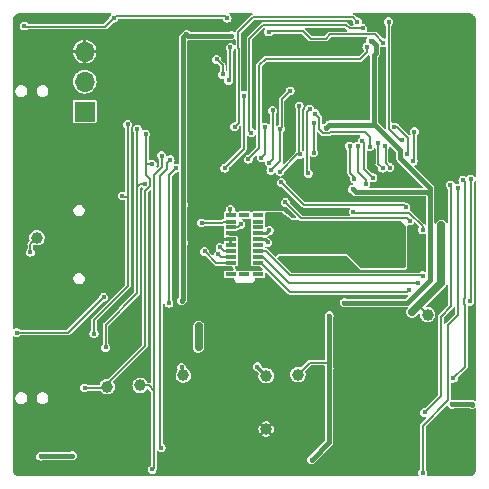
<source format=gbl>
G04 #@! TF.GenerationSoftware,KiCad,Pcbnew,(6.0.0)*
G04 #@! TF.CreationDate,2022-06-18T15:13:31-07:00*
G04 #@! TF.ProjectId,max86141_Rev_A,6d617838-3631-4343-915f-5265765f412e,A*
G04 #@! TF.SameCoordinates,Original*
G04 #@! TF.FileFunction,Copper,L4,Bot*
G04 #@! TF.FilePolarity,Positive*
%FSLAX46Y46*%
G04 Gerber Fmt 4.6, Leading zero omitted, Abs format (unit mm)*
G04 Created by KiCad (PCBNEW (6.0.0)) date 2022-06-18 15:13:31*
%MOMM*%
%LPD*%
G01*
G04 APERTURE LIST*
G04 #@! TA.AperFunction,ComponentPad*
%ADD10R,1.700000X1.700000*%
G04 #@! TD*
G04 #@! TA.AperFunction,ComponentPad*
%ADD11O,1.700000X1.700000*%
G04 #@! TD*
G04 #@! TA.AperFunction,SMDPad,CuDef*
%ADD12C,1.000000*%
G04 #@! TD*
G04 #@! TA.AperFunction,SMDPad,CuDef*
%ADD13R,0.900000X0.300000*%
G04 #@! TD*
G04 #@! TA.AperFunction,SMDPad,CuDef*
%ADD14R,0.850000X0.300000*%
G04 #@! TD*
G04 #@! TA.AperFunction,ViaPad*
%ADD15C,0.450000*%
G04 #@! TD*
G04 #@! TA.AperFunction,Conductor*
%ADD16C,0.152400*%
G04 #@! TD*
G04 #@! TA.AperFunction,Conductor*
%ADD17C,0.381000*%
G04 #@! TD*
G04 #@! TA.AperFunction,Conductor*
%ADD18C,0.177800*%
G04 #@! TD*
G04 #@! TA.AperFunction,Conductor*
%ADD19C,0.254000*%
G04 #@! TD*
G04 #@! TA.AperFunction,Conductor*
%ADD20C,0.635000*%
G04 #@! TD*
G04 APERTURE END LIST*
D10*
X136477000Y-98743000D03*
D11*
X136477000Y-96203000D03*
X136477000Y-93663000D03*
D12*
X165506400Y-115925600D03*
D13*
X151150000Y-107500000D03*
X151150000Y-108050000D03*
X151150000Y-108550000D03*
X151150000Y-109050000D03*
X151150000Y-109550000D03*
X151150000Y-110050000D03*
X151150000Y-110550000D03*
X151150000Y-111050000D03*
X151150000Y-111550000D03*
X151150000Y-112500000D03*
D14*
X150000000Y-112500000D03*
D13*
X148850000Y-112500000D03*
X148850000Y-111550000D03*
X148850000Y-111050000D03*
X148850000Y-110550000D03*
X148850000Y-110050000D03*
X148850000Y-109550000D03*
X148850000Y-109050000D03*
X148850000Y-108550000D03*
X148850000Y-108050000D03*
X148850000Y-107500000D03*
D14*
X150000000Y-107500000D03*
D12*
X151841200Y-121107200D03*
X154533600Y-121005600D03*
X138379200Y-122021600D03*
X141173200Y-121920000D03*
X144830800Y-121056400D03*
X132435600Y-109423200D03*
X151841200Y-125628400D03*
D15*
X150368000Y-129133600D03*
X169243000Y-98123000D03*
X131524000Y-118316000D03*
X163782000Y-92662000D03*
X161696400Y-121361200D03*
X160985200Y-91490800D03*
X143462000Y-115903000D03*
X133858000Y-112826800D03*
X149148800Y-114046000D03*
X158038800Y-121666000D03*
X165179000Y-118443000D03*
X144170400Y-107797600D03*
X132794000Y-118824000D03*
X151993600Y-113944400D03*
X163401000Y-125936000D03*
X168227000Y-97361000D03*
X159718000Y-97361000D03*
X157813000Y-99266000D03*
X144068800Y-122275600D03*
X141833600Y-120751600D03*
X161623000Y-99266000D03*
X130708400Y-92151200D03*
X130708400Y-100025200D03*
X137112000Y-120094000D03*
X169214800Y-96062800D03*
X138277600Y-129336800D03*
X148031200Y-116738400D03*
X153495000Y-92408000D03*
X161623000Y-97361000D03*
X132892800Y-126339600D03*
X138379200Y-99822000D03*
X130860800Y-103733600D03*
X134569200Y-100634800D03*
X156159200Y-125628400D03*
X144170400Y-113639600D03*
X137871200Y-90779600D03*
X169011600Y-128930400D03*
X144729200Y-115773200D03*
X156210000Y-121208800D03*
X169011600Y-91287600D03*
X157937200Y-104648000D03*
X134315200Y-122377200D03*
X161086800Y-119989600D03*
X141224000Y-126441200D03*
X159010900Y-93014800D03*
X156362400Y-93726000D03*
X166370000Y-103378000D03*
X158194000Y-119078000D03*
X132232400Y-92151200D03*
X146710400Y-115011200D03*
X156260800Y-115671600D03*
X137112000Y-124920000D03*
X156289000Y-119078000D03*
X147066000Y-94945200D03*
X136477000Y-118443000D03*
X140160000Y-116919000D03*
X169214800Y-116586000D03*
X157813000Y-97361000D03*
X159718000Y-95456000D03*
X151209000Y-117935000D03*
X135334000Y-124920000D03*
X141122400Y-116179600D03*
X169214800Y-124307600D03*
X158089600Y-125984000D03*
X143713200Y-119837200D03*
X135991600Y-108966000D03*
X134467600Y-102311200D03*
X147929600Y-99110800D03*
X165150800Y-122072400D03*
X135331200Y-107696000D03*
X153924000Y-100076000D03*
X165941000Y-94440000D03*
X153622000Y-119586000D03*
X166195000Y-99012000D03*
X140106400Y-118008400D03*
X144170400Y-105308400D03*
X142494000Y-95656400D03*
X135026400Y-98907600D03*
X136093200Y-111556800D03*
X166928800Y-95351600D03*
X164490400Y-128219200D03*
X133502400Y-125069600D03*
X165052000Y-99012000D03*
X135334000Y-123904000D03*
X133502400Y-120650000D03*
X144170400Y-111099600D03*
X130962400Y-129082800D03*
X149961600Y-95046800D03*
X140258800Y-124663200D03*
X159591000Y-118062000D03*
X150447000Y-106251000D03*
X130810000Y-112115600D03*
X165941000Y-97361000D03*
X131778000Y-119459000D03*
X138887200Y-109778800D03*
X139852400Y-96062800D03*
X155448000Y-129082800D03*
X149431000Y-119332000D03*
X136477000Y-119459000D03*
X164036000Y-99647000D03*
X150774400Y-91440000D03*
X133350000Y-111607600D03*
X156819600Y-106019600D03*
X138226800Y-95961200D03*
X163982400Y-125425200D03*
X151082000Y-105616000D03*
X139144000Y-116538000D03*
X167973000Y-99393000D03*
X164798000Y-91011000D03*
X137112000Y-123904000D03*
X140360400Y-115570000D03*
X135461000Y-118443000D03*
X155448000Y-104851200D03*
X136753600Y-127406400D03*
X169243000Y-103203000D03*
X139903200Y-92202000D03*
X149352000Y-103530400D03*
X144018000Y-92252800D03*
X167084000Y-97361000D03*
X163017200Y-103428800D03*
X153876000Y-117173000D03*
X137972800Y-92100400D03*
X164541200Y-119888000D03*
X163401000Y-123142000D03*
X169113200Y-93878400D03*
X155019000Y-93043000D03*
X145694400Y-104292400D03*
X142951200Y-91795600D03*
X145846800Y-119634000D03*
X152860000Y-117173000D03*
X155346400Y-111912400D03*
X169214800Y-118160800D03*
X139903200Y-123342400D03*
X138430000Y-98044000D03*
X135461000Y-119459000D03*
X157813000Y-95456000D03*
X144830800Y-129184400D03*
X141376400Y-119837200D03*
X144605000Y-125682000D03*
X137566400Y-126339600D03*
X134569200Y-128828800D03*
X164671000Y-97361000D03*
X131978400Y-90830400D03*
X159664400Y-129235200D03*
X160226000Y-118316000D03*
X166217600Y-126441200D03*
X161623000Y-95456000D03*
X159105600Y-111963200D03*
X159718000Y-99266000D03*
X164541200Y-93370400D03*
X139090400Y-113436400D03*
X163401000Y-128730000D03*
X167084000Y-116284000D03*
X152987000Y-96472000D03*
X130860800Y-107594400D03*
X156289000Y-91900000D03*
X144830800Y-106629200D03*
X157175200Y-120446800D03*
X145084800Y-92202000D03*
X158445200Y-114909600D03*
X156870400Y-100126800D03*
X147933450Y-110240986D03*
X155702000Y-128219200D03*
X135432800Y-127863600D03*
X160685276Y-92752673D03*
X169265600Y-123545600D03*
X157175200Y-116027200D03*
X132740400Y-127914400D03*
X159161247Y-105300761D03*
X148894800Y-92303600D03*
X167592000Y-123523000D03*
X144830800Y-109880400D03*
X144678400Y-114757200D03*
X151079200Y-120345200D03*
X160629600Y-101701600D03*
X143611600Y-114960400D03*
X148336000Y-103530400D03*
X149957500Y-97383600D03*
X155978433Y-98922233D03*
X138074400Y-114452400D03*
X144221200Y-103530400D03*
X130708400Y-117449600D03*
X131876800Y-110642400D03*
X148539200Y-90830400D03*
X138938000Y-90830400D03*
X162204400Y-91135200D03*
X163364200Y-101142800D03*
X131368800Y-91490800D03*
X144678400Y-120396000D03*
X146637000Y-110569000D03*
X164185600Y-115722400D03*
X166674800Y-108356400D03*
X147780000Y-110823000D03*
X152098000Y-108791000D03*
X151971000Y-109807000D03*
X148796000Y-107013000D03*
X146383000Y-108156000D03*
X149685000Y-108283000D03*
X146129000Y-116919000D03*
X146129000Y-118697000D03*
X159207200Y-110642400D03*
X150012400Y-109474000D03*
X153771600Y-110540800D03*
X155803600Y-110490000D03*
X153060400Y-107797600D03*
X155400000Y-103965000D03*
X155527000Y-98504000D03*
X147653000Y-94313000D03*
X152244799Y-103711000D03*
X136469100Y-122126000D03*
X141630400Y-100634800D03*
X142192000Y-103203000D03*
X148161000Y-95583000D03*
X153035000Y-100203000D03*
X153876000Y-96980000D03*
X164287200Y-102920800D03*
X164388800Y-100431600D03*
X151434800Y-102646280D03*
X151717000Y-100028000D03*
X155865800Y-102229200D03*
X163779200Y-102311200D03*
X155854400Y-99669600D03*
X162687000Y-100028000D03*
X152109923Y-103064189D03*
X161290000Y-101396800D03*
X161696400Y-103530400D03*
X152400000Y-98631000D03*
X160375600Y-93268800D03*
X143713200Y-102819200D03*
X150317200Y-102768400D03*
X142951200Y-127203200D03*
X154686000Y-102362000D03*
X142189200Y-129032000D03*
X154638000Y-98250000D03*
X143002000Y-102463600D03*
X148669000Y-96091000D03*
X148796000Y-93297000D03*
X153009600Y-103835200D03*
X159562800Y-91143800D03*
X149177000Y-100028000D03*
X139652000Y-105870000D03*
X137263688Y-117529312D03*
X140106400Y-99822000D03*
X141557000Y-104854000D03*
X140922000Y-100224300D03*
X150574000Y-100536000D03*
X160020000Y-91694000D03*
X138255000Y-118697000D03*
X161899600Y-101650800D03*
X169062400Y-114808000D03*
X169164000Y-104444800D03*
X162306000Y-103479600D03*
X158902400Y-101650800D03*
X159315255Y-104440573D03*
X165100000Y-129336800D03*
X168046400Y-105206800D03*
X167436800Y-104961400D03*
X159587371Y-101677029D03*
X160274000Y-104859811D03*
X165252400Y-124206000D03*
X168503600Y-104546400D03*
X159983800Y-101193600D03*
X160883600Y-104343200D03*
X167699400Y-121310400D03*
X163909000Y-113871000D03*
X153466800Y-106426000D03*
X163982400Y-108000800D03*
X153114000Y-104727000D03*
X163677600Y-106832400D03*
X164671000Y-113236000D03*
X165100000Y-108762800D03*
X165100000Y-112623600D03*
X159232600Y-107209300D03*
X161738600Y-92913200D03*
X152044400Y-91998800D03*
D16*
X155041600Y-106654600D02*
X153114000Y-104727000D01*
X163499800Y-106654600D02*
X155041600Y-106654600D01*
X163677600Y-106832400D02*
X163499800Y-106654600D01*
X163969686Y-107321889D02*
X165100000Y-108452203D01*
X159232600Y-107209300D02*
X159345189Y-107321889D01*
X159345189Y-107321889D02*
X163969686Y-107321889D01*
X165100000Y-108452203D02*
X165100000Y-108762800D01*
D17*
X132791200Y-127863600D02*
X132740400Y-127914400D01*
X160934400Y-99771200D02*
X160872189Y-99833411D01*
X145084800Y-92202000D02*
X145186400Y-92303600D01*
D18*
X148242464Y-110550000D02*
X148850000Y-110550000D01*
D17*
X165746411Y-105243611D02*
X163169600Y-102666800D01*
X165506400Y-105562400D02*
X159422886Y-105562400D01*
X159422886Y-105562400D02*
X159161247Y-105300761D01*
X157175200Y-119989600D02*
X157175200Y-116027200D01*
X165746411Y-112963030D02*
X165746411Y-106236789D01*
X160934400Y-93980000D02*
X161137600Y-93776800D01*
X163799841Y-114909600D02*
X165746411Y-112963030D01*
X161137600Y-93065600D02*
X160832800Y-92760800D01*
D18*
X147933450Y-110240986D02*
X148242464Y-110550000D01*
D17*
X144830800Y-109880400D02*
X144830800Y-106629200D01*
X160832800Y-92760800D02*
X160693403Y-92760800D01*
X160872189Y-99833411D02*
X157163789Y-99833411D01*
X135432800Y-127863600D02*
X132791200Y-127863600D01*
X163169600Y-102666800D02*
X163169600Y-102006400D01*
X169265600Y-123545600D02*
X169243000Y-123523000D01*
X157175200Y-120446800D02*
X157175200Y-126746000D01*
X144830800Y-106629200D02*
X144830800Y-92456000D01*
X157175200Y-126746000D02*
X155702000Y-128219200D01*
X165746411Y-106236789D02*
X165746411Y-105243611D01*
X144678400Y-114757200D02*
X144830800Y-114604800D01*
X157175200Y-120446800D02*
X157175200Y-119989600D01*
X158445200Y-114909600D02*
X163799841Y-114909600D01*
X165746411Y-105802411D02*
X165506400Y-105562400D01*
X145186400Y-92303600D02*
X148894800Y-92303600D01*
X160934400Y-99771200D02*
X160934400Y-93980000D01*
X163169600Y-102006400D02*
X160934400Y-99771200D01*
X144830800Y-114604800D02*
X144830800Y-109880400D01*
X144830800Y-92456000D02*
X145084800Y-92202000D01*
X165746411Y-106236789D02*
X165746411Y-105802411D01*
D18*
X154533600Y-121005600D02*
X155549600Y-119989600D01*
D17*
X157163789Y-99833411D02*
X156870400Y-100126800D01*
X169243000Y-123523000D02*
X167592000Y-123523000D01*
X160693403Y-92760800D02*
X160685276Y-92752673D01*
X161137600Y-93776800D02*
X161137600Y-93065600D01*
D18*
X155549600Y-119989600D02*
X157175200Y-119989600D01*
D19*
X151079200Y-120345200D02*
X151841200Y-121107200D01*
D18*
X144221200Y-103530400D02*
X143611600Y-104140000D01*
X143611600Y-104140000D02*
X143611600Y-114960400D01*
X149957500Y-97383600D02*
X149957500Y-101908900D01*
X157276800Y-100482400D02*
X157166589Y-100592611D01*
X156320211Y-99264011D02*
X155978433Y-98922233D01*
X160629600Y-101701600D02*
X160629600Y-100888800D01*
X130708400Y-117449600D02*
X135077200Y-117449600D01*
X160223200Y-100482400D02*
X157276800Y-100482400D01*
X149957500Y-101908900D02*
X148336000Y-103530400D01*
X156677454Y-100592611D02*
X156311600Y-100226757D01*
X157166589Y-100592611D02*
X156677454Y-100592611D01*
X160629600Y-100888800D02*
X160223200Y-100482400D01*
X156311600Y-100226757D02*
X156320211Y-100218146D01*
X135077200Y-117449600D02*
X138074400Y-114452400D01*
X156320211Y-100218146D02*
X156320211Y-99264011D01*
X131876800Y-110642400D02*
X131876800Y-109982000D01*
X131876800Y-109982000D02*
X132435600Y-109423200D01*
X163364200Y-101142800D02*
X163143043Y-101142800D01*
X148539200Y-90830400D02*
X148380989Y-90672189D01*
X139096211Y-90672189D02*
X138938000Y-90830400D01*
X162204400Y-100204157D02*
X162204400Y-91135200D01*
X131419600Y-91541600D02*
X138226800Y-91541600D01*
X131368800Y-91490800D02*
X131419600Y-91541600D01*
X163143043Y-101142800D02*
X162204400Y-100204157D01*
X138226800Y-91541600D02*
X138938000Y-90830400D01*
X148380989Y-90672189D02*
X139096211Y-90672189D01*
X144678400Y-120396000D02*
X144678400Y-120904000D01*
X144678400Y-120904000D02*
X144830800Y-121056400D01*
D20*
X166674800Y-113233200D02*
X166674800Y-108356400D01*
D18*
X164820600Y-115239800D02*
X164820600Y-115087400D01*
X165506400Y-115925600D02*
X164820600Y-115239800D01*
D20*
X164185600Y-115722400D02*
X164820600Y-115087400D01*
D16*
X147618000Y-111550000D02*
X146637000Y-110569000D01*
D20*
X164820600Y-115087400D02*
X166674800Y-113233200D01*
D16*
X148850000Y-111550000D02*
X147618000Y-111550000D01*
X148850000Y-111050000D02*
X148007000Y-111050000D01*
X148007000Y-111050000D02*
X147780000Y-110823000D01*
D19*
X151150000Y-109050000D02*
X151839000Y-109050000D01*
X151839000Y-109050000D02*
X152098000Y-108791000D01*
X151150000Y-109550000D02*
X151714000Y-109550000D01*
X151714000Y-109550000D02*
X151971000Y-109807000D01*
D16*
X148796000Y-107446000D02*
X148850000Y-107500000D01*
X148796000Y-107013000D02*
X148796000Y-107446000D01*
X146383000Y-108156000D02*
X148141600Y-108156000D01*
X148141600Y-108156000D02*
X148247600Y-108050000D01*
X148247600Y-108050000D02*
X148850000Y-108050000D01*
X149685000Y-108283000D02*
X149418000Y-108550000D01*
X149418000Y-108550000D02*
X148850000Y-108550000D01*
D20*
X146129000Y-116919000D02*
X146129000Y-118697000D01*
D19*
X150012400Y-109474000D02*
X149588400Y-109050000D01*
X149588400Y-109050000D02*
X148850000Y-109050000D01*
D18*
X155273000Y-103838000D02*
X155273000Y-98758000D01*
X155273000Y-98758000D02*
X155527000Y-98504000D01*
X155400000Y-103965000D02*
X155273000Y-103838000D01*
D16*
X141684000Y-104142800D02*
X141684000Y-103203000D01*
X141579600Y-118547400D02*
X141579600Y-105472197D01*
X138001000Y-122126000D02*
X141579600Y-118547400D01*
D18*
X148161000Y-95583000D02*
X148161000Y-94821000D01*
D16*
X142010111Y-104468911D02*
X141684000Y-104142800D01*
D18*
X153035000Y-102920799D02*
X153035000Y-100203000D01*
D16*
X141684000Y-103203000D02*
X141684000Y-100688400D01*
X141684000Y-100688400D02*
X141630400Y-100634800D01*
X153162000Y-100076000D02*
X153162000Y-97694000D01*
D18*
X152244799Y-103711000D02*
X153035000Y-102920799D01*
D16*
X141579600Y-105472197D02*
X142010111Y-105041686D01*
X153162000Y-97694000D02*
X153876000Y-96980000D01*
D18*
X148161000Y-94821000D02*
X147653000Y-94313000D01*
D16*
X153035000Y-100203000D02*
X153162000Y-100076000D01*
X141684000Y-103203000D02*
X142192000Y-103203000D01*
X142010111Y-105041686D02*
X142010111Y-104468911D01*
X136469100Y-122126000D02*
X138001000Y-122126000D01*
D18*
X151717000Y-102364080D02*
X151717000Y-100028000D01*
X164388800Y-100431600D02*
X164338000Y-100482400D01*
X151434800Y-102646280D02*
X151717000Y-102364080D01*
X164338000Y-100482400D02*
X164338000Y-102870000D01*
X164338000Y-102870000D02*
X164287200Y-102920800D01*
X155854400Y-99669600D02*
X155865800Y-99681000D01*
X162918400Y-100028000D02*
X162687000Y-100028000D01*
X163830000Y-102260400D02*
X163830000Y-100939600D01*
X163779200Y-102311200D02*
X163830000Y-102260400D01*
X155865800Y-99681000D02*
X155865800Y-102229200D01*
X163830000Y-100939600D02*
X162918400Y-100028000D01*
X152400000Y-98631000D02*
X152400000Y-102774112D01*
X161340800Y-101447600D02*
X161290000Y-101396800D01*
X152400000Y-102774112D02*
X152109923Y-103064189D01*
X161340800Y-103174800D02*
X161340800Y-101447600D01*
X161696400Y-103530400D02*
X161340800Y-103174800D01*
X142951200Y-127203200D02*
X142849600Y-127101600D01*
X151790400Y-94284800D02*
X151251189Y-94824011D01*
X142849600Y-104190800D02*
X143408400Y-103632000D01*
X143408400Y-103124000D02*
X143713200Y-102819200D01*
X142849600Y-127101600D02*
X142849600Y-104190800D01*
X151251189Y-101834411D02*
X150317200Y-102768400D01*
X160375600Y-93268800D02*
X160375600Y-93726000D01*
X151251189Y-94824011D02*
X151251189Y-101834411D01*
X159816800Y-94284800D02*
X151790400Y-94284800D01*
X160375600Y-93726000D02*
X159816800Y-94284800D01*
X143408400Y-103632000D02*
X143408400Y-103124000D01*
X154482800Y-102362000D02*
X154686000Y-102362000D01*
D16*
X142341600Y-122377200D02*
X142341600Y-104089200D01*
X142189200Y-129032000D02*
X142341600Y-128879600D01*
D18*
X141884400Y-121920000D02*
X141173200Y-121920000D01*
D16*
X154638000Y-102314000D02*
X154638000Y-98250000D01*
D18*
X142341600Y-122377200D02*
X141884400Y-121920000D01*
D16*
X143002000Y-103428800D02*
X143002000Y-102463600D01*
X142341600Y-104089200D02*
X143002000Y-103428800D01*
D18*
X148796000Y-93297000D02*
X148796000Y-95964000D01*
D16*
X142341600Y-128879600D02*
X142341600Y-122377200D01*
D18*
X148796000Y-95964000D02*
X148669000Y-96091000D01*
D16*
X154686000Y-102362000D02*
X154638000Y-102314000D01*
D18*
X153009600Y-103835200D02*
X154482800Y-102362000D01*
D16*
X140160000Y-106505000D02*
X140160000Y-105997000D01*
X140160000Y-105997000D02*
X139779000Y-105997000D01*
X137263688Y-117529312D02*
X137263688Y-116386312D01*
X159562800Y-91143800D02*
X159176000Y-90757000D01*
X137263688Y-116386312D02*
X140160000Y-113490000D01*
X149504400Y-93376197D02*
X149504400Y-99700600D01*
X140160000Y-113490000D02*
X140160000Y-106505000D01*
X149485889Y-93357686D02*
X149504400Y-93376197D01*
X149485889Y-91972111D02*
X149485889Y-93357686D01*
X149504400Y-99700600D02*
X149177000Y-100028000D01*
X140160000Y-99875600D02*
X140106400Y-99822000D01*
X140160000Y-105997000D02*
X140160000Y-99875600D01*
X139779000Y-105997000D02*
X139652000Y-105870000D01*
X159176000Y-90757000D02*
X150701000Y-90757000D01*
X150701000Y-90757000D02*
X149485889Y-91972111D01*
X160020000Y-91694000D02*
X158902400Y-91694000D01*
X138255000Y-118697000D02*
X138255000Y-116786203D01*
X141176000Y-104854000D02*
X141557000Y-104854000D01*
X158600400Y-91392000D02*
X151590000Y-91392000D01*
X140922000Y-105108000D02*
X141176000Y-104854000D01*
X150418800Y-100380800D02*
X150574000Y-100536000D01*
X140922000Y-100224300D02*
X140922000Y-105108000D01*
X158902400Y-91694000D02*
X158600400Y-91392000D01*
X140922000Y-114119203D02*
X140922000Y-105108000D01*
X138255000Y-116786203D02*
X140922000Y-114119203D01*
X151590000Y-91392000D02*
X150418800Y-92563200D01*
X150418800Y-92563200D02*
X150418800Y-100380800D01*
D18*
X161899600Y-101650800D02*
X161950400Y-101701600D01*
X169164000Y-104444800D02*
X169164000Y-114706400D01*
X161950400Y-101701600D02*
X161950400Y-103124000D01*
X161950400Y-103124000D02*
X162306000Y-103479600D01*
X169164000Y-114706400D02*
X169062400Y-114808000D01*
X158953200Y-101701600D02*
X158902400Y-101650800D01*
X158953200Y-103938443D02*
X158953200Y-101701600D01*
X168046400Y-105206800D02*
X168097200Y-105257600D01*
X168097200Y-115929557D02*
X167233600Y-116793157D01*
X168097200Y-105257600D02*
X168097200Y-115929557D01*
X167233600Y-116793157D02*
X167233600Y-123190000D01*
X159315255Y-104300498D02*
X158953200Y-103938443D01*
X159315255Y-104440573D02*
X159315255Y-104300498D01*
X165100000Y-125323600D02*
X165100000Y-129336800D01*
X167233600Y-123190000D02*
X165100000Y-125323600D01*
X160274000Y-104546400D02*
X159587371Y-103859771D01*
X160274000Y-104859811D02*
X160274000Y-104546400D01*
X166618189Y-116091054D02*
X166618189Y-122840211D01*
X167487600Y-115221643D02*
X166618189Y-116091054D01*
X166618189Y-122840211D02*
X165252400Y-124206000D01*
X159587371Y-103859771D02*
X159587371Y-101677029D01*
X167436800Y-104961400D02*
X167487600Y-105012200D01*
X167487600Y-105012200D02*
X167487600Y-115221643D01*
X168656000Y-114555643D02*
X168596589Y-114615054D01*
X160121600Y-103581200D02*
X160883600Y-104343200D01*
X168596589Y-114615054D02*
X168596589Y-115000946D01*
X159983800Y-101193600D02*
X160121600Y-101331400D01*
X168503600Y-104546400D02*
X168656000Y-104698800D01*
X168656000Y-115060357D02*
X168656000Y-120353800D01*
X168656000Y-120353800D02*
X167699400Y-121310400D01*
X168656000Y-104698800D02*
X168656000Y-114555643D01*
X168596589Y-115000946D02*
X168656000Y-115060357D01*
X160121600Y-101331400D02*
X160121600Y-103581200D01*
D16*
X163982400Y-108000800D02*
X163756600Y-107775000D01*
X151377200Y-111550000D02*
X153825200Y-113998000D01*
X154815800Y-107775000D02*
X153466800Y-106426000D01*
X163756600Y-107775000D02*
X154815800Y-107775000D01*
X151150000Y-111550000D02*
X151377200Y-111550000D01*
X163782000Y-113998000D02*
X163909000Y-113871000D01*
X153825200Y-113998000D02*
X163782000Y-113998000D01*
X153774400Y-113236000D02*
X164671000Y-113236000D01*
X151588400Y-111050000D02*
X153774400Y-113236000D01*
X151150000Y-111050000D02*
X151588400Y-111050000D01*
X165100000Y-112623600D02*
X165077400Y-112601000D01*
X153850600Y-112601000D02*
X151799600Y-110550000D01*
X151799600Y-110550000D02*
X151150000Y-110550000D01*
X165077400Y-112601000D02*
X153850600Y-112601000D01*
D18*
X161027400Y-92202000D02*
X157276800Y-92202000D01*
X152101011Y-91942189D02*
X152044400Y-91998800D01*
X154984989Y-91942189D02*
X152101011Y-91942189D01*
X155600400Y-92557600D02*
X154984989Y-91942189D01*
X156921200Y-92557600D02*
X155600400Y-92557600D01*
X157276800Y-92202000D02*
X156921200Y-92557600D01*
X161738600Y-92913200D02*
X161027400Y-92202000D01*
G04 #@! TA.AperFunction,Conductor*
G36*
X138724080Y-90398593D02*
G01*
X138749800Y-90443142D01*
X138740867Y-90493800D01*
X138719946Y-90517036D01*
X138718378Y-90518175D01*
X138713107Y-90520861D01*
X138628461Y-90605507D01*
X138574115Y-90712167D01*
X138555389Y-90830400D01*
X138556315Y-90836246D01*
X138556315Y-90838980D01*
X138538722Y-90887318D01*
X138534289Y-90892154D01*
X138148669Y-91277774D01*
X138102049Y-91299514D01*
X138095495Y-91299800D01*
X131740135Y-91299800D01*
X131691797Y-91282207D01*
X131680437Y-91270024D01*
X131678339Y-91265907D01*
X131593693Y-91181261D01*
X131586593Y-91177643D01*
X131531647Y-91149647D01*
X131487033Y-91126915D01*
X131368800Y-91108189D01*
X131250567Y-91126915D01*
X131205953Y-91149647D01*
X131151008Y-91177643D01*
X131143907Y-91181261D01*
X131059261Y-91265907D01*
X131004915Y-91372567D01*
X131003989Y-91378414D01*
X130993078Y-91447307D01*
X130986189Y-91490800D01*
X131004915Y-91609033D01*
X131011901Y-91622743D01*
X131055518Y-91708346D01*
X131059261Y-91715693D01*
X131143907Y-91800339D01*
X131149181Y-91803026D01*
X131149184Y-91803028D01*
X131167250Y-91812233D01*
X131250567Y-91854685D01*
X131368800Y-91873411D01*
X131487033Y-91854685D01*
X131570350Y-91812233D01*
X131588420Y-91803026D01*
X131588421Y-91803025D01*
X131593693Y-91800339D01*
X131596561Y-91797471D01*
X131639866Y-91783400D01*
X138218490Y-91783400D01*
X138222426Y-91783503D01*
X138223807Y-91783575D01*
X138265471Y-91785759D01*
X138277337Y-91781204D01*
X138290160Y-91776282D01*
X138301473Y-91772931D01*
X138319610Y-91769075D01*
X138319613Y-91769074D01*
X138327346Y-91767430D01*
X138333742Y-91762783D01*
X138333744Y-91762782D01*
X138335163Y-91761751D01*
X138352413Y-91752385D01*
X138354056Y-91751754D01*
X138354057Y-91751754D01*
X138361436Y-91748921D01*
X138380138Y-91730219D01*
X138389111Y-91722555D01*
X138404112Y-91711656D01*
X138410507Y-91707010D01*
X138415341Y-91698637D01*
X138427290Y-91683067D01*
X138876246Y-91234111D01*
X138922866Y-91212371D01*
X138929420Y-91212085D01*
X138932154Y-91212085D01*
X138938000Y-91213011D01*
X139056233Y-91194285D01*
X139119647Y-91161974D01*
X139157616Y-91142628D01*
X139157617Y-91142627D01*
X139162893Y-91139939D01*
X139247539Y-91055293D01*
X139278692Y-90994153D01*
X139298616Y-90955049D01*
X139336237Y-90919967D01*
X139365620Y-90913989D01*
X148111580Y-90913989D01*
X148159918Y-90931582D01*
X148178584Y-90955049D01*
X148198509Y-90994153D01*
X148229661Y-91055293D01*
X148314307Y-91139939D01*
X148319583Y-91142627D01*
X148319584Y-91142628D01*
X148357553Y-91161974D01*
X148420967Y-91194285D01*
X148539200Y-91213011D01*
X148657433Y-91194285D01*
X148720847Y-91161974D01*
X148758816Y-91142628D01*
X148758817Y-91142627D01*
X148764093Y-91139939D01*
X148848739Y-91055293D01*
X148903085Y-90948633D01*
X148921811Y-90830400D01*
X148903085Y-90712167D01*
X148848739Y-90605507D01*
X148764093Y-90520861D01*
X148758822Y-90518175D01*
X148757254Y-90517036D01*
X148728491Y-90474389D01*
X148733870Y-90423231D01*
X148770875Y-90387500D01*
X148801458Y-90381000D01*
X150635486Y-90381000D01*
X150683824Y-90398593D01*
X150709544Y-90443142D01*
X150700611Y-90493800D01*
X150662435Y-90526405D01*
X150641257Y-90534534D01*
X150629948Y-90537884D01*
X150625064Y-90538923D01*
X150613463Y-90541388D01*
X150613461Y-90541389D01*
X150605735Y-90543031D01*
X150598747Y-90548108D01*
X150581497Y-90557473D01*
X150573435Y-90560568D01*
X150555936Y-90578067D01*
X150546963Y-90585731D01*
X150526942Y-90600278D01*
X150522991Y-90607121D01*
X150522625Y-90607756D01*
X150510674Y-90623329D01*
X149329522Y-91804481D01*
X149326667Y-91807191D01*
X149296403Y-91834441D01*
X149286333Y-91857058D01*
X149280711Y-91867412D01*
X149267228Y-91888175D01*
X149265992Y-91895982D01*
X149265878Y-91896699D01*
X149260302Y-91915524D01*
X149256789Y-91923414D01*
X149256789Y-91948165D01*
X149255868Y-91959896D01*
X149255670Y-91961149D01*
X149230750Y-92006147D01*
X149182734Y-92024600D01*
X149134090Y-92007872D01*
X149128218Y-92002586D01*
X149119693Y-91994061D01*
X149114179Y-91991251D01*
X149052648Y-91959900D01*
X149013033Y-91939715D01*
X148894800Y-91920989D01*
X148776567Y-91939715D01*
X148771292Y-91942403D01*
X148771291Y-91942403D01*
X148752450Y-91952003D01*
X148718309Y-91960200D01*
X145408580Y-91960200D01*
X145360242Y-91942607D01*
X145355406Y-91938174D01*
X145309693Y-91892461D01*
X145301282Y-91888175D01*
X145228048Y-91850861D01*
X145203033Y-91838115D01*
X145084800Y-91819389D01*
X144966567Y-91838115D01*
X144941552Y-91850861D01*
X144868319Y-91888175D01*
X144859907Y-91892461D01*
X144775261Y-91977107D01*
X144772573Y-91982383D01*
X144772572Y-91982384D01*
X144729980Y-92065975D01*
X144716150Y-92085009D01*
X144600905Y-92200254D01*
X144596070Y-92204686D01*
X144563683Y-92231862D01*
X144560394Y-92237558D01*
X144560391Y-92237562D01*
X144542545Y-92268471D01*
X144539022Y-92274000D01*
X144518547Y-92303243D01*
X144518546Y-92303246D01*
X144514773Y-92308634D01*
X144513071Y-92314985D01*
X144511635Y-92318065D01*
X144507587Y-92327840D01*
X144506422Y-92331040D01*
X144503132Y-92336739D01*
X144501990Y-92343218D01*
X144495792Y-92378363D01*
X144494373Y-92384765D01*
X144485133Y-92419253D01*
X144483430Y-92425609D01*
X144484003Y-92432161D01*
X144484003Y-92432163D01*
X144487114Y-92467716D01*
X144487400Y-92474270D01*
X144487400Y-103119192D01*
X144469807Y-103167530D01*
X144425258Y-103193250D01*
X144378061Y-103186196D01*
X144344709Y-103169203D01*
X144344708Y-103169203D01*
X144339433Y-103166515D01*
X144235697Y-103150085D01*
X144227047Y-103148715D01*
X144221200Y-103147789D01*
X144215353Y-103148715D01*
X144206703Y-103150085D01*
X144102967Y-103166515D01*
X144098692Y-103168693D01*
X144047797Y-103166915D01*
X144009570Y-103132495D01*
X144002411Y-103081555D01*
X144015132Y-103052987D01*
X144018551Y-103048281D01*
X144022739Y-103044093D01*
X144077085Y-102937433D01*
X144092657Y-102839115D01*
X144094885Y-102825047D01*
X144095811Y-102819200D01*
X144092667Y-102799346D01*
X144079245Y-102714607D01*
X144077085Y-102700967D01*
X144031658Y-102611811D01*
X144025428Y-102599584D01*
X144025427Y-102599583D01*
X144022739Y-102594307D01*
X143938093Y-102509661D01*
X143923372Y-102502160D01*
X143879511Y-102479812D01*
X143831433Y-102455315D01*
X143713200Y-102436589D01*
X143594967Y-102455315D01*
X143546889Y-102479812D01*
X143491327Y-102508122D01*
X143440271Y-102514391D01*
X143397130Y-102486374D01*
X143382913Y-102452881D01*
X143382880Y-102452669D01*
X143365885Y-102345367D01*
X143311539Y-102238707D01*
X143226893Y-102154061D01*
X143220884Y-102150999D01*
X143163691Y-102121858D01*
X143120233Y-102099715D01*
X143031612Y-102085679D01*
X143007847Y-102081915D01*
X143002000Y-102080989D01*
X142996153Y-102081915D01*
X142972388Y-102085679D01*
X142883767Y-102099715D01*
X142840309Y-102121858D01*
X142783117Y-102150999D01*
X142777107Y-102154061D01*
X142692461Y-102238707D01*
X142638115Y-102345367D01*
X142637189Y-102351214D01*
X142621731Y-102448816D01*
X142619389Y-102463600D01*
X142638115Y-102581833D01*
X142652918Y-102610885D01*
X142689419Y-102682522D01*
X142692461Y-102688493D01*
X142750874Y-102746906D01*
X142772614Y-102793526D01*
X142772900Y-102800080D01*
X142772900Y-103302756D01*
X142755307Y-103351094D01*
X142750874Y-103355930D01*
X142653007Y-103453797D01*
X142606387Y-103475537D01*
X142556700Y-103462223D01*
X142527195Y-103420086D01*
X142532829Y-103366483D01*
X142550234Y-103332324D01*
X142555885Y-103321233D01*
X142570702Y-103227678D01*
X142573685Y-103208847D01*
X142574611Y-103203000D01*
X142571604Y-103184011D01*
X142556811Y-103090614D01*
X142555885Y-103084767D01*
X142517873Y-103010165D01*
X142504228Y-102983384D01*
X142504227Y-102983383D01*
X142501539Y-102978107D01*
X142416893Y-102893461D01*
X142409795Y-102889844D01*
X142334520Y-102851490D01*
X142310233Y-102839115D01*
X142192000Y-102820389D01*
X142073767Y-102839115D01*
X142068494Y-102841802D01*
X142068493Y-102841802D01*
X142022440Y-102865267D01*
X141971383Y-102871536D01*
X141928242Y-102843519D01*
X141913100Y-102798263D01*
X141913100Y-100917680D01*
X141930693Y-100869342D01*
X141935126Y-100864506D01*
X141939939Y-100859693D01*
X141948573Y-100842749D01*
X141973237Y-100794342D01*
X141994285Y-100753033D01*
X142013011Y-100634800D01*
X141994285Y-100516567D01*
X141959956Y-100449193D01*
X141942628Y-100415184D01*
X141942627Y-100415183D01*
X141939939Y-100409907D01*
X141855293Y-100325261D01*
X141835913Y-100315386D01*
X141771191Y-100282409D01*
X141748633Y-100270915D01*
X141650731Y-100255409D01*
X141636247Y-100253115D01*
X141630400Y-100252189D01*
X141624553Y-100253115D01*
X141610069Y-100255409D01*
X141512167Y-100270915D01*
X141506894Y-100273602D01*
X141506893Y-100273602D01*
X141409861Y-100323042D01*
X141358804Y-100329311D01*
X141315663Y-100301294D01*
X141300624Y-100252102D01*
X141301446Y-100244285D01*
X141304611Y-100224300D01*
X141301238Y-100203000D01*
X141291878Y-100143906D01*
X141285885Y-100106067D01*
X141253046Y-100041616D01*
X141234228Y-100004684D01*
X141234227Y-100004683D01*
X141231539Y-99999407D01*
X141146893Y-99914761D01*
X141040233Y-99860415D01*
X140922000Y-99841689D01*
X140803767Y-99860415D01*
X140697107Y-99914761D01*
X140612461Y-99999407D01*
X140609773Y-100004683D01*
X140609772Y-100004684D01*
X140590954Y-100041616D01*
X140558115Y-100106067D01*
X140552122Y-100143906D01*
X140542763Y-100203000D01*
X140539389Y-100224300D01*
X140540315Y-100230145D01*
X140540315Y-100230147D01*
X140543792Y-100252102D01*
X140558115Y-100342533D01*
X140569417Y-100364714D01*
X140595133Y-100415184D01*
X140612461Y-100449193D01*
X140670874Y-100507606D01*
X140692614Y-100554226D01*
X140692900Y-100560780D01*
X140692900Y-105084054D01*
X140691974Y-105095818D01*
X140689560Y-105111062D01*
X140688103Y-105120258D01*
X140690148Y-105127890D01*
X140690148Y-105127891D01*
X140690338Y-105128599D01*
X140692900Y-105148062D01*
X140692900Y-113993159D01*
X140675307Y-114041497D01*
X140670874Y-114046333D01*
X139379831Y-115337375D01*
X138098633Y-116618573D01*
X138095778Y-116621283D01*
X138065514Y-116648533D01*
X138055444Y-116671150D01*
X138049822Y-116681504D01*
X138036339Y-116702267D01*
X138035103Y-116710074D01*
X138034989Y-116710791D01*
X138029413Y-116729616D01*
X138025900Y-116737506D01*
X138025900Y-116762257D01*
X138024974Y-116774021D01*
X138023910Y-116780742D01*
X138021103Y-116798461D01*
X138023148Y-116806093D01*
X138023148Y-116806094D01*
X138023338Y-116806802D01*
X138025900Y-116826265D01*
X138025900Y-118360520D01*
X138008307Y-118408858D01*
X138003874Y-118413694D01*
X137945461Y-118472107D01*
X137891115Y-118578767D01*
X137872389Y-118697000D01*
X137891115Y-118815233D01*
X137945461Y-118921893D01*
X138030107Y-119006539D01*
X138136767Y-119060885D01*
X138255000Y-119079611D01*
X138373233Y-119060885D01*
X138479893Y-119006539D01*
X138564539Y-118921893D01*
X138618885Y-118815233D01*
X138637611Y-118697000D01*
X138618885Y-118578767D01*
X138564539Y-118472107D01*
X138506126Y-118413694D01*
X138484386Y-118367074D01*
X138484100Y-118360520D01*
X138484100Y-116912247D01*
X138501693Y-116863909D01*
X138506126Y-116859073D01*
X141078357Y-114286842D01*
X141081212Y-114284132D01*
X141105613Y-114262161D01*
X141111486Y-114256873D01*
X141121552Y-114234265D01*
X141127183Y-114223894D01*
X141129997Y-114219561D01*
X141140662Y-114203139D01*
X141141898Y-114195331D01*
X141141900Y-114195327D01*
X141142014Y-114194607D01*
X141147589Y-114175787D01*
X141147883Y-114175126D01*
X141147883Y-114175124D01*
X141151100Y-114167900D01*
X141151100Y-114143149D01*
X141152026Y-114131386D01*
X141154661Y-114114751D01*
X141154661Y-114114749D01*
X141155897Y-114106944D01*
X141153662Y-114098602D01*
X141151100Y-114079140D01*
X141151100Y-105234044D01*
X141168693Y-105185706D01*
X141173126Y-105180870D01*
X141208108Y-105145888D01*
X141254728Y-105124148D01*
X141304415Y-105137462D01*
X141314456Y-105145888D01*
X141332107Y-105163539D01*
X141337383Y-105166227D01*
X141337384Y-105166228D01*
X141392934Y-105194532D01*
X141428016Y-105232153D01*
X141430708Y-105283522D01*
X141409113Y-105317420D01*
X141390114Y-105334527D01*
X141380044Y-105357144D01*
X141374422Y-105367498D01*
X141360939Y-105388261D01*
X141359703Y-105396068D01*
X141359589Y-105396785D01*
X141354013Y-105415610D01*
X141350500Y-105423500D01*
X141350500Y-105448251D01*
X141349574Y-105460015D01*
X141345703Y-105484455D01*
X141347748Y-105492087D01*
X141347748Y-105492088D01*
X141347938Y-105492796D01*
X141350500Y-105512259D01*
X141350500Y-118421356D01*
X141332907Y-118469694D01*
X141328474Y-118474530D01*
X138456245Y-121346758D01*
X138409625Y-121368498D01*
X138402683Y-121368783D01*
X138303606Y-121368264D01*
X138149946Y-121405154D01*
X138145922Y-121407231D01*
X138145919Y-121407232D01*
X138016944Y-121473802D01*
X138009521Y-121477633D01*
X137986295Y-121497894D01*
X137920462Y-121555324D01*
X137890437Y-121581516D01*
X137799571Y-121710806D01*
X137756745Y-121820651D01*
X137745686Y-121849016D01*
X137711736Y-121887661D01*
X137675623Y-121896900D01*
X136805580Y-121896900D01*
X136757242Y-121879307D01*
X136752406Y-121874874D01*
X136693993Y-121816461D01*
X136587333Y-121762115D01*
X136469100Y-121743389D01*
X136350867Y-121762115D01*
X136244207Y-121816461D01*
X136159561Y-121901107D01*
X136156873Y-121906383D01*
X136156872Y-121906384D01*
X136151148Y-121917619D01*
X136105215Y-122007767D01*
X136086489Y-122126000D01*
X136105215Y-122244233D01*
X136107902Y-122249506D01*
X136155096Y-122342129D01*
X136159561Y-122350893D01*
X136244207Y-122435539D01*
X136350867Y-122489885D01*
X136469100Y-122508611D01*
X136587333Y-122489885D01*
X136693993Y-122435539D01*
X136752406Y-122377126D01*
X136799026Y-122355386D01*
X136805580Y-122355100D01*
X137776581Y-122355100D01*
X137824919Y-122372693D01*
X137838997Y-122388356D01*
X137881328Y-122451351D01*
X137884682Y-122454402D01*
X137884682Y-122454403D01*
X137994852Y-122554650D01*
X137994855Y-122554652D01*
X137998210Y-122557705D01*
X138002196Y-122559869D01*
X138002197Y-122559870D01*
X138049370Y-122585483D01*
X138137086Y-122633109D01*
X138141468Y-122634259D01*
X138141469Y-122634259D01*
X138164927Y-122640413D01*
X138289941Y-122673210D01*
X138349462Y-122674145D01*
X138443416Y-122675621D01*
X138443418Y-122675621D01*
X138447948Y-122675692D01*
X138452366Y-122674680D01*
X138452368Y-122674680D01*
X138597564Y-122641426D01*
X138597566Y-122641425D01*
X138601986Y-122640413D01*
X138743163Y-122569408D01*
X138778985Y-122538813D01*
X138859878Y-122469724D01*
X138859879Y-122469723D01*
X138863327Y-122466778D01*
X138955543Y-122338447D01*
X139014485Y-122191824D01*
X139036751Y-122035374D01*
X139036895Y-122021600D01*
X139024312Y-121917619D01*
X139018455Y-121869220D01*
X139018455Y-121869218D01*
X139017910Y-121864718D01*
X139001259Y-121820651D01*
X138963656Y-121721137D01*
X138963655Y-121721135D01*
X138962052Y-121716893D01*
X138904626Y-121633337D01*
X138891746Y-121583537D01*
X138913426Y-121537570D01*
X141735957Y-118715039D01*
X141738812Y-118712329D01*
X141763213Y-118690358D01*
X141769086Y-118685070D01*
X141779152Y-118662462D01*
X141784783Y-118652091D01*
X141798262Y-118631336D01*
X141799498Y-118623528D01*
X141799500Y-118623524D01*
X141799614Y-118622804D01*
X141805189Y-118603984D01*
X141805483Y-118603323D01*
X141805483Y-118603321D01*
X141808700Y-118596097D01*
X141808700Y-118571346D01*
X141809626Y-118559583D01*
X141812261Y-118542948D01*
X141812261Y-118542946D01*
X141813497Y-118535141D01*
X141811262Y-118526799D01*
X141808700Y-118507337D01*
X141808700Y-105598241D01*
X141826293Y-105549903D01*
X141830726Y-105545067D01*
X141984126Y-105391667D01*
X142030746Y-105369927D01*
X142080433Y-105383241D01*
X142109938Y-105425378D01*
X142112500Y-105444841D01*
X142112500Y-121641075D01*
X142094907Y-121689413D01*
X142050358Y-121715133D01*
X142006720Y-121709777D01*
X142005545Y-121709254D01*
X141995169Y-121703620D01*
X141979622Y-121693524D01*
X141979620Y-121693523D01*
X141972989Y-121689217D01*
X141965181Y-121687980D01*
X141965180Y-121687980D01*
X141963448Y-121687706D01*
X141944624Y-121682130D01*
X141943018Y-121681415D01*
X141943016Y-121681415D01*
X141935796Y-121678200D01*
X141909346Y-121678200D01*
X141897582Y-121677274D01*
X141879269Y-121674373D01*
X141879267Y-121674373D01*
X141871462Y-121673137D01*
X141863830Y-121675182D01*
X141863829Y-121675182D01*
X141862128Y-121675638D01*
X141842665Y-121678200D01*
X141831797Y-121678200D01*
X141783459Y-121660607D01*
X141761452Y-121629581D01*
X141757656Y-121619536D01*
X141757653Y-121619531D01*
X141756052Y-121615293D01*
X141751869Y-121609206D01*
X141669112Y-121488794D01*
X141669111Y-121488792D01*
X141666544Y-121485058D01*
X141658211Y-121477633D01*
X141602199Y-121427729D01*
X141548555Y-121379934D01*
X141408897Y-121305989D01*
X141332638Y-121286834D01*
X141260032Y-121268596D01*
X141260028Y-121268596D01*
X141255631Y-121267491D01*
X141251097Y-121267467D01*
X141251095Y-121267467D01*
X141175099Y-121267070D01*
X141097606Y-121266664D01*
X140943946Y-121303554D01*
X140939922Y-121305631D01*
X140939919Y-121305632D01*
X140837012Y-121358747D01*
X140803521Y-121376033D01*
X140795591Y-121382951D01*
X140714462Y-121453724D01*
X140684437Y-121479916D01*
X140593571Y-121609206D01*
X140536168Y-121756438D01*
X140535577Y-121760929D01*
X140535576Y-121760932D01*
X140535067Y-121764802D01*
X140515541Y-121913113D01*
X140532882Y-122070185D01*
X140534438Y-122074437D01*
X140534439Y-122074441D01*
X140553307Y-122126000D01*
X140587189Y-122218587D01*
X140589713Y-122222343D01*
X140589715Y-122222347D01*
X140672802Y-122345993D01*
X140672805Y-122345997D01*
X140675328Y-122349751D01*
X140681521Y-122355386D01*
X140788852Y-122453050D01*
X140788855Y-122453052D01*
X140792210Y-122456105D01*
X140931086Y-122531509D01*
X140935468Y-122532659D01*
X140935469Y-122532659D01*
X140958927Y-122538813D01*
X141083941Y-122571610D01*
X141143462Y-122572545D01*
X141237416Y-122574021D01*
X141237418Y-122574021D01*
X141241948Y-122574092D01*
X141246366Y-122573080D01*
X141246368Y-122573080D01*
X141391564Y-122539826D01*
X141391566Y-122539825D01*
X141395986Y-122538813D01*
X141537163Y-122467808D01*
X141657327Y-122365178D01*
X141743779Y-122244869D01*
X141786273Y-122215882D01*
X141837459Y-122220991D01*
X141858021Y-122235578D01*
X142090474Y-122468031D01*
X142112214Y-122514651D01*
X142112500Y-122521205D01*
X142112500Y-128600957D01*
X142094907Y-128649295D01*
X142069958Y-128666134D01*
X142070967Y-128668115D01*
X141964307Y-128722461D01*
X141879661Y-128807107D01*
X141876973Y-128812383D01*
X141876972Y-128812384D01*
X141858092Y-128849439D01*
X141825315Y-128913767D01*
X141806589Y-129032000D01*
X141825315Y-129150233D01*
X141879661Y-129256893D01*
X141964307Y-129341539D01*
X142070967Y-129395885D01*
X142189200Y-129414611D01*
X142307433Y-129395885D01*
X142414093Y-129341539D01*
X142498739Y-129256893D01*
X142553085Y-129150233D01*
X142571811Y-129032000D01*
X142562889Y-128975669D01*
X142567121Y-128943521D01*
X142565841Y-128943249D01*
X142567484Y-128935520D01*
X142570700Y-128928297D01*
X142570700Y-128903546D01*
X142571626Y-128891782D01*
X142574261Y-128875148D01*
X142574261Y-128875146D01*
X142575497Y-128867342D01*
X142573262Y-128859000D01*
X142570700Y-128839538D01*
X142570700Y-127538680D01*
X142588293Y-127490342D01*
X142632842Y-127464622D01*
X142683500Y-127473555D01*
X142699074Y-127485506D01*
X142726307Y-127512739D01*
X142731583Y-127515427D01*
X142731584Y-127515428D01*
X142757422Y-127528593D01*
X142832967Y-127567085D01*
X142951200Y-127585811D01*
X143069433Y-127567085D01*
X143144978Y-127528593D01*
X143170816Y-127515428D01*
X143170817Y-127515427D01*
X143176093Y-127512739D01*
X143260739Y-127428093D01*
X143315085Y-127321433D01*
X143333811Y-127203200D01*
X143315085Y-127084967D01*
X143260739Y-126978307D01*
X143176093Y-126893661D01*
X143132460Y-126871429D01*
X143097378Y-126833808D01*
X143091400Y-126804425D01*
X143091400Y-126173177D01*
X151481258Y-126173177D01*
X151481675Y-126174736D01*
X151484125Y-126176922D01*
X151595288Y-126237279D01*
X151603654Y-126240592D01*
X151747630Y-126278363D01*
X151756536Y-126279583D01*
X151905363Y-126281921D01*
X151914314Y-126280980D01*
X152059401Y-126247750D01*
X152067864Y-126244703D01*
X152199200Y-126178648D01*
X152202335Y-126173104D01*
X152201432Y-126168237D01*
X151850577Y-125817382D01*
X151840778Y-125812813D01*
X151834787Y-125814418D01*
X151485827Y-126163378D01*
X151481258Y-126173177D01*
X143091400Y-126173177D01*
X143091400Y-125626024D01*
X151184541Y-125626024D01*
X151200875Y-125773966D01*
X151202929Y-125782726D01*
X151254080Y-125922503D01*
X151258166Y-125930521D01*
X151291487Y-125980108D01*
X151300220Y-125986476D01*
X151303743Y-125986236D01*
X151303793Y-125986202D01*
X151652218Y-125637777D01*
X151656393Y-125628822D01*
X152025613Y-125628822D01*
X152027218Y-125634813D01*
X152374404Y-125981999D01*
X152384203Y-125986568D01*
X152387959Y-125985562D01*
X152414456Y-125948688D01*
X152418794Y-125940797D01*
X152474308Y-125802700D01*
X152476637Y-125794008D01*
X152497902Y-125644591D01*
X152498274Y-125639710D01*
X152498366Y-125630859D01*
X152498096Y-125625955D01*
X152479967Y-125476140D01*
X152477819Y-125467395D01*
X152425210Y-125328170D01*
X152421037Y-125320188D01*
X152391066Y-125276580D01*
X152382263Y-125270302D01*
X152378616Y-125270589D01*
X152030182Y-125619023D01*
X152025613Y-125628822D01*
X151656393Y-125628822D01*
X151656787Y-125627978D01*
X151655182Y-125621987D01*
X151308135Y-125274940D01*
X151298336Y-125270371D01*
X151294693Y-125271347D01*
X151264623Y-125314131D01*
X151260366Y-125322070D01*
X151206303Y-125460737D01*
X151204063Y-125469457D01*
X151184636Y-125617025D01*
X151184541Y-125626024D01*
X143091400Y-125626024D01*
X143091400Y-125086040D01*
X151479795Y-125086040D01*
X151481858Y-125089453D01*
X151831823Y-125439418D01*
X151841622Y-125443987D01*
X151847613Y-125442382D01*
X152197071Y-125092924D01*
X152201640Y-125083125D01*
X152201278Y-125081773D01*
X152198554Y-125079367D01*
X152080723Y-125016979D01*
X152072320Y-125013754D01*
X151927969Y-124977495D01*
X151919032Y-124976366D01*
X151770202Y-124975587D01*
X151761251Y-124976623D01*
X151616532Y-125011367D01*
X151608090Y-125014507D01*
X151487182Y-125076911D01*
X151479851Y-125084856D01*
X151479795Y-125086040D01*
X143091400Y-125086040D01*
X143091400Y-121049513D01*
X144173141Y-121049513D01*
X144173638Y-121054015D01*
X144173638Y-121054019D01*
X144179247Y-121104819D01*
X144190482Y-121206585D01*
X144192038Y-121210837D01*
X144192039Y-121210841D01*
X144215630Y-121275305D01*
X144244789Y-121354987D01*
X144247313Y-121358743D01*
X144247315Y-121358747D01*
X144330402Y-121482393D01*
X144330405Y-121482397D01*
X144332928Y-121486151D01*
X144336280Y-121489201D01*
X144446452Y-121589450D01*
X144446455Y-121589452D01*
X144449810Y-121592505D01*
X144588686Y-121667909D01*
X144593068Y-121669059D01*
X144593069Y-121669059D01*
X144613325Y-121674373D01*
X144741541Y-121708010D01*
X144801062Y-121708945D01*
X144895016Y-121710421D01*
X144895018Y-121710421D01*
X144899548Y-121710492D01*
X144903966Y-121709480D01*
X144903968Y-121709480D01*
X145049164Y-121676226D01*
X145049166Y-121676225D01*
X145053586Y-121675213D01*
X145194763Y-121604208D01*
X145257689Y-121550464D01*
X145311478Y-121504524D01*
X145311479Y-121504523D01*
X145314927Y-121501578D01*
X145407143Y-121373247D01*
X145414484Y-121354987D01*
X145443973Y-121281630D01*
X145466085Y-121226624D01*
X145488351Y-121070174D01*
X145488495Y-121056400D01*
X145482645Y-121008060D01*
X145470055Y-120904020D01*
X145470055Y-120904018D01*
X145469510Y-120899518D01*
X145465076Y-120887783D01*
X145415256Y-120755937D01*
X145415255Y-120755935D01*
X145413652Y-120751693D01*
X145411083Y-120747955D01*
X145326712Y-120625194D01*
X145326711Y-120625192D01*
X145324144Y-120621458D01*
X145206155Y-120516334D01*
X145136114Y-120479249D01*
X145100097Y-120460179D01*
X145065610Y-120422012D01*
X145060796Y-120397359D01*
X145061011Y-120396000D01*
X145059824Y-120388502D01*
X145052965Y-120345200D01*
X150696589Y-120345200D01*
X150715315Y-120463433D01*
X150731557Y-120495310D01*
X150764104Y-120559186D01*
X150769661Y-120570093D01*
X150854307Y-120654739D01*
X150960967Y-120709085D01*
X150966814Y-120710011D01*
X151039352Y-120721500D01*
X151080762Y-120742600D01*
X151191215Y-120853053D01*
X151212955Y-120899673D01*
X151208103Y-120933544D01*
X151204168Y-120943638D01*
X151183541Y-121100313D01*
X151184038Y-121104815D01*
X151184038Y-121104819D01*
X151192342Y-121180030D01*
X151200882Y-121257385D01*
X151202438Y-121261637D01*
X151202439Y-121261641D01*
X151235042Y-121350732D01*
X151255189Y-121405787D01*
X151257713Y-121409543D01*
X151257715Y-121409547D01*
X151340802Y-121533193D01*
X151340805Y-121533197D01*
X151343328Y-121536951D01*
X151346680Y-121540001D01*
X151456852Y-121640250D01*
X151456855Y-121640252D01*
X151460210Y-121643305D01*
X151464196Y-121645469D01*
X151464197Y-121645470D01*
X151485950Y-121657281D01*
X151599086Y-121718709D01*
X151603468Y-121719859D01*
X151603469Y-121719859D01*
X151626927Y-121726013D01*
X151751941Y-121758810D01*
X151811462Y-121759745D01*
X151905416Y-121761221D01*
X151905418Y-121761221D01*
X151909948Y-121761292D01*
X151914366Y-121760280D01*
X151914368Y-121760280D01*
X152059564Y-121727026D01*
X152059566Y-121727025D01*
X152063986Y-121726013D01*
X152205163Y-121655008D01*
X152243075Y-121622628D01*
X152321878Y-121555324D01*
X152321879Y-121555323D01*
X152325327Y-121552378D01*
X152417543Y-121424047D01*
X152424884Y-121405787D01*
X152474794Y-121281630D01*
X152476485Y-121277424D01*
X152498751Y-121120974D01*
X152498895Y-121107200D01*
X152493045Y-121058860D01*
X152485767Y-120998713D01*
X153875941Y-120998713D01*
X153876438Y-121003215D01*
X153876438Y-121003219D01*
X153882047Y-121054019D01*
X153893282Y-121155785D01*
X153894838Y-121160037D01*
X153894839Y-121160041D01*
X153919205Y-121226624D01*
X153947589Y-121304187D01*
X153950113Y-121307943D01*
X153950115Y-121307947D01*
X154033202Y-121431593D01*
X154033205Y-121431597D01*
X154035728Y-121435351D01*
X154039080Y-121438401D01*
X154149252Y-121538650D01*
X154149255Y-121538652D01*
X154152610Y-121541705D01*
X154291486Y-121617109D01*
X154295868Y-121618259D01*
X154295869Y-121618259D01*
X154312523Y-121622628D01*
X154444341Y-121657210D01*
X154503862Y-121658145D01*
X154597816Y-121659621D01*
X154597818Y-121659621D01*
X154602348Y-121659692D01*
X154606766Y-121658680D01*
X154606768Y-121658680D01*
X154751964Y-121625426D01*
X154751966Y-121625425D01*
X154756386Y-121624413D01*
X154897563Y-121553408D01*
X154921232Y-121533193D01*
X155014278Y-121453724D01*
X155014279Y-121453723D01*
X155017727Y-121450778D01*
X155109943Y-121322447D01*
X155112436Y-121316247D01*
X155146773Y-121230830D01*
X155168885Y-121175824D01*
X155191151Y-121019374D01*
X155191295Y-121005600D01*
X155182576Y-120933547D01*
X155172855Y-120853219D01*
X155172854Y-120853216D01*
X155172310Y-120848718D01*
X155168189Y-120837812D01*
X155151115Y-120792624D01*
X155150487Y-120741188D01*
X155168287Y-120712870D01*
X155627731Y-120253426D01*
X155674351Y-120231686D01*
X155680905Y-120231400D01*
X156740356Y-120231400D01*
X156788694Y-120248993D01*
X156814414Y-120293542D01*
X156812068Y-120327089D01*
X156811315Y-120328567D01*
X156792589Y-120446800D01*
X156793515Y-120452647D01*
X156796189Y-120469532D01*
X156811315Y-120565033D01*
X156814003Y-120570308D01*
X156814003Y-120570309D01*
X156823603Y-120589150D01*
X156831800Y-120623291D01*
X156831800Y-126572611D01*
X156814207Y-126620949D01*
X156809774Y-126625785D01*
X155585008Y-127850551D01*
X155565974Y-127864381D01*
X155556032Y-127869447D01*
X155477107Y-127909661D01*
X155392461Y-127994307D01*
X155338115Y-128100967D01*
X155319389Y-128219200D01*
X155338115Y-128337433D01*
X155392461Y-128444093D01*
X155477107Y-128528739D01*
X155583767Y-128583085D01*
X155702000Y-128601811D01*
X155820233Y-128583085D01*
X155926893Y-128528739D01*
X156011539Y-128444093D01*
X156056819Y-128355226D01*
X156070649Y-128336192D01*
X157405101Y-127001740D01*
X157409938Y-126997307D01*
X157426293Y-126983584D01*
X157442317Y-126970138D01*
X157463450Y-126933535D01*
X157466974Y-126928003D01*
X157487453Y-126898755D01*
X157487454Y-126898753D01*
X157491226Y-126893366D01*
X157492928Y-126887015D01*
X157494369Y-126883924D01*
X157498420Y-126874143D01*
X157499580Y-126870956D01*
X157502868Y-126865261D01*
X157510210Y-126823626D01*
X157511629Y-126817224D01*
X157520866Y-126782747D01*
X157522569Y-126776391D01*
X157518886Y-126734292D01*
X157518600Y-126727738D01*
X157518600Y-120623291D01*
X157526797Y-120589150D01*
X157536397Y-120570309D01*
X157536397Y-120570308D01*
X157539085Y-120565033D01*
X157554211Y-120469532D01*
X157556885Y-120452647D01*
X157557811Y-120446800D01*
X157539085Y-120328567D01*
X157526797Y-120304450D01*
X157518600Y-120270309D01*
X157518600Y-116203691D01*
X157526797Y-116169550D01*
X157536397Y-116150709D01*
X157536397Y-116150708D01*
X157539085Y-116145433D01*
X157549584Y-116079147D01*
X157556885Y-116033047D01*
X157557811Y-116027200D01*
X157554912Y-116008893D01*
X157540629Y-115918713D01*
X157539085Y-115908967D01*
X157484739Y-115802307D01*
X157400093Y-115717661D01*
X157293433Y-115663315D01*
X157175200Y-115644589D01*
X157056967Y-115663315D01*
X156950307Y-115717661D01*
X156865661Y-115802307D01*
X156811315Y-115908967D01*
X156809771Y-115918713D01*
X156795489Y-116008893D01*
X156792589Y-116027200D01*
X156793515Y-116033047D01*
X156800816Y-116079147D01*
X156811315Y-116145433D01*
X156814003Y-116150708D01*
X156814003Y-116150709D01*
X156823603Y-116169550D01*
X156831800Y-116203691D01*
X156831800Y-119672600D01*
X156814207Y-119720938D01*
X156769658Y-119746658D01*
X156756600Y-119747800D01*
X155557910Y-119747800D01*
X155553974Y-119747697D01*
X155552593Y-119747625D01*
X155510929Y-119745441D01*
X155503549Y-119748274D01*
X155486240Y-119754918D01*
X155474927Y-119758269D01*
X155456790Y-119762125D01*
X155456787Y-119762126D01*
X155449054Y-119763770D01*
X155442658Y-119768417D01*
X155442656Y-119768418D01*
X155441237Y-119769449D01*
X155423987Y-119778815D01*
X155422344Y-119779446D01*
X155422343Y-119779446D01*
X155414964Y-119782279D01*
X155396262Y-119800981D01*
X155387289Y-119808645D01*
X155365893Y-119824190D01*
X155361942Y-119831034D01*
X155361061Y-119832560D01*
X155349110Y-119848133D01*
X154828501Y-120368742D01*
X154781881Y-120390482D01*
X154757007Y-120388502D01*
X154620432Y-120354196D01*
X154620428Y-120354196D01*
X154616031Y-120353091D01*
X154611497Y-120353067D01*
X154611495Y-120353067D01*
X154535499Y-120352670D01*
X154458006Y-120352264D01*
X154304346Y-120389154D01*
X154300322Y-120391231D01*
X154300319Y-120391232D01*
X154201205Y-120442389D01*
X154163921Y-120461633D01*
X154125316Y-120495310D01*
X154086401Y-120529258D01*
X154044837Y-120565516D01*
X153953971Y-120694806D01*
X153896568Y-120842038D01*
X153895977Y-120846529D01*
X153895976Y-120846532D01*
X153895118Y-120853053D01*
X153875941Y-120998713D01*
X152485767Y-120998713D01*
X152480455Y-120954820D01*
X152480455Y-120954818D01*
X152479910Y-120950318D01*
X152477386Y-120943638D01*
X152425656Y-120806737D01*
X152425655Y-120806735D01*
X152424052Y-120802493D01*
X152360491Y-120710011D01*
X152337112Y-120675994D01*
X152337111Y-120675992D01*
X152334544Y-120672258D01*
X152216555Y-120567134D01*
X152076897Y-120493189D01*
X151998218Y-120473426D01*
X151928032Y-120455796D01*
X151928028Y-120455796D01*
X151923631Y-120454691D01*
X151919097Y-120454667D01*
X151919095Y-120454667D01*
X151843099Y-120454270D01*
X151765606Y-120453864D01*
X151659869Y-120479249D01*
X151608761Y-120473426D01*
X151589141Y-120459302D01*
X151476600Y-120346762D01*
X151455500Y-120305351D01*
X151444011Y-120232814D01*
X151443085Y-120226967D01*
X151388739Y-120120307D01*
X151304093Y-120035661D01*
X151295317Y-120031189D01*
X151254387Y-120010335D01*
X151197433Y-119981315D01*
X151079200Y-119962589D01*
X150960967Y-119981315D01*
X150904013Y-120010335D01*
X150863084Y-120031189D01*
X150854307Y-120035661D01*
X150769661Y-120120307D01*
X150715315Y-120226967D01*
X150696589Y-120345200D01*
X145052965Y-120345200D01*
X145043211Y-120283614D01*
X145042285Y-120277767D01*
X144987939Y-120171107D01*
X144903293Y-120086461D01*
X144796633Y-120032115D01*
X144678400Y-120013389D01*
X144560167Y-120032115D01*
X144453507Y-120086461D01*
X144368861Y-120171107D01*
X144314515Y-120277767D01*
X144313589Y-120283614D01*
X144296977Y-120388502D01*
X144295789Y-120396000D01*
X144314515Y-120514233D01*
X144317202Y-120519506D01*
X144317203Y-120519510D01*
X144335681Y-120555776D01*
X144341949Y-120606832D01*
X144330202Y-120633155D01*
X144254276Y-120741188D01*
X144251171Y-120745606D01*
X144193768Y-120892838D01*
X144193177Y-120897329D01*
X144193176Y-120897332D01*
X144186259Y-120949870D01*
X144173141Y-121049513D01*
X143091400Y-121049513D01*
X143091400Y-118730775D01*
X145658600Y-118730775D01*
X145658978Y-118733413D01*
X145658978Y-118733416D01*
X145671451Y-118820506D01*
X145672865Y-118830383D01*
X145675080Y-118835255D01*
X145675081Y-118835258D01*
X145710202Y-118912502D01*
X145728635Y-118953044D01*
X145732132Y-118957102D01*
X145732133Y-118957104D01*
X145771119Y-119002349D01*
X145816591Y-119055121D01*
X145821082Y-119058032D01*
X145854375Y-119079611D01*
X145929661Y-119128409D01*
X146000688Y-119149651D01*
X146053621Y-119165482D01*
X146053624Y-119165482D01*
X146058755Y-119167017D01*
X146064110Y-119167050D01*
X146064112Y-119167050D01*
X146124160Y-119167416D01*
X146193497Y-119167840D01*
X146323054Y-119130813D01*
X146437011Y-119058911D01*
X146526207Y-118957916D01*
X146528495Y-118953044D01*
X146581193Y-118840797D01*
X146583471Y-118835946D01*
X146599400Y-118733646D01*
X146599400Y-116885225D01*
X146597404Y-116871288D01*
X146585894Y-116790915D01*
X146585893Y-116790913D01*
X146585135Y-116785617D01*
X146582920Y-116780745D01*
X146582919Y-116780742D01*
X146537799Y-116681506D01*
X146529365Y-116662956D01*
X146521708Y-116654069D01*
X146444903Y-116564934D01*
X146441409Y-116560879D01*
X146412859Y-116542374D01*
X146332832Y-116490503D01*
X146332831Y-116490502D01*
X146328339Y-116487591D01*
X146231569Y-116458650D01*
X146204379Y-116450518D01*
X146204376Y-116450518D01*
X146199245Y-116448983D01*
X146193890Y-116448950D01*
X146193888Y-116448950D01*
X146133840Y-116448584D01*
X146064503Y-116448160D01*
X145934946Y-116485187D01*
X145820989Y-116557089D01*
X145731793Y-116658084D01*
X145729518Y-116662931D01*
X145729516Y-116662933D01*
X145720382Y-116682388D01*
X145674529Y-116780054D01*
X145658600Y-116882354D01*
X145658600Y-118730775D01*
X143091400Y-118730775D01*
X143091400Y-115047204D01*
X143108993Y-114998866D01*
X143153542Y-114973146D01*
X143204200Y-114982079D01*
X143237265Y-115021484D01*
X143240874Y-115035440D01*
X143247715Y-115078633D01*
X143267539Y-115117539D01*
X143298616Y-115178531D01*
X143302061Y-115185293D01*
X143386707Y-115269939D01*
X143391983Y-115272627D01*
X143391984Y-115272628D01*
X143408810Y-115281201D01*
X143493367Y-115324285D01*
X143611600Y-115343011D01*
X143729833Y-115324285D01*
X143814390Y-115281201D01*
X143831216Y-115272628D01*
X143831217Y-115272627D01*
X143836493Y-115269939D01*
X143921139Y-115185293D01*
X143924585Y-115178531D01*
X143955661Y-115117539D01*
X143975485Y-115078633D01*
X143994211Y-114960400D01*
X143987874Y-114920386D01*
X143976411Y-114848014D01*
X143975485Y-114842167D01*
X143921139Y-114735507D01*
X143875426Y-114689794D01*
X143853686Y-114643174D01*
X143853400Y-114636620D01*
X143853400Y-104271305D01*
X143870993Y-104222967D01*
X143875426Y-104218131D01*
X144159446Y-103934111D01*
X144206066Y-103912371D01*
X144212620Y-103912085D01*
X144215354Y-103912085D01*
X144221200Y-103913011D01*
X144339433Y-103894285D01*
X144344708Y-103891597D01*
X144344709Y-103891597D01*
X144378061Y-103874604D01*
X144429117Y-103868336D01*
X144472258Y-103896352D01*
X144487400Y-103941608D01*
X144487400Y-106452709D01*
X144479203Y-106486850D01*
X144466915Y-106510967D01*
X144448189Y-106629200D01*
X144449115Y-106635047D01*
X144451211Y-106648283D01*
X144466915Y-106747433D01*
X144469603Y-106752708D01*
X144469603Y-106752709D01*
X144479203Y-106771550D01*
X144487400Y-106805691D01*
X144487400Y-109703909D01*
X144479203Y-109738050D01*
X144476310Y-109743729D01*
X144466915Y-109762167D01*
X144448189Y-109880400D01*
X144449115Y-109886247D01*
X144451761Y-109902952D01*
X144466915Y-109998633D01*
X144469603Y-110003908D01*
X144469603Y-110003909D01*
X144479203Y-110022750D01*
X144487400Y-110056891D01*
X144487400Y-114385865D01*
X144469807Y-114434203D01*
X144457624Y-114445563D01*
X144453507Y-114447661D01*
X144368861Y-114532307D01*
X144366173Y-114537583D01*
X144366172Y-114537584D01*
X144355768Y-114558003D01*
X144314515Y-114638967D01*
X144295789Y-114757200D01*
X144296715Y-114763047D01*
X144302909Y-114802153D01*
X144314515Y-114875433D01*
X144368861Y-114982093D01*
X144453507Y-115066739D01*
X144560167Y-115121085D01*
X144566014Y-115122011D01*
X144671234Y-115138676D01*
X144678400Y-115139811D01*
X144685567Y-115138676D01*
X144790786Y-115122011D01*
X144796633Y-115121085D01*
X144903293Y-115066739D01*
X144987939Y-114982093D01*
X145001972Y-114954553D01*
X145033219Y-114893226D01*
X145047049Y-114874192D01*
X145060701Y-114860540D01*
X145065538Y-114856107D01*
X145092877Y-114833167D01*
X145097917Y-114828938D01*
X145119056Y-114792324D01*
X145122577Y-114786798D01*
X145143052Y-114757557D01*
X145143053Y-114757554D01*
X145146826Y-114752166D01*
X145148528Y-114745812D01*
X145149973Y-114742714D01*
X145154020Y-114732943D01*
X145155180Y-114729756D01*
X145158468Y-114724061D01*
X145165813Y-114682406D01*
X145167223Y-114676046D01*
X145178170Y-114635191D01*
X145177541Y-114627992D01*
X145174486Y-114593084D01*
X145174200Y-114586530D01*
X145174200Y-110056891D01*
X145182397Y-110022750D01*
X145191997Y-110003909D01*
X145191997Y-110003908D01*
X145194685Y-109998633D01*
X145209839Y-109902952D01*
X145212485Y-109886247D01*
X145213411Y-109880400D01*
X145194685Y-109762167D01*
X145185291Y-109743729D01*
X145182397Y-109738050D01*
X145174200Y-109703909D01*
X145174200Y-106805691D01*
X145182397Y-106771550D01*
X145191997Y-106752709D01*
X145191997Y-106752708D01*
X145194685Y-106747433D01*
X145210389Y-106648283D01*
X145212485Y-106635047D01*
X145213411Y-106629200D01*
X145194685Y-106510967D01*
X145182397Y-106486850D01*
X145174200Y-106452709D01*
X145174200Y-92722200D01*
X145191793Y-92673862D01*
X145236342Y-92648142D01*
X145249400Y-92647000D01*
X148718309Y-92647000D01*
X148752450Y-92655197D01*
X148771291Y-92664797D01*
X148771292Y-92664797D01*
X148776567Y-92667485D01*
X148894800Y-92686211D01*
X149013033Y-92667485D01*
X149074688Y-92636070D01*
X149114416Y-92615828D01*
X149114417Y-92615827D01*
X149119693Y-92613139D01*
X149128415Y-92604417D01*
X149175035Y-92582677D01*
X149224722Y-92595991D01*
X149254227Y-92638128D01*
X149256789Y-92657591D01*
X149256789Y-93055721D01*
X149239196Y-93104059D01*
X149194647Y-93129779D01*
X149143989Y-93120846D01*
X149114585Y-93089861D01*
X149108228Y-93077384D01*
X149108227Y-93077383D01*
X149105539Y-93072107D01*
X149020893Y-92987461D01*
X148914233Y-92933115D01*
X148796000Y-92914389D01*
X148677767Y-92933115D01*
X148571107Y-92987461D01*
X148486461Y-93072107D01*
X148432115Y-93178767D01*
X148431189Y-93184614D01*
X148416397Y-93278011D01*
X148413389Y-93297000D01*
X148432115Y-93415233D01*
X148458904Y-93467809D01*
X148477640Y-93504580D01*
X148486461Y-93521893D01*
X148532174Y-93567606D01*
X148553914Y-93614226D01*
X148554200Y-93620780D01*
X148554200Y-94778336D01*
X148550699Y-94787955D01*
X148550914Y-94788240D01*
X148554200Y-94810226D01*
X148554200Y-95260220D01*
X148536607Y-95308558D01*
X148492058Y-95334278D01*
X148441400Y-95325345D01*
X148425826Y-95313394D01*
X148424826Y-95312394D01*
X148403086Y-95265774D01*
X148402800Y-95259220D01*
X148402800Y-94829303D01*
X148402903Y-94825366D01*
X148403903Y-94806289D01*
X148407016Y-94798956D01*
X148404747Y-94790182D01*
X148405159Y-94782329D01*
X148398658Y-94765393D01*
X148395682Y-94757640D01*
X148392331Y-94746327D01*
X148388475Y-94728190D01*
X148388474Y-94728187D01*
X148386830Y-94720454D01*
X148382183Y-94714058D01*
X148382182Y-94714056D01*
X148381151Y-94712637D01*
X148371785Y-94695387D01*
X148371154Y-94693744D01*
X148371154Y-94693743D01*
X148368321Y-94686364D01*
X148349619Y-94667662D01*
X148341955Y-94658689D01*
X148326410Y-94637293D01*
X148318037Y-94632459D01*
X148302467Y-94620510D01*
X148056711Y-94374754D01*
X148034971Y-94328134D01*
X148034685Y-94321580D01*
X148034685Y-94318846D01*
X148035611Y-94313000D01*
X148016885Y-94194767D01*
X147979931Y-94122241D01*
X147965228Y-94093384D01*
X147965227Y-94093383D01*
X147962539Y-94088107D01*
X147877893Y-94003461D01*
X147861761Y-93995241D01*
X147790237Y-93958798D01*
X147771233Y-93949115D01*
X147653000Y-93930389D01*
X147534767Y-93949115D01*
X147515763Y-93958798D01*
X147444240Y-93995241D01*
X147428107Y-94003461D01*
X147343461Y-94088107D01*
X147340773Y-94093383D01*
X147340772Y-94093384D01*
X147326069Y-94122241D01*
X147289115Y-94194767D01*
X147270389Y-94313000D01*
X147289115Y-94431233D01*
X147291802Y-94436506D01*
X147337853Y-94526886D01*
X147343461Y-94537893D01*
X147428107Y-94622539D01*
X147534767Y-94676885D01*
X147559322Y-94680774D01*
X147647153Y-94694685D01*
X147653000Y-94695611D01*
X147658846Y-94694685D01*
X147661581Y-94694685D01*
X147709919Y-94712278D01*
X147714755Y-94716711D01*
X147897174Y-94899130D01*
X147918914Y-94945750D01*
X147919200Y-94952304D01*
X147919200Y-95259220D01*
X147901607Y-95307558D01*
X147897174Y-95312394D01*
X147851461Y-95358107D01*
X147797115Y-95464767D01*
X147778389Y-95583000D01*
X147797115Y-95701233D01*
X147851461Y-95807893D01*
X147936107Y-95892539D01*
X148042767Y-95946885D01*
X148161000Y-95965611D01*
X148166847Y-95964685D01*
X148166848Y-95964685D01*
X148207757Y-95958206D01*
X148258251Y-95968021D01*
X148290623Y-96007998D01*
X148293794Y-96044243D01*
X148286389Y-96091000D01*
X148305115Y-96209233D01*
X148359461Y-96315893D01*
X148444107Y-96400539D01*
X148550767Y-96454885D01*
X148669000Y-96473611D01*
X148787233Y-96454885D01*
X148893893Y-96400539D01*
X148978539Y-96315893D01*
X149032885Y-96209233D01*
X149051611Y-96091000D01*
X149038726Y-96009646D01*
X149037800Y-95997883D01*
X149037800Y-95988946D01*
X149038726Y-95977182D01*
X149041627Y-95958869D01*
X149041627Y-95958867D01*
X149042863Y-95951062D01*
X149040362Y-95941728D01*
X149037800Y-95922265D01*
X149037800Y-93620780D01*
X149055393Y-93572442D01*
X149059826Y-93567606D01*
X149105539Y-93521893D01*
X149114361Y-93504580D01*
X149122596Y-93488416D01*
X149133096Y-93467809D01*
X149170717Y-93432727D01*
X149222086Y-93430035D01*
X149263168Y-93460992D01*
X149275300Y-93501949D01*
X149275300Y-99572910D01*
X149257707Y-99621248D01*
X149213158Y-99646968D01*
X149188340Y-99647185D01*
X149177000Y-99645389D01*
X149058767Y-99664115D01*
X149001813Y-99693135D01*
X148980946Y-99703767D01*
X148952107Y-99718461D01*
X148867461Y-99803107D01*
X148864773Y-99808383D01*
X148864772Y-99808384D01*
X148849114Y-99839115D01*
X148813115Y-99909767D01*
X148794389Y-100028000D01*
X148795315Y-100033847D01*
X148797214Y-100045839D01*
X148813115Y-100146233D01*
X148830600Y-100180549D01*
X148862333Y-100242828D01*
X148867461Y-100252893D01*
X148952107Y-100337539D01*
X148957383Y-100340227D01*
X148957384Y-100340228D01*
X148999488Y-100361681D01*
X149058767Y-100391885D01*
X149177000Y-100410611D01*
X149295233Y-100391885D01*
X149354512Y-100361681D01*
X149396616Y-100340228D01*
X149396617Y-100340227D01*
X149401893Y-100337539D01*
X149486539Y-100252893D01*
X149491668Y-100242828D01*
X149523400Y-100180549D01*
X149540885Y-100146233D01*
X149556786Y-100045839D01*
X149558685Y-100033847D01*
X149559611Y-100028000D01*
X149557590Y-100015239D01*
X149567408Y-99964745D01*
X149578691Y-99950305D01*
X149587326Y-99941670D01*
X149633946Y-99919930D01*
X149683633Y-99933244D01*
X149713138Y-99975381D01*
X149715700Y-99994844D01*
X149715700Y-101777595D01*
X149698107Y-101825933D01*
X149693674Y-101830769D01*
X148397754Y-103126689D01*
X148351134Y-103148429D01*
X148344580Y-103148715D01*
X148341846Y-103148715D01*
X148336000Y-103147789D01*
X148330153Y-103148715D01*
X148321503Y-103150085D01*
X148217767Y-103166515D01*
X148186548Y-103182422D01*
X148118479Y-103217105D01*
X148111107Y-103220861D01*
X148026461Y-103305507D01*
X147972115Y-103412167D01*
X147953389Y-103530400D01*
X147972115Y-103648633D01*
X147986011Y-103675905D01*
X148018019Y-103738724D01*
X148026461Y-103755293D01*
X148111107Y-103839939D01*
X148116383Y-103842627D01*
X148116384Y-103842628D01*
X148151091Y-103860312D01*
X148217767Y-103894285D01*
X148336000Y-103913011D01*
X148454233Y-103894285D01*
X148520909Y-103860312D01*
X148555616Y-103842628D01*
X148555617Y-103842627D01*
X148560893Y-103839939D01*
X148645539Y-103755293D01*
X148653982Y-103738724D01*
X148685989Y-103675905D01*
X148699885Y-103648633D01*
X148718611Y-103530400D01*
X148717685Y-103524553D01*
X148717685Y-103521820D01*
X148735278Y-103473482D01*
X148739711Y-103468646D01*
X150122599Y-102085758D01*
X150125455Y-102083047D01*
X150151615Y-102059493D01*
X150151616Y-102059492D01*
X150157491Y-102054202D01*
X150162493Y-102042968D01*
X150168249Y-102030038D01*
X150173879Y-102019668D01*
X150183978Y-102004117D01*
X150183978Y-102004116D01*
X150188282Y-101997489D01*
X150189518Y-101989686D01*
X150189519Y-101989683D01*
X150189793Y-101987950D01*
X150195369Y-101969126D01*
X150196085Y-101967517D01*
X150199300Y-101960296D01*
X150199300Y-101933845D01*
X150200226Y-101922081D01*
X150203127Y-101903768D01*
X150203127Y-101903766D01*
X150204363Y-101895962D01*
X150201862Y-101886628D01*
X150199300Y-101867165D01*
X150199300Y-100877280D01*
X150216893Y-100828942D01*
X150261442Y-100803222D01*
X150312100Y-100812155D01*
X150327674Y-100824106D01*
X150349107Y-100845539D01*
X150455767Y-100899885D01*
X150461614Y-100900811D01*
X150568122Y-100917680D01*
X150574000Y-100918611D01*
X150579879Y-100917680D01*
X150686386Y-100900811D01*
X150692233Y-100899885D01*
X150798893Y-100845539D01*
X150881015Y-100763417D01*
X150927635Y-100741677D01*
X150977322Y-100754991D01*
X151006827Y-100797128D01*
X151009389Y-100816591D01*
X151009389Y-101703106D01*
X150991796Y-101751444D01*
X150987363Y-101756280D01*
X150378954Y-102364689D01*
X150332334Y-102386429D01*
X150325780Y-102386715D01*
X150323046Y-102386715D01*
X150317200Y-102385789D01*
X150198967Y-102404515D01*
X150177455Y-102415476D01*
X150101084Y-102454389D01*
X150092307Y-102458861D01*
X150007661Y-102543507D01*
X149953315Y-102650167D01*
X149934589Y-102768400D01*
X149935515Y-102774247D01*
X149941204Y-102810167D01*
X149953315Y-102886633D01*
X149970724Y-102920800D01*
X149998764Y-102975831D01*
X150007661Y-102993293D01*
X150092307Y-103077939D01*
X150097583Y-103080627D01*
X150097584Y-103080628D01*
X150117183Y-103090614D01*
X150198967Y-103132285D01*
X150204814Y-103133211D01*
X150300898Y-103148429D01*
X150317200Y-103151011D01*
X150333503Y-103148429D01*
X150429586Y-103133211D01*
X150435433Y-103132285D01*
X150517217Y-103090614D01*
X150536816Y-103080628D01*
X150536817Y-103080627D01*
X150542093Y-103077939D01*
X150626739Y-102993293D01*
X150635637Y-102975831D01*
X150663676Y-102920800D01*
X150681085Y-102886633D01*
X150693196Y-102810167D01*
X150698885Y-102774247D01*
X150699811Y-102768400D01*
X150698885Y-102762553D01*
X150698885Y-102759820D01*
X150716478Y-102711482D01*
X150720911Y-102706646D01*
X150939519Y-102488038D01*
X150986139Y-102466298D01*
X151035826Y-102479612D01*
X151065331Y-102521749D01*
X151066967Y-102552975D01*
X151052189Y-102646280D01*
X151070915Y-102764513D01*
X151097672Y-102817027D01*
X151116679Y-102854329D01*
X151125261Y-102871173D01*
X151209907Y-102955819D01*
X151316567Y-103010165D01*
X151434800Y-103028891D01*
X151553033Y-103010165D01*
X151620417Y-102975831D01*
X151671473Y-102969562D01*
X151714614Y-102997578D01*
X151729654Y-103046771D01*
X151728832Y-103054595D01*
X151727312Y-103064189D01*
X151746038Y-103182422D01*
X151753085Y-103196252D01*
X151793727Y-103276016D01*
X151800384Y-103289082D01*
X151885030Y-103373728D01*
X151890308Y-103376417D01*
X151890309Y-103376418D01*
X151903661Y-103383221D01*
X151938743Y-103420841D01*
X151941437Y-103472210D01*
X151934660Y-103485801D01*
X151935260Y-103486107D01*
X151880914Y-103592767D01*
X151862188Y-103711000D01*
X151880914Y-103829233D01*
X151887739Y-103842628D01*
X151927963Y-103921571D01*
X151935260Y-103935893D01*
X152019906Y-104020539D01*
X152025182Y-104023227D01*
X152025183Y-104023228D01*
X152064926Y-104043478D01*
X152126566Y-104074885D01*
X152179274Y-104083233D01*
X152233245Y-104091781D01*
X152244799Y-104093611D01*
X152256354Y-104091781D01*
X152310324Y-104083233D01*
X152363032Y-104074885D01*
X152424672Y-104043478D01*
X152464415Y-104023228D01*
X152464416Y-104023227D01*
X152469692Y-104020539D01*
X152535763Y-103954468D01*
X152582383Y-103932728D01*
X152632070Y-103946042D01*
X152655940Y-103973501D01*
X152700061Y-104060093D01*
X152784707Y-104144739D01*
X152891367Y-104199085D01*
X152948072Y-104208066D01*
X152993588Y-104215275D01*
X153038578Y-104240213D01*
X153057013Y-104288236D01*
X153040265Y-104336874D01*
X153005061Y-104361069D01*
X153001614Y-104362189D01*
X152995767Y-104363115D01*
X152889107Y-104417461D01*
X152804461Y-104502107D01*
X152750115Y-104608767D01*
X152749189Y-104614614D01*
X152734397Y-104708011D01*
X152731389Y-104727000D01*
X152732315Y-104732847D01*
X152735475Y-104752801D01*
X152750115Y-104845233D01*
X152752802Y-104850506D01*
X152798179Y-104939563D01*
X152804461Y-104951893D01*
X152889107Y-105036539D01*
X152995767Y-105090885D01*
X153014469Y-105093847D01*
X153101240Y-105107590D01*
X153114000Y-105109611D01*
X153126760Y-105107590D01*
X153177253Y-105117408D01*
X153191694Y-105128691D01*
X154873970Y-106810967D01*
X154876680Y-106813822D01*
X154903930Y-106844086D01*
X154926547Y-106854156D01*
X154936901Y-106859778D01*
X154957664Y-106873261D01*
X154966129Y-106874602D01*
X154966188Y-106874611D01*
X154985014Y-106880187D01*
X154992903Y-106883700D01*
X155017654Y-106883700D01*
X155029418Y-106884626D01*
X155046052Y-106887261D01*
X155046054Y-106887261D01*
X155053858Y-106888497D01*
X155061490Y-106886452D01*
X155061491Y-106886452D01*
X155062199Y-106886262D01*
X155081662Y-106883700D01*
X158851658Y-106883700D01*
X158899996Y-106901293D01*
X158925716Y-106945842D01*
X158918662Y-106993040D01*
X158868715Y-107091067D01*
X158849989Y-107209300D01*
X158868715Y-107327533D01*
X158917306Y-107422899D01*
X158923061Y-107434193D01*
X158921106Y-107435189D01*
X158932794Y-107475940D01*
X158911875Y-107522934D01*
X158865643Y-107545487D01*
X158857777Y-107545900D01*
X154941844Y-107545900D01*
X154893506Y-107528307D01*
X154888670Y-107523874D01*
X153868491Y-106503694D01*
X153846751Y-106457074D01*
X153847391Y-106438758D01*
X153848485Y-106431850D01*
X153848485Y-106431847D01*
X153849411Y-106426000D01*
X153830685Y-106307767D01*
X153776339Y-106201107D01*
X153691693Y-106116461D01*
X153649364Y-106094893D01*
X153639007Y-106089616D01*
X153585033Y-106062115D01*
X153466800Y-106043389D01*
X153348567Y-106062115D01*
X153294593Y-106089616D01*
X153284237Y-106094893D01*
X153241907Y-106116461D01*
X153157261Y-106201107D01*
X153102915Y-106307767D01*
X153084189Y-106426000D01*
X153085115Y-106431847D01*
X153085304Y-106433040D01*
X153102915Y-106544233D01*
X153105602Y-106549506D01*
X153147880Y-106632481D01*
X153157261Y-106650893D01*
X153241907Y-106735539D01*
X153348567Y-106789885D01*
X153370659Y-106793384D01*
X153454040Y-106806590D01*
X153466800Y-106808611D01*
X153479560Y-106806590D01*
X153530053Y-106816408D01*
X153544494Y-106827691D01*
X154338029Y-107621226D01*
X154359769Y-107667846D01*
X154346455Y-107717533D01*
X154304318Y-107747038D01*
X154284855Y-107749600D01*
X154075938Y-107749600D01*
X154032229Y-107735593D01*
X154008249Y-107718464D01*
X153611664Y-107435189D01*
X153224566Y-107158690D01*
X153224562Y-107158688D01*
X153222191Y-107156994D01*
X153180118Y-107135877D01*
X153158264Y-107128874D01*
X153139181Y-107122758D01*
X153139177Y-107122757D01*
X153136409Y-107121870D01*
X153133538Y-107121421D01*
X153133533Y-107121420D01*
X153108811Y-107117556D01*
X153089901Y-107114600D01*
X151828099Y-107114600D01*
X151827328Y-107114634D01*
X151827310Y-107114634D01*
X151820341Y-107114938D01*
X151814822Y-107115179D01*
X151814050Y-107115246D01*
X151814027Y-107115248D01*
X151805855Y-107115963D01*
X151805854Y-107115963D01*
X151801763Y-107116321D01*
X151738837Y-107136161D01*
X151735279Y-107138215D01*
X151735275Y-107138217D01*
X151705025Y-107155683D01*
X151694289Y-107161882D01*
X151672531Y-107177118D01*
X151672487Y-107177181D01*
X151628861Y-107197527D01*
X151616875Y-107197462D01*
X151615057Y-107197100D01*
X151150315Y-107197100D01*
X150684944Y-107197101D01*
X150640342Y-107205972D01*
X150634184Y-107210087D01*
X150634182Y-107210088D01*
X150604279Y-107230069D01*
X150554314Y-107242296D01*
X150520721Y-107230069D01*
X150490818Y-107210088D01*
X150484658Y-107205972D01*
X150471995Y-107203453D01*
X150443682Y-107197821D01*
X150443681Y-107197821D01*
X150440057Y-107197100D01*
X150000060Y-107197100D01*
X149559944Y-107197101D01*
X149515342Y-107205972D01*
X149509184Y-107210087D01*
X149509182Y-107210088D01*
X149479279Y-107230069D01*
X149429314Y-107242296D01*
X149395721Y-107230069D01*
X149365818Y-107210088D01*
X149359658Y-107205972D01*
X149346995Y-107203453D01*
X149318682Y-107197821D01*
X149318681Y-107197821D01*
X149315057Y-107197100D01*
X149237500Y-107197100D01*
X149189162Y-107179507D01*
X149163442Y-107134958D01*
X149163226Y-107110136D01*
X149163639Y-107107532D01*
X149178611Y-107013000D01*
X149173931Y-106983448D01*
X149160811Y-106900614D01*
X149159885Y-106894767D01*
X149119959Y-106816408D01*
X149108228Y-106793384D01*
X149108227Y-106793383D01*
X149105539Y-106788107D01*
X149020893Y-106703461D01*
X148914233Y-106649115D01*
X148796000Y-106630389D01*
X148677767Y-106649115D01*
X148571107Y-106703461D01*
X148486461Y-106788107D01*
X148483773Y-106793383D01*
X148483772Y-106793384D01*
X148472041Y-106816408D01*
X148432115Y-106894767D01*
X148431189Y-106900614D01*
X148418070Y-106983448D01*
X148413389Y-107013000D01*
X148414315Y-107018846D01*
X148414315Y-107018848D01*
X148429477Y-107114581D01*
X148419662Y-107165075D01*
X148379685Y-107197447D01*
X148369876Y-107200098D01*
X148340342Y-107205972D01*
X148334184Y-107210087D01*
X148334182Y-107210088D01*
X148295923Y-107235652D01*
X148289766Y-107239766D01*
X148255972Y-107290342D01*
X148247100Y-107334943D01*
X148247101Y-107665056D01*
X148255972Y-107709658D01*
X148260088Y-107715818D01*
X148261184Y-107718464D01*
X148263427Y-107769855D01*
X148232112Y-107810664D01*
X148210989Y-107818667D01*
X148210961Y-107818666D01*
X148187850Y-107827537D01*
X148176558Y-107830882D01*
X148152335Y-107836031D01*
X148145942Y-107840676D01*
X148145940Y-107840677D01*
X148145348Y-107841107D01*
X148128098Y-107850473D01*
X148127416Y-107850735D01*
X148127415Y-107850736D01*
X148120036Y-107853568D01*
X148102536Y-107871068D01*
X148093563Y-107878732D01*
X148073542Y-107893278D01*
X148069589Y-107900124D01*
X148067881Y-107902021D01*
X148022461Y-107926169D01*
X148011998Y-107926900D01*
X146719480Y-107926900D01*
X146671142Y-107909307D01*
X146666306Y-107904874D01*
X146607893Y-107846461D01*
X146597386Y-107841107D01*
X146537637Y-107810664D01*
X146501233Y-107792115D01*
X146383000Y-107773389D01*
X146264767Y-107792115D01*
X146228363Y-107810664D01*
X146168615Y-107841107D01*
X146158107Y-107846461D01*
X146073461Y-107931107D01*
X146019115Y-108037767D01*
X146000389Y-108156000D01*
X146019115Y-108274233D01*
X146021802Y-108279506D01*
X146067640Y-108369468D01*
X146073461Y-108380893D01*
X146158107Y-108465539D01*
X146264767Y-108519885D01*
X146383000Y-108538611D01*
X146501233Y-108519885D01*
X146607893Y-108465539D01*
X146666306Y-108407126D01*
X146712926Y-108385386D01*
X146719480Y-108385100D01*
X148133640Y-108385100D01*
X148137575Y-108385203D01*
X148175835Y-108387208D01*
X148223186Y-108407307D01*
X148246539Y-108453140D01*
X148247100Y-108462305D01*
X148247101Y-108715056D01*
X148255972Y-108759658D01*
X148260089Y-108765820D01*
X148262327Y-108771222D01*
X148264570Y-108822613D01*
X148262326Y-108828779D01*
X148260088Y-108834183D01*
X148255972Y-108840342D01*
X148247100Y-108884943D01*
X148247101Y-109215056D01*
X148255972Y-109259658D01*
X148260089Y-109265819D01*
X148262602Y-109271887D01*
X148264845Y-109323277D01*
X148262601Y-109329443D01*
X148254997Y-109347799D01*
X148248321Y-109381363D01*
X148247600Y-109388684D01*
X148247600Y-109409741D01*
X148251297Y-109419898D01*
X148256669Y-109423000D01*
X148901800Y-109423000D01*
X148950138Y-109440593D01*
X148975858Y-109485142D01*
X148977000Y-109498200D01*
X148977000Y-110101800D01*
X148959407Y-110150138D01*
X148914858Y-110175858D01*
X148901800Y-110177000D01*
X148798200Y-110177000D01*
X148749862Y-110159407D01*
X148724142Y-110114858D01*
X148723000Y-110101800D01*
X148723000Y-109690259D01*
X148719303Y-109680102D01*
X148713931Y-109677000D01*
X148260859Y-109677000D01*
X148250702Y-109680697D01*
X148247600Y-109686069D01*
X148247600Y-109711316D01*
X148248321Y-109718637D01*
X148254997Y-109752201D01*
X148262876Y-109771221D01*
X148265121Y-109822612D01*
X148262876Y-109828779D01*
X148254997Y-109847799D01*
X148250376Y-109871032D01*
X148223691Y-109915008D01*
X148174981Y-109931543D01*
X148142481Y-109923365D01*
X148051683Y-109877101D01*
X147973347Y-109864694D01*
X147939297Y-109859301D01*
X147933450Y-109858375D01*
X147927603Y-109859301D01*
X147893553Y-109864694D01*
X147815217Y-109877101D01*
X147767881Y-109901220D01*
X147724419Y-109923365D01*
X147708557Y-109931447D01*
X147623911Y-110016093D01*
X147621223Y-110021369D01*
X147621222Y-110021370D01*
X147599008Y-110064967D01*
X147569565Y-110122753D01*
X147550839Y-110240986D01*
X147551765Y-110246833D01*
X147553339Y-110256772D01*
X147569565Y-110359219D01*
X147594837Y-110408818D01*
X147601106Y-110459874D01*
X147573090Y-110503015D01*
X147561978Y-110509959D01*
X147560388Y-110510769D01*
X147560383Y-110510773D01*
X147555107Y-110513461D01*
X147470461Y-110598107D01*
X147416115Y-110704767D01*
X147415189Y-110710614D01*
X147402331Y-110791800D01*
X147397389Y-110823000D01*
X147397865Y-110826006D01*
X147380722Y-110873108D01*
X147336173Y-110898828D01*
X147285515Y-110889895D01*
X147269941Y-110877944D01*
X147038691Y-110646694D01*
X147016951Y-110600074D01*
X147017591Y-110581758D01*
X147018685Y-110574850D01*
X147018685Y-110574847D01*
X147019611Y-110569000D01*
X147000885Y-110450767D01*
X146951260Y-110353372D01*
X146949228Y-110349384D01*
X146949227Y-110349383D01*
X146946539Y-110344107D01*
X146861893Y-110259461D01*
X146855046Y-110255972D01*
X146782684Y-110219102D01*
X146755233Y-110205115D01*
X146637000Y-110186389D01*
X146518767Y-110205115D01*
X146491316Y-110219102D01*
X146418955Y-110255972D01*
X146412107Y-110259461D01*
X146327461Y-110344107D01*
X146324773Y-110349383D01*
X146324772Y-110349384D01*
X146322740Y-110353372D01*
X146273115Y-110450767D01*
X146254389Y-110569000D01*
X146255315Y-110574847D01*
X146256410Y-110581758D01*
X146273115Y-110687233D01*
X146327461Y-110793893D01*
X146412107Y-110878539D01*
X146417383Y-110881227D01*
X146417384Y-110881228D01*
X146434394Y-110889895D01*
X146518767Y-110932885D01*
X146524614Y-110933811D01*
X146624240Y-110949590D01*
X146637000Y-110951611D01*
X146649761Y-110949590D01*
X146700255Y-110959408D01*
X146714695Y-110970691D01*
X147450361Y-111706357D01*
X147453071Y-111709212D01*
X147480330Y-111739486D01*
X147487549Y-111742700D01*
X147502937Y-111749551D01*
X147513308Y-111755183D01*
X147534064Y-111768662D01*
X147541872Y-111769898D01*
X147541876Y-111769900D01*
X147542596Y-111770014D01*
X147561416Y-111775589D01*
X147562077Y-111775883D01*
X147562079Y-111775883D01*
X147569303Y-111779100D01*
X147594054Y-111779100D01*
X147605817Y-111780026D01*
X147622452Y-111782661D01*
X147622454Y-111782661D01*
X147630259Y-111783897D01*
X147637891Y-111781852D01*
X147637892Y-111781852D01*
X147638600Y-111781662D01*
X147658063Y-111779100D01*
X148229526Y-111779100D01*
X148277864Y-111796693D01*
X148282699Y-111801124D01*
X148285652Y-111804076D01*
X148289766Y-111810234D01*
X148315054Y-111827131D01*
X148334183Y-111839913D01*
X148334184Y-111839914D01*
X148340342Y-111844028D01*
X148384943Y-111852900D01*
X148410570Y-111852900D01*
X148944656Y-111852899D01*
X148992994Y-111870492D01*
X149018714Y-111915041D01*
X149019084Y-111919270D01*
X149018713Y-111921372D01*
X149019813Y-111927608D01*
X149019813Y-111927612D01*
X149031556Y-111994205D01*
X149031557Y-111994209D01*
X149032413Y-111999062D01*
X149054153Y-112045682D01*
X149077321Y-112078769D01*
X149090634Y-112128453D01*
X149068895Y-112175074D01*
X149022275Y-112196814D01*
X149015720Y-112197100D01*
X148404049Y-112197101D01*
X148384944Y-112197101D01*
X148340342Y-112205972D01*
X148289766Y-112239766D01*
X148255972Y-112290342D01*
X148247100Y-112334943D01*
X148247101Y-112665056D01*
X148255972Y-112709658D01*
X148289766Y-112760234D01*
X148295923Y-112764348D01*
X148334183Y-112789913D01*
X148334184Y-112789914D01*
X148340342Y-112794028D01*
X148384943Y-112802900D01*
X148416270Y-112802900D01*
X149076400Y-112802899D01*
X149124738Y-112820492D01*
X149150458Y-112865041D01*
X149151600Y-112878099D01*
X149151600Y-112950852D01*
X149151608Y-112951212D01*
X149151608Y-112951225D01*
X149151713Y-112956007D01*
X149151745Y-112957496D01*
X149152031Y-112964050D01*
X149166166Y-113021815D01*
X149187906Y-113068435D01*
X149218263Y-113111789D01*
X149301211Y-113194737D01*
X149305994Y-113199316D01*
X149310830Y-113203749D01*
X149313986Y-113205665D01*
X149313988Y-113205666D01*
X149331746Y-113216444D01*
X149361688Y-113234617D01*
X149410026Y-113252210D01*
X149413256Y-113252780D01*
X149413258Y-113252780D01*
X149458918Y-113260831D01*
X149458924Y-113260831D01*
X149462148Y-113261400D01*
X150542852Y-113261400D01*
X150543212Y-113261392D01*
X150543225Y-113261392D01*
X150549056Y-113261265D01*
X150549092Y-113261264D01*
X150549496Y-113261255D01*
X150550311Y-113261219D01*
X150552363Y-113261130D01*
X150552364Y-113261130D01*
X150556050Y-113260969D01*
X150596439Y-113251086D01*
X150610228Y-113247712D01*
X150610230Y-113247711D01*
X150613815Y-113246834D01*
X150660435Y-113225094D01*
X150703789Y-113194737D01*
X150859489Y-113039037D01*
X150871658Y-113025162D01*
X150871816Y-113024982D01*
X150871825Y-113024971D01*
X150872631Y-113024052D01*
X150884582Y-113008478D01*
X150913761Y-112942166D01*
X150914546Y-112937715D01*
X150922410Y-112893120D01*
X150922411Y-112893114D01*
X150922694Y-112891508D01*
X150924441Y-112871544D01*
X150946182Y-112824925D01*
X150992802Y-112803186D01*
X150999355Y-112802900D01*
X151587465Y-112802899D01*
X151615056Y-112802899D01*
X151659658Y-112794028D01*
X151710234Y-112760234D01*
X151744028Y-112709658D01*
X151752900Y-112665057D01*
X151752899Y-112431243D01*
X151770492Y-112382907D01*
X151815040Y-112357187D01*
X151865699Y-112366119D01*
X151881273Y-112378070D01*
X153657570Y-114154367D01*
X153660280Y-114157222D01*
X153687530Y-114187486D01*
X153694750Y-114190700D01*
X153694749Y-114190700D01*
X153710134Y-114197550D01*
X153720502Y-114203179D01*
X153741264Y-114216662D01*
X153749068Y-114217898D01*
X153749071Y-114217899D01*
X153749796Y-114218014D01*
X153768616Y-114223589D01*
X153769277Y-114223883D01*
X153769279Y-114223883D01*
X153776503Y-114227100D01*
X153801254Y-114227100D01*
X153813017Y-114228026D01*
X153829652Y-114230661D01*
X153829654Y-114230661D01*
X153837459Y-114231897D01*
X153845091Y-114229852D01*
X153845092Y-114229852D01*
X153845800Y-114229662D01*
X153865263Y-114227100D01*
X163757892Y-114227100D01*
X163781129Y-114230780D01*
X163785494Y-114232198D01*
X163790767Y-114234885D01*
X163796612Y-114235811D01*
X163796613Y-114235811D01*
X163816053Y-114238890D01*
X163861043Y-114263829D01*
X163879477Y-114311852D01*
X163862729Y-114360489D01*
X163857462Y-114366338D01*
X163679626Y-114544174D01*
X163633006Y-114565914D01*
X163626452Y-114566200D01*
X158621691Y-114566200D01*
X158587550Y-114558003D01*
X158568709Y-114548403D01*
X158568708Y-114548403D01*
X158563433Y-114545715D01*
X158445200Y-114526989D01*
X158326967Y-114545715D01*
X158220307Y-114600061D01*
X158135661Y-114684707D01*
X158132973Y-114689983D01*
X158132972Y-114689984D01*
X158118907Y-114717588D01*
X158081315Y-114791367D01*
X158080389Y-114797214D01*
X158068927Y-114869586D01*
X158062589Y-114909600D01*
X158063515Y-114915447D01*
X158066143Y-114932037D01*
X158081315Y-115027833D01*
X158084002Y-115033106D01*
X158129034Y-115121486D01*
X158135661Y-115134493D01*
X158220307Y-115219139D01*
X158326967Y-115273485D01*
X158445200Y-115292211D01*
X158563433Y-115273485D01*
X158568708Y-115270797D01*
X158568709Y-115270797D01*
X158587550Y-115261197D01*
X158621691Y-115253000D01*
X163781571Y-115253000D01*
X163788124Y-115253286D01*
X163802324Y-115254528D01*
X163812618Y-115255429D01*
X163859238Y-115277169D01*
X163880977Y-115323790D01*
X163867663Y-115373477D01*
X163859237Y-115383517D01*
X163829094Y-115413660D01*
X163768748Y-115494180D01*
X163721449Y-115620350D01*
X163721052Y-115625693D01*
X163717968Y-115667202D01*
X163711464Y-115754723D01*
X163739594Y-115886498D01*
X163803577Y-116005081D01*
X163898272Y-116100940D01*
X164016065Y-116166369D01*
X164021289Y-116167551D01*
X164142262Y-116194924D01*
X164142264Y-116194924D01*
X164147487Y-116196106D01*
X164281972Y-116187763D01*
X164408710Y-116142009D01*
X164492310Y-116080936D01*
X164721540Y-115851707D01*
X164768159Y-115829968D01*
X164817846Y-115843282D01*
X164847351Y-115885419D01*
X164848940Y-115909679D01*
X164849380Y-115909684D01*
X164849332Y-115914221D01*
X164848741Y-115918713D01*
X164849238Y-115923215D01*
X164849238Y-115923219D01*
X164855612Y-115980953D01*
X164866082Y-116075785D01*
X164867638Y-116080037D01*
X164867639Y-116080041D01*
X164907060Y-116187763D01*
X164920389Y-116224187D01*
X164922913Y-116227943D01*
X164922915Y-116227947D01*
X165006002Y-116351593D01*
X165006005Y-116351597D01*
X165008528Y-116355351D01*
X165011880Y-116358401D01*
X165122052Y-116458650D01*
X165122055Y-116458652D01*
X165125410Y-116461705D01*
X165129396Y-116463869D01*
X165129397Y-116463870D01*
X165173086Y-116487591D01*
X165264286Y-116537109D01*
X165268668Y-116538259D01*
X165268669Y-116538259D01*
X165292127Y-116544413D01*
X165417141Y-116577210D01*
X165476662Y-116578145D01*
X165570616Y-116579621D01*
X165570618Y-116579621D01*
X165575148Y-116579692D01*
X165579566Y-116578680D01*
X165579568Y-116578680D01*
X165724764Y-116545426D01*
X165724766Y-116545425D01*
X165729186Y-116544413D01*
X165870363Y-116473408D01*
X165884065Y-116461705D01*
X165987078Y-116373724D01*
X165987079Y-116373723D01*
X165990527Y-116370778D01*
X166082743Y-116242447D01*
X166090084Y-116224187D01*
X166124390Y-116138846D01*
X166141685Y-116095824D01*
X166163951Y-115939374D01*
X166164095Y-115925600D01*
X166161444Y-115903694D01*
X166145655Y-115773220D01*
X166145655Y-115773218D01*
X166145110Y-115768718D01*
X166127401Y-115721851D01*
X166090856Y-115625137D01*
X166090855Y-115625135D01*
X166089252Y-115620893D01*
X165999744Y-115490658D01*
X165881755Y-115385534D01*
X165742097Y-115311589D01*
X165659775Y-115290911D01*
X165593232Y-115274196D01*
X165593228Y-115274196D01*
X165588831Y-115273091D01*
X165584297Y-115273067D01*
X165584295Y-115273067D01*
X165481868Y-115272531D01*
X165433623Y-115254685D01*
X165408137Y-115210002D01*
X165417335Y-115159392D01*
X165429088Y-115144158D01*
X166964197Y-113609049D01*
X166977238Y-113598627D01*
X166982811Y-113595111D01*
X167016626Y-113556823D01*
X167019816Y-113553430D01*
X167031306Y-113541940D01*
X167038111Y-113532860D01*
X167041909Y-113528195D01*
X167068460Y-113498133D01*
X167068462Y-113498130D01*
X167072007Y-113494116D01*
X167076884Y-113483728D01*
X167084772Y-113470600D01*
X167091652Y-113461420D01*
X167093533Y-113456403D01*
X167093535Y-113456399D01*
X167100186Y-113438659D01*
X167133628Y-113399573D01*
X167184370Y-113391128D01*
X167228669Y-113417275D01*
X167245800Y-113465057D01*
X167245800Y-115090338D01*
X167228207Y-115138676D01*
X167223774Y-115143512D01*
X166453090Y-115914196D01*
X166450234Y-115916907D01*
X166425282Y-115939374D01*
X166418198Y-115945752D01*
X166414983Y-115952974D01*
X166407440Y-115969915D01*
X166401809Y-115980285D01*
X166391713Y-115995832D01*
X166391712Y-115995834D01*
X166387406Y-116002465D01*
X166386169Y-116010273D01*
X166386169Y-116010274D01*
X166385895Y-116012006D01*
X166380319Y-116030830D01*
X166376389Y-116039658D01*
X166376389Y-116066108D01*
X166375463Y-116077872D01*
X166372620Y-116095824D01*
X166371326Y-116103992D01*
X166373371Y-116111624D01*
X166373371Y-116111625D01*
X166373827Y-116113326D01*
X166376389Y-116132789D01*
X166376389Y-122708906D01*
X166358796Y-122757244D01*
X166354363Y-122762080D01*
X165314154Y-123802289D01*
X165267534Y-123824029D01*
X165260980Y-123824315D01*
X165258246Y-123824315D01*
X165252400Y-123823389D01*
X165134167Y-123842115D01*
X165118649Y-123850022D01*
X165044484Y-123887811D01*
X165027507Y-123896461D01*
X164942861Y-123981107D01*
X164888515Y-124087767D01*
X164869789Y-124206000D01*
X164888515Y-124324233D01*
X164942861Y-124430893D01*
X165027507Y-124515539D01*
X165134167Y-124569885D01*
X165252400Y-124588611D01*
X165258247Y-124587685D01*
X165258248Y-124587685D01*
X165309726Y-124579532D01*
X165360220Y-124589347D01*
X165392592Y-124629324D01*
X165391694Y-124680756D01*
X165374663Y-124706980D01*
X164934901Y-125146742D01*
X164932046Y-125149452D01*
X164900009Y-125178298D01*
X164896794Y-125185520D01*
X164889251Y-125202461D01*
X164883620Y-125212831D01*
X164873524Y-125228378D01*
X164873523Y-125228380D01*
X164869217Y-125235011D01*
X164867980Y-125242819D01*
X164867980Y-125242820D01*
X164867706Y-125244552D01*
X164862130Y-125263376D01*
X164858200Y-125272204D01*
X164858200Y-125298654D01*
X164857274Y-125310418D01*
X164855727Y-125320188D01*
X164853137Y-125336538D01*
X164855182Y-125344170D01*
X164855182Y-125344171D01*
X164855638Y-125345872D01*
X164858200Y-125365335D01*
X164858200Y-129013020D01*
X164840607Y-129061358D01*
X164836174Y-129066194D01*
X164790461Y-129111907D01*
X164736115Y-129218567D01*
X164717389Y-129336800D01*
X164736115Y-129455033D01*
X164738802Y-129460306D01*
X164763949Y-129509660D01*
X164770218Y-129560716D01*
X164742202Y-129603857D01*
X164696945Y-129619000D01*
X131035901Y-129619000D01*
X131024137Y-129618074D01*
X131000000Y-129614251D01*
X130992543Y-129615432D01*
X130972360Y-129615886D01*
X130870676Y-129604429D01*
X130854265Y-129600684D01*
X130739425Y-129560499D01*
X130724253Y-129553193D01*
X130621231Y-129488460D01*
X130608066Y-129477960D01*
X130522040Y-129391934D01*
X130511540Y-129378769D01*
X130489837Y-129344228D01*
X130446807Y-129275746D01*
X130439501Y-129260575D01*
X130436366Y-129251616D01*
X130399316Y-129145735D01*
X130395570Y-129129321D01*
X130393136Y-129107717D01*
X130384114Y-129027640D01*
X130384568Y-129007456D01*
X130384823Y-129005847D01*
X130385749Y-129000000D01*
X130381926Y-128975862D01*
X130381000Y-128964099D01*
X130381000Y-127914400D01*
X132357789Y-127914400D01*
X132376515Y-128032633D01*
X132430861Y-128139293D01*
X132515507Y-128223939D01*
X132520781Y-128226626D01*
X132520784Y-128226628D01*
X132557401Y-128245285D01*
X132622167Y-128278285D01*
X132740400Y-128297011D01*
X132858633Y-128278285D01*
X132923399Y-128245285D01*
X132960020Y-128226626D01*
X132960021Y-128226625D01*
X132965293Y-128223939D01*
X132968161Y-128221071D01*
X133011466Y-128207000D01*
X135256309Y-128207000D01*
X135290450Y-128215197D01*
X135309291Y-128224797D01*
X135309292Y-128224797D01*
X135314567Y-128227485D01*
X135432800Y-128246211D01*
X135551033Y-128227485D01*
X135657693Y-128173139D01*
X135742339Y-128088493D01*
X135796685Y-127981833D01*
X135815411Y-127863600D01*
X135796685Y-127745367D01*
X135742339Y-127638707D01*
X135657693Y-127554061D01*
X135648917Y-127549589D01*
X135584570Y-127516803D01*
X135551033Y-127499715D01*
X135432800Y-127480989D01*
X135314567Y-127499715D01*
X135309292Y-127502403D01*
X135309291Y-127502403D01*
X135290450Y-127512003D01*
X135256309Y-127520200D01*
X132809470Y-127520200D01*
X132802916Y-127519914D01*
X132767363Y-127516803D01*
X132767361Y-127516803D01*
X132760809Y-127516230D01*
X132719954Y-127527177D01*
X132713594Y-127528587D01*
X132671939Y-127535932D01*
X132666244Y-127539220D01*
X132660056Y-127541472D01*
X132659909Y-127541068D01*
X132642181Y-127547345D01*
X132622167Y-127550515D01*
X132515507Y-127604861D01*
X132430861Y-127689507D01*
X132376515Y-127796167D01*
X132357789Y-127914400D01*
X130381000Y-127914400D01*
X130381000Y-123068953D01*
X130596630Y-123068953D01*
X130598102Y-123074103D01*
X130598102Y-123074104D01*
X130607513Y-123107033D01*
X130636215Y-123207461D01*
X130639071Y-123211987D01*
X130639072Y-123211990D01*
X130667521Y-123257078D01*
X130713084Y-123329291D01*
X130717097Y-123332835D01*
X130817041Y-123421103D01*
X130817044Y-123421105D01*
X130821057Y-123424649D01*
X130951454Y-123485871D01*
X130956744Y-123486695D01*
X130956745Y-123486695D01*
X130987089Y-123491419D01*
X131060825Y-123502900D01*
X131136107Y-123502900D01*
X131176743Y-123497080D01*
X131237296Y-123488409D01*
X131237300Y-123488408D01*
X131242599Y-123487649D01*
X131247473Y-123485433D01*
X131247476Y-123485432D01*
X131324872Y-123450242D01*
X131373734Y-123428026D01*
X131377794Y-123424528D01*
X131478810Y-123337487D01*
X131478813Y-123337484D01*
X131482864Y-123333993D01*
X131488847Y-123324763D01*
X131558303Y-123217604D01*
X131558303Y-123217603D01*
X131561215Y-123213111D01*
X131591493Y-123111869D01*
X131600955Y-123080232D01*
X131600955Y-123080229D01*
X131602490Y-123075098D01*
X131602528Y-123068953D01*
X132396630Y-123068953D01*
X132398102Y-123074103D01*
X132398102Y-123074104D01*
X132407513Y-123107033D01*
X132436215Y-123207461D01*
X132439071Y-123211987D01*
X132439072Y-123211990D01*
X132467521Y-123257078D01*
X132513084Y-123329291D01*
X132517097Y-123332835D01*
X132617041Y-123421103D01*
X132617044Y-123421105D01*
X132621057Y-123424649D01*
X132751454Y-123485871D01*
X132756744Y-123486695D01*
X132756745Y-123486695D01*
X132787089Y-123491419D01*
X132860825Y-123502900D01*
X132936107Y-123502900D01*
X132976743Y-123497080D01*
X133037296Y-123488409D01*
X133037300Y-123488408D01*
X133042599Y-123487649D01*
X133047473Y-123485433D01*
X133047476Y-123485432D01*
X133124872Y-123450242D01*
X133173734Y-123428026D01*
X133177794Y-123424528D01*
X133278810Y-123337487D01*
X133278813Y-123337484D01*
X133282864Y-123333993D01*
X133288847Y-123324763D01*
X133358303Y-123217604D01*
X133358303Y-123217603D01*
X133361215Y-123213111D01*
X133391493Y-123111869D01*
X133400955Y-123080232D01*
X133400955Y-123080229D01*
X133402490Y-123075098D01*
X133402561Y-123063598D01*
X133403337Y-122936402D01*
X133403370Y-122931047D01*
X133389941Y-122884057D01*
X133365257Y-122797690D01*
X133363785Y-122792539D01*
X133360929Y-122788013D01*
X133360928Y-122788010D01*
X133289773Y-122675237D01*
X133286916Y-122670709D01*
X133252612Y-122640413D01*
X133182959Y-122578897D01*
X133182956Y-122578895D01*
X133178943Y-122575351D01*
X133080957Y-122529346D01*
X133053392Y-122516404D01*
X133053391Y-122516404D01*
X133048546Y-122514129D01*
X133043256Y-122513305D01*
X133043255Y-122513305D01*
X133012911Y-122508581D01*
X132939175Y-122497100D01*
X132863893Y-122497100D01*
X132823257Y-122502920D01*
X132762704Y-122511591D01*
X132762700Y-122511592D01*
X132757401Y-122512351D01*
X132752527Y-122514567D01*
X132752524Y-122514568D01*
X132703685Y-122536774D01*
X132626266Y-122571974D01*
X132622208Y-122575471D01*
X132622206Y-122575472D01*
X132521190Y-122662513D01*
X132521187Y-122662516D01*
X132517136Y-122666007D01*
X132514225Y-122670498D01*
X132469142Y-122740054D01*
X132438785Y-122786889D01*
X132397510Y-122924902D01*
X132397477Y-122930257D01*
X132397477Y-122930259D01*
X132397287Y-122961349D01*
X132396630Y-123068953D01*
X131602528Y-123068953D01*
X131602561Y-123063598D01*
X131603337Y-122936402D01*
X131603370Y-122931047D01*
X131589941Y-122884057D01*
X131565257Y-122797690D01*
X131563785Y-122792539D01*
X131560929Y-122788013D01*
X131560928Y-122788010D01*
X131489773Y-122675237D01*
X131486916Y-122670709D01*
X131452612Y-122640413D01*
X131382959Y-122578897D01*
X131382956Y-122578895D01*
X131378943Y-122575351D01*
X131280957Y-122529346D01*
X131253392Y-122516404D01*
X131253391Y-122516404D01*
X131248546Y-122514129D01*
X131243256Y-122513305D01*
X131243255Y-122513305D01*
X131212911Y-122508581D01*
X131139175Y-122497100D01*
X131063893Y-122497100D01*
X131023257Y-122502920D01*
X130962704Y-122511591D01*
X130962700Y-122511592D01*
X130957401Y-122512351D01*
X130952527Y-122514567D01*
X130952524Y-122514568D01*
X130903685Y-122536774D01*
X130826266Y-122571974D01*
X130822208Y-122575471D01*
X130822206Y-122575472D01*
X130721190Y-122662513D01*
X130721187Y-122662516D01*
X130717136Y-122666007D01*
X130714225Y-122670498D01*
X130669142Y-122740054D01*
X130638785Y-122786889D01*
X130597510Y-122924902D01*
X130597477Y-122930257D01*
X130597477Y-122930259D01*
X130597287Y-122961349D01*
X130596630Y-123068953D01*
X130381000Y-123068953D01*
X130381000Y-117829625D01*
X130398593Y-117781287D01*
X130443142Y-117755567D01*
X130490340Y-117762621D01*
X130584893Y-117810798D01*
X130590167Y-117813485D01*
X130708400Y-117832211D01*
X130826633Y-117813485D01*
X130889825Y-117781287D01*
X130928016Y-117761828D01*
X130928017Y-117761827D01*
X130933293Y-117759139D01*
X130979006Y-117713426D01*
X131025626Y-117691686D01*
X131032180Y-117691400D01*
X135068890Y-117691400D01*
X135072827Y-117691503D01*
X135115871Y-117693759D01*
X135127737Y-117689204D01*
X135140560Y-117684282D01*
X135151873Y-117680931D01*
X135170010Y-117677075D01*
X135170013Y-117677074D01*
X135177746Y-117675430D01*
X135184142Y-117670783D01*
X135184144Y-117670782D01*
X135185563Y-117669751D01*
X135202813Y-117660385D01*
X135204456Y-117659754D01*
X135204457Y-117659754D01*
X135211836Y-117656921D01*
X135230538Y-117638219D01*
X135239511Y-117630555D01*
X135254512Y-117619656D01*
X135260907Y-117615010D01*
X135265741Y-117606637D01*
X135277690Y-117591067D01*
X135339445Y-117529312D01*
X136881077Y-117529312D01*
X136899803Y-117647545D01*
X136954149Y-117754205D01*
X137038795Y-117838851D01*
X137145455Y-117893197D01*
X137263688Y-117911923D01*
X137381921Y-117893197D01*
X137488581Y-117838851D01*
X137573227Y-117754205D01*
X137627573Y-117647545D01*
X137646299Y-117529312D01*
X137627573Y-117411079D01*
X137573227Y-117304419D01*
X137514814Y-117246006D01*
X137493074Y-117199386D01*
X137492788Y-117192832D01*
X137492788Y-116512356D01*
X137510381Y-116464018D01*
X137514814Y-116459182D01*
X138907258Y-115066739D01*
X140316367Y-113657630D01*
X140319222Y-113654920D01*
X140343613Y-113632958D01*
X140349486Y-113627670D01*
X140359551Y-113605064D01*
X140365179Y-113594698D01*
X140367520Y-113591094D01*
X140378662Y-113573936D01*
X140379898Y-113566132D01*
X140379899Y-113566129D01*
X140380014Y-113565404D01*
X140385589Y-113546584D01*
X140385883Y-113545923D01*
X140385883Y-113545921D01*
X140389100Y-113538697D01*
X140389100Y-113513946D01*
X140390026Y-113502183D01*
X140392661Y-113485548D01*
X140392661Y-113485546D01*
X140393897Y-113477741D01*
X140391662Y-113469399D01*
X140389100Y-113449937D01*
X140389100Y-106012947D01*
X140389512Y-106005087D01*
X140392109Y-105980378D01*
X140392935Y-105972518D01*
X140390492Y-105965000D01*
X140389666Y-105957142D01*
X140390408Y-105957064D01*
X140389100Y-105948806D01*
X140389100Y-100104880D01*
X140406693Y-100056542D01*
X140411126Y-100051706D01*
X140415939Y-100046893D01*
X140425566Y-100028000D01*
X140453267Y-99973632D01*
X140470285Y-99940233D01*
X140489011Y-99822000D01*
X140486855Y-99808384D01*
X140471211Y-99709614D01*
X140470285Y-99703767D01*
X140433340Y-99631258D01*
X140418628Y-99602384D01*
X140418627Y-99602383D01*
X140415939Y-99597107D01*
X140331293Y-99512461D01*
X140318109Y-99505743D01*
X140279441Y-99486041D01*
X140224633Y-99458115D01*
X140106400Y-99439389D01*
X139988167Y-99458115D01*
X139933359Y-99486041D01*
X139894692Y-99505743D01*
X139881507Y-99512461D01*
X139796861Y-99597107D01*
X139794173Y-99602383D01*
X139794172Y-99602384D01*
X139779460Y-99631258D01*
X139742515Y-99703767D01*
X139741589Y-99709614D01*
X139725946Y-99808384D01*
X139723789Y-99822000D01*
X139742515Y-99940233D01*
X139759533Y-99973632D01*
X139787235Y-100028000D01*
X139796861Y-100046893D01*
X139881507Y-100131539D01*
X139886784Y-100134228D01*
X139886787Y-100134230D01*
X139889841Y-100135786D01*
X139924922Y-100173407D01*
X139930900Y-100202789D01*
X139930900Y-105465263D01*
X139913307Y-105513601D01*
X139868758Y-105539321D01*
X139821560Y-105532267D01*
X139775507Y-105508802D01*
X139775506Y-105508802D01*
X139770233Y-105506115D01*
X139652000Y-105487389D01*
X139533767Y-105506115D01*
X139495420Y-105525654D01*
X139468597Y-105539321D01*
X139427107Y-105560461D01*
X139342461Y-105645107D01*
X139288115Y-105751767D01*
X139269389Y-105870000D01*
X139270315Y-105875847D01*
X139271221Y-105881569D01*
X139288115Y-105988233D01*
X139342461Y-106094893D01*
X139427107Y-106179539D01*
X139432383Y-106182227D01*
X139432384Y-106182228D01*
X139476813Y-106204865D01*
X139533767Y-106233885D01*
X139652000Y-106252611D01*
X139770233Y-106233885D01*
X139773224Y-106232361D01*
X139785794Y-106230032D01*
X139791258Y-106230897D01*
X139798890Y-106228852D01*
X139798891Y-106228852D01*
X139799599Y-106228662D01*
X139819062Y-106226100D01*
X139855700Y-106226100D01*
X139904038Y-106243693D01*
X139929758Y-106288242D01*
X139930900Y-106301300D01*
X139930900Y-113363956D01*
X139913307Y-113412294D01*
X139908874Y-113417130D01*
X138502762Y-114823241D01*
X137107321Y-116218682D01*
X137104466Y-116221392D01*
X137074202Y-116248642D01*
X137064132Y-116271259D01*
X137058510Y-116281613D01*
X137045027Y-116302376D01*
X137043791Y-116310183D01*
X137043677Y-116310900D01*
X137038101Y-116329725D01*
X137034588Y-116337615D01*
X137034588Y-116362366D01*
X137033662Y-116374130D01*
X137029791Y-116398570D01*
X137031836Y-116406202D01*
X137031836Y-116406203D01*
X137032026Y-116406911D01*
X137034588Y-116426374D01*
X137034588Y-117192832D01*
X137016995Y-117241170D01*
X137012562Y-117246006D01*
X136954149Y-117304419D01*
X136899803Y-117411079D01*
X136881077Y-117529312D01*
X135339445Y-117529312D01*
X138012646Y-114856111D01*
X138059266Y-114834371D01*
X138065820Y-114834085D01*
X138068554Y-114834085D01*
X138074400Y-114835011D01*
X138192633Y-114816285D01*
X138299293Y-114761939D01*
X138383939Y-114677293D01*
X138389872Y-114665650D01*
X138425347Y-114596025D01*
X138438285Y-114570633D01*
X138457011Y-114452400D01*
X138438285Y-114334167D01*
X138397240Y-114253611D01*
X138386628Y-114232784D01*
X138386627Y-114232783D01*
X138383939Y-114227507D01*
X138299293Y-114142861D01*
X138288248Y-114137233D01*
X138213821Y-114099311D01*
X138192633Y-114088515D01*
X138074400Y-114069789D01*
X137956167Y-114088515D01*
X137934979Y-114099311D01*
X137860553Y-114137233D01*
X137849507Y-114142861D01*
X137764861Y-114227507D01*
X137762173Y-114232783D01*
X137762172Y-114232784D01*
X137751560Y-114253611D01*
X137710515Y-114334167D01*
X137691789Y-114452400D01*
X137692715Y-114458246D01*
X137692715Y-114460980D01*
X137675122Y-114509318D01*
X137670689Y-114514154D01*
X134999069Y-117185774D01*
X134952449Y-117207514D01*
X134945895Y-117207800D01*
X131032180Y-117207800D01*
X130983842Y-117190207D01*
X130979006Y-117185774D01*
X130933293Y-117140061D01*
X130926460Y-117136579D01*
X130883587Y-117114735D01*
X130826633Y-117085715D01*
X130708400Y-117066989D01*
X130590167Y-117085715D01*
X130584894Y-117088402D01*
X130584893Y-117088402D01*
X130490340Y-117136579D01*
X130439283Y-117142848D01*
X130396142Y-117114831D01*
X130381000Y-117069575D01*
X130381000Y-112955525D01*
X135521653Y-112955525D01*
X135559271Y-113087148D01*
X135632319Y-113202921D01*
X135734924Y-113293539D01*
X135739771Y-113295815D01*
X135739773Y-113295816D01*
X135746485Y-113298967D01*
X135858839Y-113351717D01*
X135904890Y-113358887D01*
X135959906Y-113367454D01*
X135959911Y-113367454D01*
X135962773Y-113367900D01*
X136034312Y-113367900D01*
X136072981Y-113362362D01*
X136130207Y-113354167D01*
X136130211Y-113354166D01*
X136135510Y-113353407D01*
X136140384Y-113351191D01*
X136140387Y-113351190D01*
X136213652Y-113317878D01*
X136260126Y-113296748D01*
X136311815Y-113252210D01*
X136359777Y-113210884D01*
X136359780Y-113210881D01*
X136363831Y-113207390D01*
X136425797Y-113111789D01*
X136435376Y-113097010D01*
X136435377Y-113097009D01*
X136438288Y-113092517D01*
X136463893Y-113006900D01*
X136475976Y-112966498D01*
X136475976Y-112966495D01*
X136477511Y-112961364D01*
X136477578Y-112950483D01*
X136477948Y-112889886D01*
X136478347Y-112824475D01*
X136440729Y-112692852D01*
X136367681Y-112577079D01*
X136265076Y-112486461D01*
X136260229Y-112484185D01*
X136260227Y-112484184D01*
X136207183Y-112459280D01*
X136141161Y-112428283D01*
X136095110Y-112421113D01*
X136040094Y-112412546D01*
X136040089Y-112412546D01*
X136037227Y-112412100D01*
X135965688Y-112412100D01*
X135927019Y-112417638D01*
X135869793Y-112425833D01*
X135869789Y-112425834D01*
X135864490Y-112426593D01*
X135859616Y-112428809D01*
X135859613Y-112428810D01*
X135786348Y-112462122D01*
X135739874Y-112483252D01*
X135693341Y-112523347D01*
X135640223Y-112569116D01*
X135640220Y-112569119D01*
X135636169Y-112572610D01*
X135561712Y-112687483D01*
X135558567Y-112698000D01*
X135527110Y-112803186D01*
X135522489Y-112818636D01*
X135522456Y-112823991D01*
X135522456Y-112823993D01*
X135522201Y-112865765D01*
X135521653Y-112955525D01*
X130381000Y-112955525D01*
X130381000Y-110642400D01*
X131494189Y-110642400D01*
X131512915Y-110760633D01*
X131567261Y-110867293D01*
X131651907Y-110951939D01*
X131657183Y-110954627D01*
X131657184Y-110954628D01*
X131688710Y-110970691D01*
X131758567Y-111006285D01*
X131876800Y-111025011D01*
X131995033Y-111006285D01*
X132064890Y-110970691D01*
X132096416Y-110954628D01*
X132096417Y-110954627D01*
X132101693Y-110951939D01*
X132186339Y-110867293D01*
X132240685Y-110760633D01*
X132259411Y-110642400D01*
X132240685Y-110524167D01*
X132186339Y-110417507D01*
X132140626Y-110371794D01*
X132118886Y-110325174D01*
X132118600Y-110318620D01*
X132118600Y-110113305D01*
X132136193Y-110064967D01*
X132140626Y-110060131D01*
X132141235Y-110059522D01*
X132187855Y-110037782D01*
X132213492Y-110039958D01*
X132341954Y-110073660D01*
X132341961Y-110073661D01*
X132346341Y-110074810D01*
X132405862Y-110075745D01*
X132499816Y-110077221D01*
X132499818Y-110077221D01*
X132504348Y-110077292D01*
X132508766Y-110076280D01*
X132508768Y-110076280D01*
X132653964Y-110043026D01*
X132653966Y-110043025D01*
X132658386Y-110042013D01*
X132799563Y-109971008D01*
X132840977Y-109935637D01*
X132916278Y-109871324D01*
X132916279Y-109871323D01*
X132919727Y-109868378D01*
X133011943Y-109740047D01*
X133022853Y-109712909D01*
X133069194Y-109597630D01*
X133070885Y-109593424D01*
X133093151Y-109436974D01*
X133093295Y-109423200D01*
X133081203Y-109323277D01*
X133074855Y-109270820D01*
X133074855Y-109270818D01*
X133074310Y-109266318D01*
X133072707Y-109262075D01*
X133020056Y-109122737D01*
X133020055Y-109122735D01*
X133018452Y-109118493D01*
X132983852Y-109068149D01*
X132931512Y-108991994D01*
X132931511Y-108991992D01*
X132928944Y-108988258D01*
X132810955Y-108883134D01*
X132671297Y-108809189D01*
X132595038Y-108790034D01*
X132522432Y-108771796D01*
X132522428Y-108771796D01*
X132518031Y-108770691D01*
X132513497Y-108770667D01*
X132513495Y-108770667D01*
X132437499Y-108770270D01*
X132360006Y-108769864D01*
X132206346Y-108806754D01*
X132202322Y-108808831D01*
X132202319Y-108808832D01*
X132127197Y-108847606D01*
X132065921Y-108879233D01*
X131946837Y-108983116D01*
X131855971Y-109112406D01*
X131798568Y-109259638D01*
X131797977Y-109264129D01*
X131797976Y-109264132D01*
X131797096Y-109270820D01*
X131777941Y-109416313D01*
X131778438Y-109420815D01*
X131778438Y-109420819D01*
X131785540Y-109485142D01*
X131795282Y-109573385D01*
X131796838Y-109577638D01*
X131796839Y-109577641D01*
X131818484Y-109636788D01*
X131818574Y-109688228D01*
X131801038Y-109715805D01*
X131711701Y-109805142D01*
X131708846Y-109807852D01*
X131676809Y-109836698D01*
X131673594Y-109843920D01*
X131666051Y-109860861D01*
X131660420Y-109871231D01*
X131650324Y-109886778D01*
X131650323Y-109886780D01*
X131646017Y-109893411D01*
X131644780Y-109901219D01*
X131644780Y-109901220D01*
X131644506Y-109902952D01*
X131638930Y-109921776D01*
X131635000Y-109930604D01*
X131635000Y-109957054D01*
X131634074Y-109968817D01*
X131629937Y-109994938D01*
X131631982Y-110002570D01*
X131631982Y-110002571D01*
X131632438Y-110004272D01*
X131635000Y-110023735D01*
X131635000Y-110318620D01*
X131617407Y-110366958D01*
X131612974Y-110371794D01*
X131567261Y-110417507D01*
X131512915Y-110524167D01*
X131494189Y-110642400D01*
X130381000Y-110642400D01*
X130381000Y-107175525D01*
X135521653Y-107175525D01*
X135559271Y-107307148D01*
X135632319Y-107422921D01*
X135734924Y-107513539D01*
X135739771Y-107515815D01*
X135739773Y-107515816D01*
X135792817Y-107540720D01*
X135858839Y-107571717D01*
X135904890Y-107578887D01*
X135959906Y-107587454D01*
X135959911Y-107587454D01*
X135962773Y-107587900D01*
X136034312Y-107587900D01*
X136072981Y-107582362D01*
X136130207Y-107574167D01*
X136130211Y-107574166D01*
X136135510Y-107573407D01*
X136140384Y-107571191D01*
X136140387Y-107571190D01*
X136246520Y-107522934D01*
X136260126Y-107516748D01*
X136307486Y-107475940D01*
X136359777Y-107430884D01*
X136359780Y-107430881D01*
X136363831Y-107427390D01*
X136423752Y-107334943D01*
X136435376Y-107317010D01*
X136435377Y-107317009D01*
X136438288Y-107312517D01*
X136458204Y-107245923D01*
X136475976Y-107186498D01*
X136475976Y-107186495D01*
X136477511Y-107181364D01*
X136477580Y-107170171D01*
X136478179Y-107072025D01*
X136478347Y-107044475D01*
X136440729Y-106912852D01*
X136367681Y-106797079D01*
X136265076Y-106706461D01*
X136260229Y-106704185D01*
X136260227Y-106704184D01*
X136207183Y-106679280D01*
X136141161Y-106648283D01*
X136095110Y-106641113D01*
X136040094Y-106632546D01*
X136040089Y-106632546D01*
X136037227Y-106632100D01*
X135965688Y-106632100D01*
X135927019Y-106637638D01*
X135869793Y-106645833D01*
X135869789Y-106645834D01*
X135864490Y-106646593D01*
X135859616Y-106648809D01*
X135859613Y-106648810D01*
X135786348Y-106682122D01*
X135739874Y-106703252D01*
X135727207Y-106714167D01*
X135640223Y-106789116D01*
X135640220Y-106789119D01*
X135636169Y-106792610D01*
X135633258Y-106797101D01*
X135575344Y-106886452D01*
X135561712Y-106907483D01*
X135558567Y-106918000D01*
X135527698Y-107021219D01*
X135522489Y-107038636D01*
X135522456Y-107043991D01*
X135522456Y-107043993D01*
X135522185Y-107088354D01*
X135521653Y-107175525D01*
X130381000Y-107175525D01*
X130381000Y-97877943D01*
X135474100Y-97877943D01*
X135474101Y-99608056D01*
X135482972Y-99652658D01*
X135516766Y-99703234D01*
X135522923Y-99707348D01*
X135561183Y-99732913D01*
X135561184Y-99732914D01*
X135567342Y-99737028D01*
X135611943Y-99745900D01*
X136476882Y-99745900D01*
X137342056Y-99745899D01*
X137386658Y-99737028D01*
X137437234Y-99703234D01*
X137461577Y-99666802D01*
X137466913Y-99658817D01*
X137466914Y-99658816D01*
X137471028Y-99652658D01*
X137479900Y-99608057D01*
X137479899Y-97877944D01*
X137471028Y-97833342D01*
X137437234Y-97782766D01*
X137392818Y-97753088D01*
X137392816Y-97753086D01*
X137386658Y-97748972D01*
X137342057Y-97740100D01*
X136477118Y-97740100D01*
X135611944Y-97740101D01*
X135567342Y-97748972D01*
X135516766Y-97782766D01*
X135482972Y-97833342D01*
X135474100Y-97877943D01*
X130381000Y-97877943D01*
X130381000Y-97068953D01*
X130596630Y-97068953D01*
X130636215Y-97207461D01*
X130639071Y-97211987D01*
X130639072Y-97211990D01*
X130688002Y-97289539D01*
X130713084Y-97329291D01*
X130717097Y-97332835D01*
X130817041Y-97421103D01*
X130817044Y-97421105D01*
X130821057Y-97424649D01*
X130951454Y-97485871D01*
X130956744Y-97486695D01*
X130956745Y-97486695D01*
X130987089Y-97491419D01*
X131060825Y-97502900D01*
X131136107Y-97502900D01*
X131176743Y-97497080D01*
X131237296Y-97488409D01*
X131237300Y-97488408D01*
X131242599Y-97487649D01*
X131247473Y-97485433D01*
X131247476Y-97485432D01*
X131324872Y-97450242D01*
X131373734Y-97428026D01*
X131377794Y-97424528D01*
X131478810Y-97337487D01*
X131478813Y-97337484D01*
X131482864Y-97333993D01*
X131488847Y-97324763D01*
X131558303Y-97217604D01*
X131558303Y-97217603D01*
X131561215Y-97213111D01*
X131602490Y-97075098D01*
X131602528Y-97068953D01*
X132396630Y-97068953D01*
X132436215Y-97207461D01*
X132439071Y-97211987D01*
X132439072Y-97211990D01*
X132488002Y-97289539D01*
X132513084Y-97329291D01*
X132517097Y-97332835D01*
X132617041Y-97421103D01*
X132617044Y-97421105D01*
X132621057Y-97424649D01*
X132751454Y-97485871D01*
X132756744Y-97486695D01*
X132756745Y-97486695D01*
X132787089Y-97491419D01*
X132860825Y-97502900D01*
X132936107Y-97502900D01*
X132976743Y-97497080D01*
X133037296Y-97488409D01*
X133037300Y-97488408D01*
X133042599Y-97487649D01*
X133047473Y-97485433D01*
X133047476Y-97485432D01*
X133124872Y-97450242D01*
X133173734Y-97428026D01*
X133177794Y-97424528D01*
X133278810Y-97337487D01*
X133278813Y-97337484D01*
X133282864Y-97333993D01*
X133288847Y-97324763D01*
X133358303Y-97217604D01*
X133358303Y-97217603D01*
X133361215Y-97213111D01*
X133402490Y-97075098D01*
X133402561Y-97063598D01*
X133403337Y-96936402D01*
X133403370Y-96931047D01*
X133363785Y-96792539D01*
X133360929Y-96788013D01*
X133360928Y-96788010D01*
X133289773Y-96675237D01*
X133286916Y-96670709D01*
X133267693Y-96653732D01*
X133182959Y-96578897D01*
X133182956Y-96578895D01*
X133178943Y-96575351D01*
X133048546Y-96514129D01*
X133043256Y-96513305D01*
X133043255Y-96513305D01*
X133012911Y-96508581D01*
X132939175Y-96497100D01*
X132863893Y-96497100D01*
X132823257Y-96502920D01*
X132762704Y-96511591D01*
X132762700Y-96511592D01*
X132757401Y-96512351D01*
X132752527Y-96514567D01*
X132752524Y-96514568D01*
X132675128Y-96549758D01*
X132626266Y-96571974D01*
X132622208Y-96575471D01*
X132622206Y-96575472D01*
X132521190Y-96662513D01*
X132521187Y-96662516D01*
X132517136Y-96666007D01*
X132514225Y-96670498D01*
X132455965Y-96760384D01*
X132438785Y-96786889D01*
X132435555Y-96797690D01*
X132403336Y-96905423D01*
X132397510Y-96924902D01*
X132397477Y-96930257D01*
X132397477Y-96930259D01*
X132397347Y-96951550D01*
X132396630Y-97068953D01*
X131602528Y-97068953D01*
X131602561Y-97063598D01*
X131603337Y-96936402D01*
X131603370Y-96931047D01*
X131563785Y-96792539D01*
X131560929Y-96788013D01*
X131560928Y-96788010D01*
X131489773Y-96675237D01*
X131486916Y-96670709D01*
X131467693Y-96653732D01*
X131382959Y-96578897D01*
X131382956Y-96578895D01*
X131378943Y-96575351D01*
X131248546Y-96514129D01*
X131243256Y-96513305D01*
X131243255Y-96513305D01*
X131212911Y-96508581D01*
X131139175Y-96497100D01*
X131063893Y-96497100D01*
X131023257Y-96502920D01*
X130962704Y-96511591D01*
X130962700Y-96511592D01*
X130957401Y-96512351D01*
X130952527Y-96514567D01*
X130952524Y-96514568D01*
X130875128Y-96549758D01*
X130826266Y-96571974D01*
X130822208Y-96575471D01*
X130822206Y-96575472D01*
X130721190Y-96662513D01*
X130721187Y-96662516D01*
X130717136Y-96666007D01*
X130714225Y-96670498D01*
X130655965Y-96760384D01*
X130638785Y-96786889D01*
X130635555Y-96797690D01*
X130603336Y-96905423D01*
X130597510Y-96924902D01*
X130597477Y-96930257D01*
X130597477Y-96930259D01*
X130597347Y-96951550D01*
X130596630Y-97068953D01*
X130381000Y-97068953D01*
X130381000Y-96188930D01*
X135469345Y-96188930D01*
X135469653Y-96192598D01*
X135469653Y-96192601D01*
X135480358Y-96320083D01*
X135485803Y-96384919D01*
X135540015Y-96573979D01*
X135541697Y-96577251D01*
X135541697Y-96577252D01*
X135552046Y-96597389D01*
X135629916Y-96748908D01*
X135752083Y-96903044D01*
X135754877Y-96905422D01*
X135754878Y-96905423D01*
X135789691Y-96935051D01*
X135901862Y-97030516D01*
X135905063Y-97032305D01*
X135905066Y-97032307D01*
X135970637Y-97068953D01*
X136073547Y-97126467D01*
X136077044Y-97127603D01*
X136077048Y-97127605D01*
X136169615Y-97157681D01*
X136260600Y-97187244D01*
X136364353Y-97199616D01*
X136452237Y-97210096D01*
X136452239Y-97210096D01*
X136455895Y-97210532D01*
X136651994Y-97195443D01*
X136766061Y-97163595D01*
X136837883Y-97143542D01*
X136837885Y-97143541D01*
X136841428Y-97142552D01*
X136976932Y-97074104D01*
X137013697Y-97055533D01*
X137013698Y-97055532D01*
X137016981Y-97053874D01*
X137171966Y-96932786D01*
X137300480Y-96783901D01*
X137366451Y-96667772D01*
X137395810Y-96616091D01*
X137395812Y-96616088D01*
X137397628Y-96612890D01*
X137436020Y-96497481D01*
X137458548Y-96429760D01*
X137458549Y-96429757D01*
X137459710Y-96426266D01*
X137484360Y-96231138D01*
X137484753Y-96203000D01*
X137484548Y-96200907D01*
X137465921Y-96010927D01*
X137465920Y-96010922D01*
X137465561Y-96007260D01*
X137408714Y-95818975D01*
X137316379Y-95645318D01*
X137192072Y-95492903D01*
X137040528Y-95367535D01*
X136867520Y-95273990D01*
X136679637Y-95215830D01*
X136556766Y-95202916D01*
X136487690Y-95195656D01*
X136487689Y-95195656D01*
X136484035Y-95195272D01*
X136386100Y-95204185D01*
X136291824Y-95212764D01*
X136291823Y-95212764D01*
X136288166Y-95213097D01*
X136284641Y-95214134D01*
X136284638Y-95214135D01*
X136109186Y-95265774D01*
X136099489Y-95268628D01*
X135925192Y-95359748D01*
X135922328Y-95362051D01*
X135801133Y-95459494D01*
X135771912Y-95482988D01*
X135645489Y-95633653D01*
X135550739Y-95806004D01*
X135491269Y-95993476D01*
X135469345Y-96188930D01*
X130381000Y-96188930D01*
X130381000Y-93797918D01*
X135482359Y-93797918D01*
X135485990Y-93841161D01*
X135487312Y-93848363D01*
X135539470Y-94030261D01*
X135542164Y-94037063D01*
X135628657Y-94205363D01*
X135632623Y-94211518D01*
X135750164Y-94359817D01*
X135755240Y-94365074D01*
X135899355Y-94487725D01*
X135905353Y-94491894D01*
X136070537Y-94584211D01*
X136077250Y-94587144D01*
X136257210Y-94645616D01*
X136264358Y-94647188D01*
X136336833Y-94655830D01*
X136347357Y-94653361D01*
X136350000Y-94649829D01*
X136350000Y-94645375D01*
X136604000Y-94645375D01*
X136607697Y-94655532D01*
X136612003Y-94658018D01*
X136648239Y-94655230D01*
X136655447Y-94653959D01*
X136837701Y-94603073D01*
X136844534Y-94600422D01*
X137013428Y-94515108D01*
X137019611Y-94511184D01*
X137168720Y-94394687D01*
X137174023Y-94389637D01*
X137297664Y-94246397D01*
X137301886Y-94240412D01*
X137395354Y-94075880D01*
X137398328Y-94069200D01*
X137458059Y-93889641D01*
X137459680Y-93882507D01*
X137469704Y-93803154D01*
X137467310Y-93792615D01*
X137463865Y-93790000D01*
X136617259Y-93790000D01*
X136607102Y-93793697D01*
X136604000Y-93799069D01*
X136604000Y-94645375D01*
X136350000Y-94645375D01*
X136350000Y-93803259D01*
X136346303Y-93793102D01*
X136340931Y-93790000D01*
X135494953Y-93790000D01*
X135484796Y-93793697D01*
X135482359Y-93797918D01*
X130381000Y-93797918D01*
X130381000Y-93522821D01*
X135483994Y-93522821D01*
X135486537Y-93533330D01*
X135490158Y-93536000D01*
X136336741Y-93536000D01*
X136346898Y-93532303D01*
X136350000Y-93526931D01*
X136350000Y-93522741D01*
X136604000Y-93522741D01*
X136607697Y-93532898D01*
X136613069Y-93536000D01*
X137458539Y-93536000D01*
X137468696Y-93532303D01*
X137471038Y-93528247D01*
X137465426Y-93471015D01*
X137464004Y-93463836D01*
X137409312Y-93282688D01*
X137406524Y-93275922D01*
X137317684Y-93108839D01*
X137313639Y-93102751D01*
X137194041Y-92956109D01*
X137188878Y-92950910D01*
X137043078Y-92830294D01*
X137037016Y-92826205D01*
X136870557Y-92736201D01*
X136863813Y-92733366D01*
X136683047Y-92677410D01*
X136675880Y-92675939D01*
X136617186Y-92669770D01*
X136606700Y-92672384D01*
X136604000Y-92676100D01*
X136604000Y-93522741D01*
X136350000Y-93522741D01*
X136350000Y-92681231D01*
X136346303Y-92671074D01*
X136342166Y-92668685D01*
X136291927Y-92673257D01*
X136284728Y-92674631D01*
X136103208Y-92728055D01*
X136096421Y-92730797D01*
X135928721Y-92818468D01*
X135922603Y-92822472D01*
X135775128Y-92941044D01*
X135769903Y-92946161D01*
X135648266Y-93091122D01*
X135644132Y-93097160D01*
X135552975Y-93262975D01*
X135550088Y-93269711D01*
X135492874Y-93450074D01*
X135491351Y-93457239D01*
X135483994Y-93522821D01*
X130381000Y-93522821D01*
X130381000Y-91035901D01*
X130381926Y-91024137D01*
X130384823Y-91005846D01*
X130385749Y-91000000D01*
X130384568Y-90992543D01*
X130384114Y-90972360D01*
X130395571Y-90870676D01*
X130399317Y-90854262D01*
X130424393Y-90782602D01*
X130439501Y-90739425D01*
X130446807Y-90724253D01*
X130511540Y-90621231D01*
X130522040Y-90608066D01*
X130608066Y-90522040D01*
X130621231Y-90511540D01*
X130680357Y-90474389D01*
X130724254Y-90446807D01*
X130739425Y-90439501D01*
X130835504Y-90405881D01*
X130854265Y-90399316D01*
X130870676Y-90395571D01*
X130972360Y-90384114D01*
X130992543Y-90384568D01*
X131000000Y-90385749D01*
X131024138Y-90381926D01*
X131035901Y-90381000D01*
X138675742Y-90381000D01*
X138724080Y-90398593D01*
G37*
G04 #@! TD.AperFunction*
G04 #@! TA.AperFunction,Conductor*
G36*
X167216200Y-123637238D02*
G01*
X167240071Y-123664698D01*
X167282461Y-123747893D01*
X167367107Y-123832539D01*
X167372383Y-123835227D01*
X167372384Y-123835228D01*
X167401419Y-123850022D01*
X167473767Y-123886885D01*
X167592000Y-123905611D01*
X167710233Y-123886885D01*
X167715508Y-123884197D01*
X167715509Y-123884197D01*
X167734350Y-123874597D01*
X167768491Y-123866400D01*
X169044754Y-123866400D01*
X169078893Y-123874596D01*
X169147367Y-123909485D01*
X169265600Y-123928211D01*
X169383833Y-123909485D01*
X169452305Y-123874597D01*
X169485216Y-123857828D01*
X169485217Y-123857827D01*
X169490493Y-123855139D01*
X169494682Y-123850950D01*
X169499463Y-123847476D01*
X169501313Y-123850022D01*
X169537246Y-123833266D01*
X169586933Y-123846580D01*
X169616438Y-123888717D01*
X169619000Y-123908180D01*
X169619000Y-128964099D01*
X169618074Y-128975862D01*
X169614251Y-129000000D01*
X169615177Y-129005847D01*
X169615432Y-129007456D01*
X169615886Y-129027640D01*
X169606864Y-129107717D01*
X169604430Y-129129321D01*
X169600684Y-129145735D01*
X169563634Y-129251616D01*
X169560499Y-129260575D01*
X169553193Y-129275746D01*
X169510164Y-129344228D01*
X169488460Y-129378769D01*
X169477960Y-129391934D01*
X169391934Y-129477960D01*
X169378769Y-129488460D01*
X169275747Y-129553193D01*
X169260575Y-129560499D01*
X169145735Y-129600684D01*
X169129324Y-129604429D01*
X169027640Y-129615886D01*
X169007457Y-129615432D01*
X169000000Y-129614251D01*
X168975863Y-129618074D01*
X168964099Y-129619000D01*
X165503055Y-129619000D01*
X165454717Y-129601407D01*
X165428997Y-129556858D01*
X165436051Y-129509660D01*
X165461198Y-129460306D01*
X165463885Y-129455033D01*
X165482611Y-129336800D01*
X165463885Y-129218567D01*
X165409539Y-129111907D01*
X165363826Y-129066194D01*
X165342086Y-129019574D01*
X165341800Y-129013020D01*
X165341800Y-125454905D01*
X165359393Y-125406567D01*
X165363826Y-125401731D01*
X167119893Y-123645664D01*
X167166513Y-123623924D01*
X167216200Y-123637238D01*
G37*
G04 #@! TD.AperFunction*
G04 #@! TA.AperFunction,Conductor*
G36*
X169606869Y-104656485D02*
G01*
X169619000Y-104697441D01*
X169619000Y-123183020D01*
X169601407Y-123231358D01*
X169556858Y-123257078D01*
X169506200Y-123248145D01*
X169499812Y-123243243D01*
X169499463Y-123243724D01*
X169494682Y-123240250D01*
X169490493Y-123236061D01*
X169383833Y-123181715D01*
X169265600Y-123162989D01*
X169259753Y-123163915D01*
X169166568Y-123178674D01*
X169154804Y-123179600D01*
X167768491Y-123179600D01*
X167734350Y-123171403D01*
X167715509Y-123161803D01*
X167715508Y-123161803D01*
X167710233Y-123159115D01*
X167592000Y-123140389D01*
X167562363Y-123145083D01*
X167511869Y-123135268D01*
X167479497Y-123095292D01*
X167475400Y-123070809D01*
X167475400Y-121742450D01*
X167492993Y-121694112D01*
X167537542Y-121668392D01*
X167573836Y-121670930D01*
X167575896Y-121671599D01*
X167581167Y-121674285D01*
X167587010Y-121675211D01*
X167587012Y-121675211D01*
X167693553Y-121692085D01*
X167699400Y-121693011D01*
X167817633Y-121674285D01*
X167882811Y-121641075D01*
X167919016Y-121622628D01*
X167919017Y-121622627D01*
X167924293Y-121619939D01*
X168008939Y-121535293D01*
X168063285Y-121428633D01*
X168082011Y-121310400D01*
X168081085Y-121304554D01*
X168081085Y-121301820D01*
X168098678Y-121253482D01*
X168103111Y-121248646D01*
X168821099Y-120530658D01*
X168823955Y-120527947D01*
X168850116Y-120504392D01*
X168850116Y-120504391D01*
X168855991Y-120499102D01*
X168866749Y-120474939D01*
X168872380Y-120464569D01*
X168882476Y-120449022D01*
X168882477Y-120449020D01*
X168886783Y-120442389D01*
X168888294Y-120432847D01*
X168893870Y-120414024D01*
X168894585Y-120412418D01*
X168894585Y-120412416D01*
X168897800Y-120405196D01*
X168897800Y-120378746D01*
X168898726Y-120366982D01*
X168901627Y-120348669D01*
X168901627Y-120348667D01*
X168902863Y-120340862D01*
X168900362Y-120331528D01*
X168897800Y-120312065D01*
X168897800Y-115252589D01*
X168915393Y-115204251D01*
X168959942Y-115178531D01*
X168984764Y-115178315D01*
X169056553Y-115189685D01*
X169062400Y-115190611D01*
X169180633Y-115171885D01*
X169264376Y-115129216D01*
X169282016Y-115120228D01*
X169282017Y-115120227D01*
X169287293Y-115117539D01*
X169371939Y-115032893D01*
X169377497Y-115021986D01*
X169414794Y-114948785D01*
X169426285Y-114926233D01*
X169437392Y-114856107D01*
X169444085Y-114813847D01*
X169445011Y-114808000D01*
X169441542Y-114786094D01*
X169427211Y-114695614D01*
X169426285Y-114689767D01*
X169420898Y-114679193D01*
X169413997Y-114665650D01*
X169405800Y-114631509D01*
X169405800Y-104768580D01*
X169423393Y-104720242D01*
X169427826Y-104715406D01*
X169473539Y-104669693D01*
X169476228Y-104664416D01*
X169476230Y-104664413D01*
X169476797Y-104663300D01*
X169477546Y-104662601D01*
X169479706Y-104659629D01*
X169480284Y-104660049D01*
X169514418Y-104628219D01*
X169565787Y-104625527D01*
X169606869Y-104656485D01*
G37*
G04 #@! TD.AperFunction*
G04 #@! TA.AperFunction,Conductor*
G36*
X167809582Y-115283893D02*
G01*
X167847203Y-115318974D01*
X167855400Y-115353115D01*
X167855400Y-115798252D01*
X167837807Y-115846590D01*
X167833374Y-115851426D01*
X167068501Y-116616299D01*
X167065646Y-116619009D01*
X167033609Y-116647855D01*
X167026896Y-116662933D01*
X167022851Y-116672018D01*
X167017220Y-116682388D01*
X167007124Y-116697935D01*
X167007123Y-116697937D01*
X167002817Y-116704568D01*
X167002655Y-116705591D01*
X166971648Y-116741262D01*
X166920842Y-116749310D01*
X166876749Y-116722817D01*
X166859989Y-116675491D01*
X166859989Y-116222359D01*
X166877582Y-116174021D01*
X166882015Y-116169185D01*
X167652699Y-115398501D01*
X167655555Y-115395790D01*
X167681716Y-115372235D01*
X167681716Y-115372234D01*
X167687591Y-115366945D01*
X167698349Y-115342782D01*
X167703979Y-115332412D01*
X167710040Y-115323079D01*
X167717132Y-115312158D01*
X167758213Y-115281201D01*
X167809582Y-115283893D01*
G37*
G04 #@! TD.AperFunction*
G04 #@! TA.AperFunction,Conductor*
G36*
X164452063Y-108128262D02*
G01*
X164775876Y-108452075D01*
X164797616Y-108498695D01*
X164789706Y-108539389D01*
X164736115Y-108644567D01*
X164717389Y-108762800D01*
X164736115Y-108881033D01*
X164790461Y-108987693D01*
X164875107Y-109072339D01*
X164880383Y-109075027D01*
X164880384Y-109075028D01*
X164906328Y-109088247D01*
X164981767Y-109126685D01*
X165100000Y-109145411D01*
X165218233Y-109126685D01*
X165293672Y-109088247D01*
X165344727Y-109081978D01*
X165387868Y-109109994D01*
X165403011Y-109155251D01*
X165403011Y-112231149D01*
X165385418Y-112279487D01*
X165340869Y-112305207D01*
X165293672Y-112298153D01*
X165218233Y-112259715D01*
X165159117Y-112250352D01*
X165105847Y-112241915D01*
X165100000Y-112240989D01*
X165094153Y-112241915D01*
X165040883Y-112250352D01*
X164981767Y-112259715D01*
X164875107Y-112314061D01*
X164839294Y-112349874D01*
X164792674Y-112371614D01*
X164786120Y-112371900D01*
X153976644Y-112371900D01*
X153928306Y-112354307D01*
X153923470Y-112349874D01*
X153337951Y-111764355D01*
X152789234Y-111215637D01*
X152767495Y-111169019D01*
X152780809Y-111119332D01*
X152789235Y-111109291D01*
X152901100Y-110997426D01*
X152947720Y-110975686D01*
X152954274Y-110975400D01*
X158607726Y-110975400D01*
X158656064Y-110992993D01*
X158660900Y-110997426D01*
X159715211Y-112051737D01*
X159715554Y-112052065D01*
X159719541Y-112055882D01*
X159719994Y-112056316D01*
X159724830Y-112060749D01*
X159727986Y-112062665D01*
X159727988Y-112062666D01*
X159751798Y-112077117D01*
X159775688Y-112091617D01*
X159824026Y-112109210D01*
X159827256Y-112109780D01*
X159827258Y-112109780D01*
X159872918Y-112117831D01*
X159872924Y-112117831D01*
X159876148Y-112118400D01*
X163579800Y-112118400D01*
X163580571Y-112118366D01*
X163580589Y-112118366D01*
X163590700Y-112117925D01*
X163593078Y-112117821D01*
X163606136Y-112116679D01*
X163610052Y-112115444D01*
X163610054Y-112115444D01*
X163665144Y-112098075D01*
X163665146Y-112098074D01*
X163669057Y-112096841D01*
X163672609Y-112094790D01*
X163672612Y-112094789D01*
X163712189Y-112071939D01*
X163713606Y-112071121D01*
X163725885Y-112062523D01*
X163729981Y-112059655D01*
X163729982Y-112059654D01*
X163735369Y-112055882D01*
X163739141Y-112050495D01*
X163739143Y-112050493D01*
X163765223Y-112013246D01*
X163780617Y-111991260D01*
X163798210Y-111942922D01*
X163798780Y-111939690D01*
X163806831Y-111894030D01*
X163806831Y-111894024D01*
X163807400Y-111890800D01*
X163807400Y-108443742D01*
X163824993Y-108395404D01*
X163869542Y-108369684D01*
X163894363Y-108369468D01*
X163976552Y-108382485D01*
X163976553Y-108382485D01*
X163982400Y-108383411D01*
X163998299Y-108380893D01*
X164065907Y-108370185D01*
X164100633Y-108364685D01*
X164181336Y-108323565D01*
X164202016Y-108313028D01*
X164202017Y-108313027D01*
X164207293Y-108310339D01*
X164291939Y-108225693D01*
X164294626Y-108220420D01*
X164294630Y-108220414D01*
X164331886Y-108147295D01*
X164369507Y-108112214D01*
X164420876Y-108109522D01*
X164452063Y-108128262D01*
G37*
G04 #@! TD.AperFunction*
G04 #@! TA.AperFunction,Conductor*
G36*
X156220400Y-100481137D02*
G01*
X156235974Y-100493088D01*
X156500596Y-100757710D01*
X156503307Y-100760566D01*
X156526516Y-100786342D01*
X156532152Y-100792602D01*
X156542318Y-100797128D01*
X156556315Y-100803360D01*
X156566685Y-100808991D01*
X156582232Y-100819087D01*
X156582234Y-100819088D01*
X156588865Y-100823394D01*
X156596673Y-100824631D01*
X156596674Y-100824631D01*
X156598406Y-100824905D01*
X156617230Y-100830481D01*
X156618836Y-100831196D01*
X156618838Y-100831196D01*
X156626058Y-100834411D01*
X156652508Y-100834411D01*
X156664272Y-100835337D01*
X156682585Y-100838238D01*
X156682587Y-100838238D01*
X156690392Y-100839474D01*
X156698024Y-100837429D01*
X156698025Y-100837429D01*
X156699726Y-100836973D01*
X156719189Y-100834411D01*
X157158279Y-100834411D01*
X157162216Y-100834514D01*
X157205260Y-100836770D01*
X157219781Y-100831196D01*
X157229949Y-100827293D01*
X157241262Y-100823942D01*
X157259399Y-100820086D01*
X157259402Y-100820085D01*
X157267135Y-100818441D01*
X157273531Y-100813794D01*
X157273533Y-100813793D01*
X157274952Y-100812762D01*
X157292202Y-100803396D01*
X157293845Y-100802765D01*
X157293846Y-100802765D01*
X157301225Y-100799932D01*
X157319927Y-100781230D01*
X157328900Y-100773566D01*
X157342869Y-100763417D01*
X157350296Y-100758021D01*
X157354249Y-100751175D01*
X157356134Y-100749081D01*
X157401552Y-100724932D01*
X157412018Y-100724200D01*
X159759421Y-100724200D01*
X159807759Y-100741793D01*
X159833479Y-100786342D01*
X159824546Y-100837000D01*
X159793561Y-100866404D01*
X159758907Y-100884061D01*
X159674261Y-100968707D01*
X159619915Y-101075367D01*
X159601189Y-101193600D01*
X159602115Y-101199447D01*
X159602115Y-101199448D01*
X159604664Y-101215543D01*
X159594849Y-101266038D01*
X159554872Y-101298409D01*
X159542156Y-101301579D01*
X159469138Y-101313144D01*
X159420868Y-101337739D01*
X159385115Y-101355956D01*
X159362478Y-101367490D01*
X159311174Y-101418794D01*
X159264554Y-101440534D01*
X159214867Y-101427220D01*
X159204826Y-101418794D01*
X159127293Y-101341261D01*
X159020633Y-101286915D01*
X158957229Y-101276873D01*
X158908247Y-101269115D01*
X158902400Y-101268189D01*
X158896553Y-101269115D01*
X158847571Y-101276873D01*
X158784167Y-101286915D01*
X158677507Y-101341261D01*
X158592861Y-101425907D01*
X158538515Y-101532567D01*
X158519789Y-101650800D01*
X158538515Y-101769033D01*
X158555103Y-101801588D01*
X158583213Y-101856757D01*
X158592861Y-101875693D01*
X158677507Y-101960339D01*
X158680933Y-101962085D01*
X158709166Y-102003943D01*
X158711400Y-102022135D01*
X158711400Y-103930133D01*
X158711297Y-103934069D01*
X158709041Y-103977114D01*
X158711874Y-103984494D01*
X158718518Y-104001803D01*
X158721869Y-104013116D01*
X158725725Y-104031253D01*
X158725726Y-104031256D01*
X158727370Y-104038989D01*
X158732017Y-104045385D01*
X158732018Y-104045387D01*
X158733049Y-104046806D01*
X158742415Y-104064056D01*
X158742875Y-104065254D01*
X158745879Y-104073079D01*
X158764581Y-104091781D01*
X158772245Y-104100754D01*
X158787790Y-104122150D01*
X158796163Y-104126984D01*
X158811733Y-104138933D01*
X158930261Y-104257461D01*
X158952001Y-104304081D01*
X158951361Y-104322396D01*
X158932644Y-104440573D01*
X158951370Y-104558806D01*
X159005716Y-104665466D01*
X159090362Y-104750112D01*
X159095638Y-104752800D01*
X159095639Y-104752801D01*
X159152543Y-104781795D01*
X159187625Y-104819416D01*
X159190317Y-104870786D01*
X159159360Y-104911867D01*
X159130167Y-104923072D01*
X159043014Y-104936876D01*
X159005318Y-104956083D01*
X158942933Y-104987870D01*
X158936354Y-104991222D01*
X158851708Y-105075868D01*
X158849020Y-105081144D01*
X158849019Y-105081145D01*
X158832643Y-105113286D01*
X158797362Y-105182528D01*
X158778636Y-105300761D01*
X158797362Y-105418994D01*
X158810532Y-105444841D01*
X158845567Y-105513601D01*
X158851708Y-105525654D01*
X158936354Y-105610300D01*
X158941630Y-105612988D01*
X158941631Y-105612989D01*
X159025221Y-105655580D01*
X159044255Y-105669410D01*
X159167146Y-105792301D01*
X159171579Y-105797138D01*
X159198748Y-105829517D01*
X159204445Y-105832806D01*
X159204446Y-105832807D01*
X159235351Y-105850650D01*
X159240883Y-105854174D01*
X159270131Y-105874653D01*
X159270133Y-105874654D01*
X159275520Y-105878426D01*
X159281871Y-105880128D01*
X159284962Y-105881569D01*
X159294743Y-105885620D01*
X159297930Y-105886780D01*
X159303625Y-105890068D01*
X159319451Y-105892859D01*
X159345260Y-105897410D01*
X159351662Y-105898829D01*
X159378749Y-105906086D01*
X159392495Y-105909769D01*
X159399047Y-105909196D01*
X159399049Y-105909196D01*
X159434594Y-105906086D01*
X159441148Y-105905800D01*
X165327811Y-105905800D01*
X165376149Y-105923393D01*
X165401869Y-105967942D01*
X165403011Y-105981000D01*
X165403011Y-108248052D01*
X165385418Y-108296390D01*
X165340869Y-108322110D01*
X165290211Y-108313177D01*
X165266973Y-108292254D01*
X165261367Y-108284538D01*
X165256722Y-108278145D01*
X165249243Y-108273827D01*
X165233669Y-108261876D01*
X164137316Y-107165522D01*
X164134606Y-107162667D01*
X164112644Y-107138276D01*
X164107356Y-107132403D01*
X164084739Y-107122333D01*
X164074383Y-107116710D01*
X164072132Y-107115248D01*
X164053622Y-107103228D01*
X164052539Y-107103057D01*
X164016839Y-107072025D01*
X164008790Y-107021219D01*
X164015605Y-107001425D01*
X164041485Y-106950633D01*
X164060211Y-106832400D01*
X164041485Y-106714167D01*
X163987139Y-106607507D01*
X163902493Y-106522861D01*
X163795833Y-106468515D01*
X163723596Y-106457074D01*
X163683447Y-106450715D01*
X163677600Y-106449789D01*
X163671753Y-106450715D01*
X163647797Y-106454509D01*
X163595079Y-106443305D01*
X163583736Y-106435939D01*
X163575212Y-106434589D01*
X163556387Y-106429013D01*
X163555720Y-106428716D01*
X163548497Y-106425500D01*
X163523746Y-106425500D01*
X163511982Y-106424574D01*
X163495348Y-106421939D01*
X163495346Y-106421939D01*
X163487542Y-106420703D01*
X163479910Y-106422748D01*
X163479909Y-106422748D01*
X163479201Y-106422938D01*
X163459738Y-106425500D01*
X155167644Y-106425500D01*
X155119306Y-106407907D01*
X155114470Y-106403474D01*
X153515691Y-104804694D01*
X153493951Y-104758074D01*
X153494591Y-104739758D01*
X153495685Y-104732850D01*
X153495685Y-104732847D01*
X153496611Y-104727000D01*
X153493604Y-104708011D01*
X153478811Y-104614614D01*
X153477885Y-104608767D01*
X153423539Y-104502107D01*
X153338893Y-104417461D01*
X153232233Y-104363115D01*
X153130012Y-104346925D01*
X153085022Y-104321987D01*
X153066587Y-104273964D01*
X153083335Y-104225326D01*
X153118539Y-104201131D01*
X153121986Y-104200011D01*
X153127833Y-104199085D01*
X153234493Y-104144739D01*
X153319139Y-104060093D01*
X153373485Y-103953433D01*
X153392211Y-103835200D01*
X153391285Y-103829354D01*
X153391285Y-103826620D01*
X153408878Y-103778282D01*
X153413311Y-103773446D01*
X154458319Y-102728438D01*
X154504939Y-102706698D01*
X154545631Y-102714607D01*
X154562492Y-102723198D01*
X154562496Y-102723199D01*
X154567767Y-102725885D01*
X154614616Y-102733305D01*
X154671270Y-102742278D01*
X154686000Y-102744611D01*
X154700731Y-102742278D01*
X154757384Y-102733305D01*
X154804233Y-102725885D01*
X154910893Y-102671539D01*
X154913054Y-102669378D01*
X154961241Y-102655557D01*
X155008235Y-102676477D01*
X155030788Y-102722709D01*
X155031200Y-102730574D01*
X155031200Y-103829690D01*
X155031097Y-103833626D01*
X155031015Y-103835200D01*
X155028841Y-103876671D01*
X155029078Y-103877289D01*
X155029079Y-103891194D01*
X155017389Y-103965000D01*
X155018315Y-103970847D01*
X155023218Y-104001803D01*
X155036115Y-104083233D01*
X155062410Y-104134840D01*
X155086702Y-104182515D01*
X155090461Y-104189893D01*
X155175107Y-104274539D01*
X155281767Y-104328885D01*
X155332208Y-104336874D01*
X155372150Y-104343200D01*
X155400000Y-104347611D01*
X155427851Y-104343200D01*
X155467792Y-104336874D01*
X155518233Y-104328885D01*
X155624893Y-104274539D01*
X155709539Y-104189893D01*
X155713299Y-104182515D01*
X155737590Y-104134840D01*
X155763885Y-104083233D01*
X155776782Y-104001803D01*
X155781685Y-103970847D01*
X155782611Y-103965000D01*
X155781621Y-103958746D01*
X155764811Y-103852614D01*
X155763885Y-103846767D01*
X155709539Y-103740107D01*
X155624893Y-103655461D01*
X155611493Y-103648633D01*
X155555860Y-103620287D01*
X155520778Y-103582666D01*
X155514800Y-103553283D01*
X155514800Y-102593560D01*
X155532393Y-102545222D01*
X155576942Y-102519502D01*
X155627600Y-102528435D01*
X155634204Y-102532724D01*
X155636720Y-102534552D01*
X155640907Y-102538739D01*
X155747567Y-102593085D01*
X155865800Y-102611811D01*
X155984033Y-102593085D01*
X156040987Y-102564065D01*
X156085416Y-102541428D01*
X156085417Y-102541427D01*
X156090693Y-102538739D01*
X156175339Y-102454093D01*
X156180044Y-102444860D01*
X156209670Y-102386715D01*
X156229685Y-102347433D01*
X156242374Y-102267317D01*
X156247485Y-102235047D01*
X156248411Y-102229200D01*
X156229685Y-102110967D01*
X156199875Y-102052461D01*
X156178028Y-102009584D01*
X156178027Y-102009583D01*
X156175339Y-102004307D01*
X156129626Y-101958594D01*
X156107886Y-101911974D01*
X156107600Y-101905420D01*
X156107600Y-100546262D01*
X156125193Y-100497924D01*
X156169742Y-100472204D01*
X156220400Y-100481137D01*
G37*
G04 #@! TD.AperFunction*
G04 #@! TA.AperFunction,Conductor*
G36*
X168975862Y-90381926D02*
G01*
X169000000Y-90385749D01*
X169007457Y-90384568D01*
X169027640Y-90384114D01*
X169129324Y-90395571D01*
X169145735Y-90399316D01*
X169164496Y-90405881D01*
X169260575Y-90439501D01*
X169275746Y-90446807D01*
X169319644Y-90474389D01*
X169378769Y-90511540D01*
X169391934Y-90522040D01*
X169477960Y-90608066D01*
X169488460Y-90621231D01*
X169553193Y-90724253D01*
X169560499Y-90739425D01*
X169575608Y-90782602D01*
X169600683Y-90854262D01*
X169604429Y-90870676D01*
X169615886Y-90972360D01*
X169615432Y-90992543D01*
X169614251Y-91000000D01*
X169615177Y-91005846D01*
X169618074Y-91024137D01*
X169619000Y-91035901D01*
X169619000Y-104192159D01*
X169601407Y-104240497D01*
X169556858Y-104266217D01*
X169506200Y-104257284D01*
X169480046Y-104229724D01*
X169479706Y-104229971D01*
X169477828Y-104227387D01*
X169476797Y-104226300D01*
X169476230Y-104225187D01*
X169476228Y-104225184D01*
X169473539Y-104219907D01*
X169388893Y-104135261D01*
X169383485Y-104132505D01*
X169305333Y-104092685D01*
X169282233Y-104080915D01*
X169183352Y-104065254D01*
X169169847Y-104063115D01*
X169164000Y-104062189D01*
X169158153Y-104063115D01*
X169144648Y-104065254D01*
X169045767Y-104080915D01*
X169022667Y-104092685D01*
X168944516Y-104132505D01*
X168939107Y-104135261D01*
X168854461Y-104219907D01*
X168851772Y-104225184D01*
X168848294Y-104229971D01*
X168846470Y-104228646D01*
X168815597Y-104257443D01*
X168764228Y-104260142D01*
X168737697Y-104244202D01*
X168737463Y-104244524D01*
X168733788Y-104241854D01*
X168733031Y-104241399D01*
X168728493Y-104236861D01*
X168712371Y-104228646D01*
X168649080Y-104196398D01*
X168621833Y-104182515D01*
X168503600Y-104163789D01*
X168385367Y-104182515D01*
X168358120Y-104196398D01*
X168294830Y-104228646D01*
X168278707Y-104236861D01*
X168194061Y-104321507D01*
X168191373Y-104326783D01*
X168191372Y-104326784D01*
X168189830Y-104329811D01*
X168139715Y-104428167D01*
X168120989Y-104546400D01*
X168121915Y-104552247D01*
X168128938Y-104596589D01*
X168139715Y-104664633D01*
X168169338Y-104722771D01*
X168175607Y-104773827D01*
X168147591Y-104816968D01*
X168098399Y-104832008D01*
X168090575Y-104831186D01*
X168046400Y-104824189D01*
X168040553Y-104825115D01*
X168002228Y-104831185D01*
X167928167Y-104842915D01*
X167922894Y-104845602D01*
X167922893Y-104845602D01*
X167893862Y-104860394D01*
X167842805Y-104866663D01*
X167799664Y-104838646D01*
X167792718Y-104827530D01*
X167749028Y-104741784D01*
X167749027Y-104741783D01*
X167746339Y-104736507D01*
X167661693Y-104651861D01*
X167628441Y-104634918D01*
X167596874Y-104618834D01*
X167555033Y-104597515D01*
X167436800Y-104578789D01*
X167318567Y-104597515D01*
X167276726Y-104618834D01*
X167245160Y-104634918D01*
X167211907Y-104651861D01*
X167127261Y-104736507D01*
X167124573Y-104741783D01*
X167124572Y-104741784D01*
X167106323Y-104777600D01*
X167072915Y-104843167D01*
X167071989Y-104849014D01*
X167056531Y-104946616D01*
X167054189Y-104961400D01*
X167072915Y-105079633D01*
X167097504Y-105127891D01*
X167116277Y-105164735D01*
X167127261Y-105186293D01*
X167211907Y-105270939D01*
X167215333Y-105272685D01*
X167243566Y-105314543D01*
X167245800Y-105332735D01*
X167245800Y-108128569D01*
X167228207Y-108176907D01*
X167183658Y-108202627D01*
X167133000Y-108193694D01*
X167102144Y-108159694D01*
X167101525Y-108158332D01*
X167075165Y-108100356D01*
X167067508Y-108091469D01*
X166990703Y-108002334D01*
X166987209Y-107998279D01*
X166960040Y-107980669D01*
X166878632Y-107927903D01*
X166878631Y-107927902D01*
X166874139Y-107924991D01*
X166797334Y-107902021D01*
X166750179Y-107887918D01*
X166750176Y-107887918D01*
X166745045Y-107886383D01*
X166739690Y-107886350D01*
X166739688Y-107886350D01*
X166679640Y-107885984D01*
X166610303Y-107885560D01*
X166480746Y-107922587D01*
X166366789Y-107994489D01*
X166277593Y-108095484D01*
X166275318Y-108100331D01*
X166275316Y-108100333D01*
X166233082Y-108190291D01*
X166196614Y-108226569D01*
X166145358Y-108230919D01*
X166103298Y-108201304D01*
X166089811Y-108158332D01*
X166089811Y-105820681D01*
X166090097Y-105814127D01*
X166093208Y-105778574D01*
X166093208Y-105778572D01*
X166093781Y-105772020D01*
X166092078Y-105765665D01*
X166091781Y-105762269D01*
X166089811Y-105747302D01*
X166089811Y-105261881D01*
X166090097Y-105255327D01*
X166093208Y-105219774D01*
X166093208Y-105219772D01*
X166093781Y-105213220D01*
X166082834Y-105172365D01*
X166081424Y-105166005D01*
X166074079Y-105124350D01*
X166070791Y-105118655D01*
X166069631Y-105115468D01*
X166065584Y-105105697D01*
X166064139Y-105102599D01*
X166062437Y-105096245D01*
X166058664Y-105090857D01*
X166058663Y-105090854D01*
X166038188Y-105061613D01*
X166034663Y-105056080D01*
X166013528Y-105019473D01*
X165981147Y-104992302D01*
X165976311Y-104987870D01*
X164390973Y-103402532D01*
X164369233Y-103355912D01*
X164382547Y-103306225D01*
X164410006Y-103282355D01*
X164487523Y-103242858D01*
X164506816Y-103233028D01*
X164506817Y-103233027D01*
X164512093Y-103230339D01*
X164596739Y-103145693D01*
X164605378Y-103128739D01*
X164640859Y-103059103D01*
X164651085Y-103039033D01*
X164665860Y-102945745D01*
X164668885Y-102926647D01*
X164669811Y-102920800D01*
X164663474Y-102880786D01*
X164652011Y-102808414D01*
X164651085Y-102802567D01*
X164617223Y-102736109D01*
X164599426Y-102701180D01*
X164599425Y-102701179D01*
X164596739Y-102695907D01*
X164593871Y-102693039D01*
X164579800Y-102649734D01*
X164579800Y-100802935D01*
X164597393Y-100754597D01*
X164609576Y-100743237D01*
X164613693Y-100741139D01*
X164698339Y-100656493D01*
X164752685Y-100549833D01*
X164771411Y-100431600D01*
X164752685Y-100313367D01*
X164715608Y-100240600D01*
X164701028Y-100211984D01*
X164701027Y-100211983D01*
X164698339Y-100206707D01*
X164613693Y-100122061D01*
X164593779Y-100111914D01*
X164518842Y-100073732D01*
X164507033Y-100067715D01*
X164447917Y-100058352D01*
X164394647Y-100049915D01*
X164388800Y-100048989D01*
X164382953Y-100049915D01*
X164329683Y-100058352D01*
X164270567Y-100067715D01*
X164258758Y-100073732D01*
X164183822Y-100111914D01*
X164163907Y-100122061D01*
X164079261Y-100206707D01*
X164076573Y-100211983D01*
X164076572Y-100211984D01*
X164061992Y-100240600D01*
X164024915Y-100313367D01*
X164006189Y-100431600D01*
X164024915Y-100549833D01*
X164027602Y-100555106D01*
X164061517Y-100621668D01*
X164067786Y-100672724D01*
X164039770Y-100715865D01*
X163990578Y-100730905D01*
X163941339Y-100708982D01*
X163095258Y-99862901D01*
X163092547Y-99860045D01*
X163068992Y-99833884D01*
X163068991Y-99833884D01*
X163063702Y-99828009D01*
X163039561Y-99817261D01*
X163039539Y-99817251D01*
X163029169Y-99811620D01*
X163013622Y-99801524D01*
X163013620Y-99801523D01*
X163006989Y-99797217D01*
X162999179Y-99795980D01*
X162998249Y-99795623D01*
X162972023Y-99778591D01*
X162911893Y-99718461D01*
X162883055Y-99703767D01*
X162862187Y-99693135D01*
X162805233Y-99664115D01*
X162687000Y-99645389D01*
X162568767Y-99664115D01*
X162563496Y-99666801D01*
X162563492Y-99666802D01*
X162555538Y-99670855D01*
X162504482Y-99677122D01*
X162461341Y-99649105D01*
X162446200Y-99603850D01*
X162446200Y-91458980D01*
X162463793Y-91410642D01*
X162468226Y-91405806D01*
X162513939Y-91360093D01*
X162527845Y-91332802D01*
X162544660Y-91299800D01*
X162568285Y-91253433D01*
X162579423Y-91183107D01*
X162586085Y-91141047D01*
X162587011Y-91135200D01*
X162568285Y-91016967D01*
X162513939Y-90910307D01*
X162429293Y-90825661D01*
X162322633Y-90771315D01*
X162204400Y-90752589D01*
X162086167Y-90771315D01*
X161979507Y-90825661D01*
X161894861Y-90910307D01*
X161840515Y-91016967D01*
X161821789Y-91135200D01*
X161822715Y-91141047D01*
X161829377Y-91183107D01*
X161840515Y-91253433D01*
X161864140Y-91299800D01*
X161880956Y-91332802D01*
X161894861Y-91360093D01*
X161940574Y-91405806D01*
X161962314Y-91452426D01*
X161962600Y-91458980D01*
X161962600Y-92481150D01*
X161945007Y-92529488D01*
X161900458Y-92555208D01*
X161864164Y-92552670D01*
X161862104Y-92552001D01*
X161856833Y-92549315D01*
X161850990Y-92548389D01*
X161850988Y-92548389D01*
X161744447Y-92531515D01*
X161738600Y-92530589D01*
X161732754Y-92531515D01*
X161730020Y-92531515D01*
X161681682Y-92513922D01*
X161676846Y-92509489D01*
X161204258Y-92036901D01*
X161201547Y-92034045D01*
X161177992Y-92007884D01*
X161177991Y-92007884D01*
X161172702Y-92002009D01*
X161154850Y-91994061D01*
X161148539Y-91991251D01*
X161138169Y-91985620D01*
X161122622Y-91975524D01*
X161122620Y-91975523D01*
X161115989Y-91971217D01*
X161108181Y-91969980D01*
X161108180Y-91969980D01*
X161106448Y-91969706D01*
X161087624Y-91964130D01*
X161086018Y-91963415D01*
X161086016Y-91963415D01*
X161078796Y-91960200D01*
X161052346Y-91960200D01*
X161040582Y-91959274D01*
X161022269Y-91956373D01*
X161022267Y-91956373D01*
X161014462Y-91955137D01*
X161006830Y-91957182D01*
X161006829Y-91957182D01*
X161005128Y-91957638D01*
X160985665Y-91960200D01*
X160431208Y-91960200D01*
X160382870Y-91942607D01*
X160357150Y-91898058D01*
X160364204Y-91850861D01*
X160381197Y-91817509D01*
X160381197Y-91817508D01*
X160383885Y-91812233D01*
X160396875Y-91730219D01*
X160401685Y-91699847D01*
X160402611Y-91694000D01*
X160383885Y-91575767D01*
X160329539Y-91469107D01*
X160244893Y-91384461D01*
X160205292Y-91364283D01*
X160186711Y-91354816D01*
X160138233Y-91330115D01*
X160020000Y-91311389D01*
X160014153Y-91312315D01*
X160008236Y-91312315D01*
X160008236Y-91309637D01*
X159967985Y-91301803D01*
X159935622Y-91261819D01*
X159932457Y-91225589D01*
X159936327Y-91201158D01*
X159945411Y-91143800D01*
X159926685Y-91025567D01*
X159872339Y-90918907D01*
X159787693Y-90834261D01*
X159780116Y-90830400D01*
X159737987Y-90808935D01*
X159681033Y-90779915D01*
X159562800Y-90761189D01*
X159556953Y-90762115D01*
X159556950Y-90762115D01*
X159550042Y-90763209D01*
X159499547Y-90753393D01*
X159485106Y-90742109D01*
X159343631Y-90600634D01*
X159340921Y-90597779D01*
X159318958Y-90573387D01*
X159313670Y-90567514D01*
X159291053Y-90557444D01*
X159280697Y-90551821D01*
X159259936Y-90538339D01*
X159251412Y-90536989D01*
X159232587Y-90531413D01*
X159232454Y-90531354D01*
X159224697Y-90527900D01*
X159222555Y-90527900D01*
X159181903Y-90502497D01*
X159166008Y-90453575D01*
X159185278Y-90405881D01*
X159230697Y-90381732D01*
X159241162Y-90381000D01*
X168964099Y-90381000D01*
X168975862Y-90381926D01*
G37*
G04 #@! TD.AperFunction*
G04 #@! TA.AperFunction,Conductor*
G36*
X162387031Y-101710054D02*
G01*
X162392881Y-101715322D01*
X162804174Y-102126615D01*
X162825914Y-102173235D01*
X162826200Y-102179789D01*
X162826200Y-102648530D01*
X162825914Y-102655084D01*
X162823110Y-102687137D01*
X162822230Y-102697191D01*
X162823933Y-102703547D01*
X162833173Y-102738035D01*
X162834592Y-102744437D01*
X162835898Y-102751840D01*
X162841932Y-102786061D01*
X162845222Y-102791760D01*
X162846387Y-102794960D01*
X162850435Y-102804735D01*
X162851871Y-102807815D01*
X162853573Y-102814166D01*
X162857346Y-102819554D01*
X162857347Y-102819557D01*
X162877822Y-102848800D01*
X162881345Y-102854329D01*
X162899193Y-102885241D01*
X162899195Y-102885244D01*
X162902483Y-102890938D01*
X162907519Y-102895164D01*
X162907521Y-102895166D01*
X162934864Y-102918109D01*
X162939700Y-102922541D01*
X165107785Y-105090626D01*
X165129525Y-105137246D01*
X165116211Y-105186933D01*
X165074074Y-105216438D01*
X165054611Y-105219000D01*
X160630791Y-105219000D01*
X160582453Y-105201407D01*
X160556733Y-105156858D01*
X160565666Y-105106200D01*
X160577617Y-105090626D01*
X160583539Y-105084704D01*
X160595305Y-105061613D01*
X160618932Y-105015242D01*
X160637885Y-104978044D01*
X160654873Y-104870786D01*
X160655685Y-104865658D01*
X160656611Y-104859811D01*
X160643839Y-104779171D01*
X160653654Y-104728676D01*
X160693630Y-104696304D01*
X160745062Y-104697202D01*
X160752252Y-104700402D01*
X160765367Y-104707085D01*
X160883600Y-104725811D01*
X161001833Y-104707085D01*
X161085150Y-104664633D01*
X161103216Y-104655428D01*
X161103217Y-104655427D01*
X161108493Y-104652739D01*
X161193139Y-104568093D01*
X161247485Y-104461433D01*
X161263124Y-104362693D01*
X161265285Y-104349047D01*
X161266211Y-104343200D01*
X161262917Y-104322399D01*
X161250160Y-104241854D01*
X161247485Y-104224967D01*
X161204472Y-104140549D01*
X161195828Y-104123584D01*
X161195827Y-104123583D01*
X161193139Y-104118307D01*
X161108493Y-104033661D01*
X161090059Y-104024268D01*
X161045968Y-104001803D01*
X161001833Y-103979315D01*
X160918699Y-103966148D01*
X160889447Y-103961515D01*
X160883600Y-103960589D01*
X160877754Y-103961515D01*
X160875020Y-103961515D01*
X160826682Y-103943922D01*
X160821846Y-103939489D01*
X160385426Y-103503069D01*
X160363686Y-103456449D01*
X160363400Y-103449895D01*
X160363400Y-102112808D01*
X160380993Y-102064470D01*
X160425542Y-102038750D01*
X160472739Y-102045804D01*
X160506091Y-102062797D01*
X160506092Y-102062797D01*
X160511367Y-102065485D01*
X160562099Y-102073520D01*
X160622251Y-102083047D01*
X160629600Y-102084211D01*
X160636950Y-102083047D01*
X160697101Y-102073520D01*
X160747833Y-102065485D01*
X160817402Y-102030038D01*
X160849216Y-102013828D01*
X160849217Y-102013827D01*
X160854493Y-102011139D01*
X160939139Y-101926493D01*
X160956796Y-101891839D01*
X160994417Y-101856757D01*
X161045786Y-101854065D01*
X161086868Y-101885022D01*
X161099000Y-101925979D01*
X161099000Y-103166490D01*
X161098897Y-103170426D01*
X161096641Y-103213471D01*
X161099474Y-103220851D01*
X161106118Y-103238160D01*
X161109469Y-103249473D01*
X161113325Y-103267610D01*
X161113326Y-103267613D01*
X161114970Y-103275346D01*
X161119617Y-103281742D01*
X161119618Y-103281744D01*
X161120649Y-103283163D01*
X161130015Y-103300413D01*
X161130646Y-103302056D01*
X161133479Y-103309436D01*
X161152181Y-103328138D01*
X161159845Y-103337111D01*
X161175390Y-103358507D01*
X161183763Y-103363341D01*
X161199333Y-103375290D01*
X161292689Y-103468646D01*
X161314429Y-103515266D01*
X161314715Y-103521820D01*
X161314715Y-103524553D01*
X161313789Y-103530400D01*
X161332515Y-103648633D01*
X161346411Y-103675905D01*
X161378419Y-103738724D01*
X161386861Y-103755293D01*
X161471507Y-103839939D01*
X161476783Y-103842627D01*
X161476784Y-103842628D01*
X161511491Y-103860312D01*
X161578167Y-103894285D01*
X161696400Y-103913011D01*
X161814633Y-103894285D01*
X161881309Y-103860312D01*
X161916016Y-103842628D01*
X161916017Y-103842627D01*
X161921293Y-103839939D01*
X161973426Y-103787806D01*
X162020046Y-103766066D01*
X162069733Y-103779380D01*
X162072836Y-103781984D01*
X162076917Y-103784949D01*
X162081107Y-103789139D01*
X162086383Y-103791827D01*
X162086384Y-103791828D01*
X162117060Y-103807458D01*
X162187767Y-103843485D01*
X162193614Y-103844411D01*
X162295090Y-103860483D01*
X162306000Y-103862211D01*
X162316911Y-103860483D01*
X162418386Y-103844411D01*
X162424233Y-103843485D01*
X162494940Y-103807458D01*
X162525616Y-103791828D01*
X162525617Y-103791827D01*
X162530893Y-103789139D01*
X162615539Y-103704493D01*
X162626289Y-103683396D01*
X162663529Y-103610307D01*
X162669885Y-103597833D01*
X162688611Y-103479600D01*
X162669885Y-103361367D01*
X162629315Y-103281744D01*
X162618228Y-103259984D01*
X162618227Y-103259983D01*
X162615539Y-103254707D01*
X162530893Y-103170061D01*
X162522117Y-103165589D01*
X162458571Y-103133211D01*
X162424233Y-103115715D01*
X162306000Y-103096989D01*
X162300154Y-103097915D01*
X162297420Y-103097915D01*
X162249082Y-103080322D01*
X162244246Y-103075889D01*
X162214226Y-103045869D01*
X162192486Y-102999249D01*
X162192200Y-102992695D01*
X162192200Y-101921866D01*
X162206271Y-101878561D01*
X162209139Y-101875693D01*
X162218788Y-101856757D01*
X162246897Y-101801588D01*
X162263485Y-101769033D01*
X162265433Y-101756734D01*
X162290370Y-101711743D01*
X162338393Y-101693307D01*
X162387031Y-101710054D01*
G37*
G04 #@! TD.AperFunction*
G04 #@! TA.AperFunction,Conductor*
G36*
X160558933Y-93972505D02*
G01*
X160588438Y-94014642D01*
X160591000Y-94034105D01*
X160591000Y-99414811D01*
X160573407Y-99463149D01*
X160528858Y-99488869D01*
X160515800Y-99490011D01*
X157182059Y-99490011D01*
X157175505Y-99489725D01*
X157139952Y-99486614D01*
X157139950Y-99486614D01*
X157133398Y-99486041D01*
X157127042Y-99487744D01*
X157092554Y-99496984D01*
X157086152Y-99498403D01*
X157071787Y-99500936D01*
X157044528Y-99505743D01*
X157038829Y-99509033D01*
X157035629Y-99510198D01*
X157025854Y-99514246D01*
X157022774Y-99515682D01*
X157016423Y-99517384D01*
X157011035Y-99521157D01*
X157011032Y-99521158D01*
X156981789Y-99541633D01*
X156976260Y-99545156D01*
X156945348Y-99563004D01*
X156945345Y-99563006D01*
X156939651Y-99566294D01*
X156935425Y-99571330D01*
X156935423Y-99571332D01*
X156912480Y-99598675D01*
X156908048Y-99603511D01*
X156753408Y-99758151D01*
X156734374Y-99771981D01*
X156687486Y-99795872D01*
X156671351Y-99804093D01*
X156620295Y-99810362D01*
X156577154Y-99782346D01*
X156562011Y-99737089D01*
X156562011Y-99272321D01*
X156562114Y-99268385D01*
X156563956Y-99233233D01*
X156564370Y-99225340D01*
X156554893Y-99200651D01*
X156551542Y-99189338D01*
X156547686Y-99171201D01*
X156547685Y-99171198D01*
X156546041Y-99163465D01*
X156541394Y-99157069D01*
X156541393Y-99157067D01*
X156540362Y-99155648D01*
X156530996Y-99138398D01*
X156530365Y-99136755D01*
X156530365Y-99136754D01*
X156527532Y-99129375D01*
X156508830Y-99110673D01*
X156501166Y-99101700D01*
X156490267Y-99086699D01*
X156485621Y-99080304D01*
X156477248Y-99075470D01*
X156461678Y-99063521D01*
X156382144Y-98983987D01*
X156360404Y-98937367D01*
X156360118Y-98930813D01*
X156360118Y-98928079D01*
X156361044Y-98922233D01*
X156342318Y-98804000D01*
X156287972Y-98697340D01*
X156203326Y-98612694D01*
X156096666Y-98558348D01*
X155978433Y-98539622D01*
X155977491Y-98539771D01*
X155931288Y-98522955D01*
X155905352Y-98477111D01*
X155891811Y-98391615D01*
X155891811Y-98391614D01*
X155890885Y-98385767D01*
X155836539Y-98279107D01*
X155751893Y-98194461D01*
X155645233Y-98140115D01*
X155527000Y-98121389D01*
X155408767Y-98140115D01*
X155302107Y-98194461D01*
X155217461Y-98279107D01*
X155163115Y-98385767D01*
X155144389Y-98504000D01*
X155145315Y-98509846D01*
X155145315Y-98512580D01*
X155127722Y-98560918D01*
X155123289Y-98565754D01*
X155107901Y-98581142D01*
X155105046Y-98583852D01*
X155073009Y-98612698D01*
X155069794Y-98619920D01*
X155062251Y-98636861D01*
X155056620Y-98647231D01*
X155046524Y-98662778D01*
X155046523Y-98662780D01*
X155042217Y-98669411D01*
X155040980Y-98677219D01*
X155040980Y-98677220D01*
X155040706Y-98678952D01*
X155035130Y-98697776D01*
X155031200Y-98706604D01*
X155031200Y-98733054D01*
X155030274Y-98744818D01*
X155028740Y-98754506D01*
X155026137Y-98770938D01*
X155028182Y-98778570D01*
X155028182Y-98778571D01*
X155028638Y-98780272D01*
X155031200Y-98799735D01*
X155031200Y-101993426D01*
X155013607Y-102041764D01*
X154969058Y-102067484D01*
X154918400Y-102058551D01*
X154914358Y-102055926D01*
X154910893Y-102052461D01*
X154905619Y-102049774D01*
X154900830Y-102046294D01*
X154902090Y-102044559D01*
X154873078Y-102013449D01*
X154867100Y-101984065D01*
X154867100Y-98586480D01*
X154884693Y-98538142D01*
X154889126Y-98533306D01*
X154947539Y-98474893D01*
X155001885Y-98368233D01*
X155020611Y-98250000D01*
X155001885Y-98131767D01*
X154947539Y-98025107D01*
X154862893Y-97940461D01*
X154756233Y-97886115D01*
X154638000Y-97867389D01*
X154519767Y-97886115D01*
X154413107Y-97940461D01*
X154328461Y-98025107D01*
X154274115Y-98131767D01*
X154255389Y-98250000D01*
X154274115Y-98368233D01*
X154328461Y-98474893D01*
X154386874Y-98533306D01*
X154408614Y-98579926D01*
X154408900Y-98586480D01*
X154408900Y-102073520D01*
X154391307Y-102121858D01*
X154386874Y-102126694D01*
X154376875Y-102136693D01*
X154361580Y-102146626D01*
X154362174Y-102147540D01*
X154355542Y-102151847D01*
X154348164Y-102154679D01*
X154329462Y-102173381D01*
X154320489Y-102181045D01*
X154299093Y-102196590D01*
X154295142Y-102203434D01*
X154294261Y-102204960D01*
X154282310Y-102220533D01*
X153359979Y-103142864D01*
X153313359Y-103164604D01*
X153263672Y-103151290D01*
X153234167Y-103109153D01*
X153238107Y-103059103D01*
X153245750Y-103041937D01*
X153251380Y-103031568D01*
X153261476Y-103016021D01*
X153261477Y-103016019D01*
X153265783Y-103009388D01*
X153267294Y-102999846D01*
X153272870Y-102981023D01*
X153273585Y-102979417D01*
X153273585Y-102979415D01*
X153276800Y-102972195D01*
X153276800Y-102945745D01*
X153277726Y-102933981D01*
X153280627Y-102915668D01*
X153280627Y-102915666D01*
X153281863Y-102907861D01*
X153279362Y-102898527D01*
X153276800Y-102879064D01*
X153276800Y-100526780D01*
X153294393Y-100478442D01*
X153298826Y-100473606D01*
X153344539Y-100427893D01*
X153349699Y-100417767D01*
X153378276Y-100361681D01*
X153398885Y-100321233D01*
X153413895Y-100226461D01*
X153416685Y-100208847D01*
X153417611Y-100203000D01*
X153398885Y-100084767D01*
X153397361Y-100081776D01*
X153395032Y-100069206D01*
X153395897Y-100063742D01*
X153393662Y-100055400D01*
X153391100Y-100035938D01*
X153391100Y-97820044D01*
X153408693Y-97771706D01*
X153413126Y-97766870D01*
X153798305Y-97381691D01*
X153844925Y-97359951D01*
X153863239Y-97360590D01*
X153876000Y-97362611D01*
X153888761Y-97360590D01*
X153988386Y-97344811D01*
X153994233Y-97343885D01*
X154100893Y-97289539D01*
X154185539Y-97204893D01*
X154190211Y-97195725D01*
X154225499Y-97126467D01*
X154239885Y-97098233D01*
X154257526Y-96986853D01*
X154257685Y-96985847D01*
X154258611Y-96980000D01*
X154239885Y-96861767D01*
X154200210Y-96783901D01*
X154188228Y-96760384D01*
X154188227Y-96760383D01*
X154185539Y-96755107D01*
X154100893Y-96670461D01*
X154094425Y-96667165D01*
X154051187Y-96645135D01*
X153994233Y-96616115D01*
X153876000Y-96597389D01*
X153757767Y-96616115D01*
X153700813Y-96645135D01*
X153657576Y-96667165D01*
X153651107Y-96670461D01*
X153566461Y-96755107D01*
X153563773Y-96760383D01*
X153563772Y-96760384D01*
X153551790Y-96783901D01*
X153512115Y-96861767D01*
X153493389Y-96980000D01*
X153494315Y-96985847D01*
X153494315Y-96985850D01*
X153495409Y-96992758D01*
X153485593Y-97043253D01*
X153474309Y-97057694D01*
X153005633Y-97526370D01*
X153002778Y-97529080D01*
X152972514Y-97556330D01*
X152962444Y-97578947D01*
X152956822Y-97589301D01*
X152943339Y-97610064D01*
X152942103Y-97617871D01*
X152941989Y-97618588D01*
X152936413Y-97637413D01*
X152932900Y-97645303D01*
X152932900Y-97670054D01*
X152931974Y-97681818D01*
X152928103Y-97706258D01*
X152930148Y-97713890D01*
X152930148Y-97713891D01*
X152930338Y-97714599D01*
X152932900Y-97734062D01*
X152932900Y-99784812D01*
X152915307Y-99833150D01*
X152891840Y-99851816D01*
X152810107Y-99893461D01*
X152770174Y-99933394D01*
X152723554Y-99955134D01*
X152673867Y-99941820D01*
X152644362Y-99899683D01*
X152641800Y-99880220D01*
X152641800Y-98954780D01*
X152659393Y-98906442D01*
X152663826Y-98901606D01*
X152709539Y-98855893D01*
X152763885Y-98749233D01*
X152782611Y-98631000D01*
X152763885Y-98512767D01*
X152709539Y-98406107D01*
X152624893Y-98321461D01*
X152518233Y-98267115D01*
X152400000Y-98248389D01*
X152281767Y-98267115D01*
X152175107Y-98321461D01*
X152090461Y-98406107D01*
X152036115Y-98512767D01*
X152017389Y-98631000D01*
X152036115Y-98749233D01*
X152090461Y-98855893D01*
X152136174Y-98901606D01*
X152157914Y-98948226D01*
X152158200Y-98954780D01*
X152158200Y-99754457D01*
X152140607Y-99802795D01*
X152096058Y-99828515D01*
X152045400Y-99819582D01*
X152026806Y-99802840D01*
X152026539Y-99803107D01*
X151941893Y-99718461D01*
X151913055Y-99703767D01*
X151892187Y-99693135D01*
X151835233Y-99664115D01*
X151717000Y-99645389D01*
X151598767Y-99664115D01*
X151593496Y-99666801D01*
X151591427Y-99667473D01*
X151540018Y-99665678D01*
X151501791Y-99631258D01*
X151492989Y-99595954D01*
X151492989Y-94955316D01*
X151510582Y-94906978D01*
X151515015Y-94902142D01*
X151868531Y-94548626D01*
X151915151Y-94526886D01*
X151921705Y-94526600D01*
X159808490Y-94526600D01*
X159812427Y-94526703D01*
X159855471Y-94528959D01*
X159867337Y-94524404D01*
X159880160Y-94519482D01*
X159891473Y-94516131D01*
X159909610Y-94512275D01*
X159909613Y-94512274D01*
X159917346Y-94510630D01*
X159923742Y-94505983D01*
X159923744Y-94505982D01*
X159925163Y-94504951D01*
X159942413Y-94495585D01*
X159944056Y-94494954D01*
X159944057Y-94494954D01*
X159951436Y-94492121D01*
X159970138Y-94473419D01*
X159979111Y-94465755D01*
X159994112Y-94454856D01*
X160000507Y-94450210D01*
X160005341Y-94441837D01*
X160017290Y-94426267D01*
X160462626Y-93980931D01*
X160509246Y-93959191D01*
X160558933Y-93972505D01*
G37*
G04 #@! TD.AperFunction*
G04 #@! TA.AperFunction,Conductor*
G36*
X151706086Y-91687792D02*
G01*
X151735591Y-91729929D01*
X151729957Y-91783532D01*
X151680515Y-91880567D01*
X151679589Y-91886414D01*
X151665476Y-91975524D01*
X151661789Y-91998800D01*
X151662715Y-92004647D01*
X151668858Y-92043434D01*
X151680515Y-92117033D01*
X151683202Y-92122306D01*
X151725854Y-92206015D01*
X151734861Y-92223693D01*
X151819507Y-92308339D01*
X151824783Y-92311027D01*
X151824784Y-92311028D01*
X151834150Y-92315800D01*
X151926167Y-92362685D01*
X152044400Y-92381411D01*
X152162633Y-92362685D01*
X152254650Y-92315800D01*
X152264016Y-92311028D01*
X152264017Y-92311027D01*
X152269293Y-92308339D01*
X152353939Y-92223693D01*
X152356625Y-92218422D01*
X152359122Y-92214985D01*
X152401769Y-92186222D01*
X152419958Y-92183989D01*
X154853684Y-92183989D01*
X154902022Y-92201582D01*
X154906858Y-92206015D01*
X155423542Y-92722699D01*
X155426252Y-92725554D01*
X155455098Y-92757591D01*
X155471562Y-92764921D01*
X155479261Y-92768349D01*
X155489631Y-92773980D01*
X155505178Y-92784076D01*
X155505180Y-92784077D01*
X155511811Y-92788383D01*
X155519619Y-92789620D01*
X155519620Y-92789620D01*
X155521352Y-92789894D01*
X155540176Y-92795470D01*
X155541782Y-92796185D01*
X155541784Y-92796185D01*
X155549004Y-92799400D01*
X155575454Y-92799400D01*
X155587218Y-92800326D01*
X155605531Y-92803227D01*
X155605533Y-92803227D01*
X155613338Y-92804463D01*
X155620970Y-92802418D01*
X155620971Y-92802418D01*
X155622672Y-92801962D01*
X155642135Y-92799400D01*
X156912890Y-92799400D01*
X156916827Y-92799503D01*
X156959871Y-92801759D01*
X156974392Y-92796185D01*
X156984560Y-92792282D01*
X156995873Y-92788931D01*
X157014010Y-92785075D01*
X157014013Y-92785074D01*
X157021746Y-92783430D01*
X157028142Y-92778783D01*
X157028144Y-92778782D01*
X157029563Y-92777751D01*
X157046813Y-92768385D01*
X157048456Y-92767754D01*
X157048457Y-92767754D01*
X157055836Y-92764921D01*
X157074538Y-92746219D01*
X157083511Y-92738555D01*
X157098512Y-92727656D01*
X157104907Y-92723010D01*
X157109741Y-92714637D01*
X157121690Y-92699067D01*
X157354931Y-92465826D01*
X157401551Y-92444086D01*
X157408105Y-92443800D01*
X160295811Y-92443800D01*
X160344149Y-92461393D01*
X160369869Y-92505942D01*
X160362815Y-92553140D01*
X160337277Y-92603262D01*
X160321391Y-92634440D01*
X160302665Y-92752673D01*
X160310472Y-92801962D01*
X160313480Y-92820955D01*
X160303665Y-92871450D01*
X160262645Y-92904079D01*
X160257367Y-92904915D01*
X160236956Y-92915315D01*
X160167097Y-92950910D01*
X160150707Y-92959261D01*
X160066061Y-93043907D01*
X160011715Y-93150567D01*
X159992989Y-93268800D01*
X160011715Y-93387033D01*
X160066061Y-93493693D01*
X160111774Y-93539406D01*
X160133514Y-93586026D01*
X160133800Y-93592580D01*
X160133800Y-93594695D01*
X160116207Y-93643033D01*
X160111774Y-93647869D01*
X159738669Y-94020974D01*
X159692049Y-94042714D01*
X159685495Y-94043000D01*
X151798710Y-94043000D01*
X151794774Y-94042897D01*
X151791282Y-94042714D01*
X151751729Y-94040641D01*
X151744349Y-94043474D01*
X151727040Y-94050118D01*
X151715727Y-94053469D01*
X151697590Y-94057325D01*
X151697587Y-94057326D01*
X151689854Y-94058970D01*
X151683458Y-94063617D01*
X151683456Y-94063618D01*
X151682037Y-94064649D01*
X151664787Y-94074015D01*
X151663144Y-94074646D01*
X151663143Y-94074646D01*
X151655764Y-94077479D01*
X151637062Y-94096181D01*
X151628089Y-94103845D01*
X151606693Y-94119390D01*
X151602742Y-94126234D01*
X151601861Y-94127760D01*
X151589910Y-94143333D01*
X151086090Y-94647153D01*
X151083235Y-94649863D01*
X151051198Y-94678709D01*
X151047983Y-94685931D01*
X151040440Y-94702872D01*
X151034809Y-94713242D01*
X151024713Y-94728789D01*
X151024712Y-94728791D01*
X151020406Y-94735422D01*
X151019169Y-94743230D01*
X151019169Y-94743231D01*
X151018895Y-94744963D01*
X151013319Y-94763787D01*
X151009389Y-94772615D01*
X151009389Y-94799065D01*
X151008463Y-94810829D01*
X151006161Y-94825366D01*
X151004326Y-94836949D01*
X151006371Y-94844581D01*
X151006371Y-94844582D01*
X151006827Y-94846283D01*
X151009389Y-94865746D01*
X151009389Y-100255409D01*
X150991796Y-100303747D01*
X150947247Y-100329467D01*
X150896589Y-100320534D01*
X150881015Y-100308583D01*
X150798893Y-100226461D01*
X150783177Y-100218453D01*
X150692233Y-100172115D01*
X150693148Y-100170319D01*
X150659332Y-100143906D01*
X150647900Y-100104048D01*
X150647900Y-92689244D01*
X150665493Y-92640906D01*
X150669926Y-92636070D01*
X151609779Y-91696218D01*
X151656399Y-91674478D01*
X151706086Y-91687792D01*
G37*
G04 #@! TD.AperFunction*
G04 #@! TA.AperFunction,Conductor*
G36*
X161590341Y-93261786D02*
G01*
X161615091Y-93274397D01*
X161615092Y-93274397D01*
X161620367Y-93277085D01*
X161738600Y-93295811D01*
X161744447Y-93294885D01*
X161850988Y-93278011D01*
X161850990Y-93278011D01*
X161856833Y-93277085D01*
X161862104Y-93274399D01*
X161864164Y-93273730D01*
X161915572Y-93275526D01*
X161953798Y-93309947D01*
X161962600Y-93345250D01*
X161962600Y-100132211D01*
X161945007Y-100180549D01*
X161900458Y-100206269D01*
X161849800Y-100197336D01*
X161834226Y-100185385D01*
X161299826Y-99650985D01*
X161278086Y-99604365D01*
X161277800Y-99597811D01*
X161277800Y-94153389D01*
X161295393Y-94105051D01*
X161299826Y-94100215D01*
X161367501Y-94032540D01*
X161372338Y-94028107D01*
X161399677Y-94005167D01*
X161404717Y-94000938D01*
X161425856Y-93964324D01*
X161429377Y-93958798D01*
X161449852Y-93929557D01*
X161449853Y-93929554D01*
X161453626Y-93924166D01*
X161455328Y-93917812D01*
X161456773Y-93914714D01*
X161460820Y-93904943D01*
X161461980Y-93901756D01*
X161465268Y-93896061D01*
X161472613Y-93854406D01*
X161474023Y-93848046D01*
X161484970Y-93807191D01*
X161484260Y-93799069D01*
X161481286Y-93765084D01*
X161481000Y-93758530D01*
X161481000Y-93328789D01*
X161498593Y-93280451D01*
X161543142Y-93254731D01*
X161590341Y-93261786D01*
G37*
G04 #@! TD.AperFunction*
G04 #@! TA.AperFunction,Conductor*
G36*
X159098293Y-91003693D02*
G01*
X159103130Y-91008126D01*
X159161110Y-91066107D01*
X159182849Y-91112728D01*
X159182209Y-91131044D01*
X159180189Y-91143800D01*
X159198915Y-91262033D01*
X159201602Y-91267306D01*
X159201602Y-91267307D01*
X159246569Y-91355560D01*
X159252838Y-91406617D01*
X159224821Y-91449758D01*
X159179565Y-91464900D01*
X159028445Y-91464900D01*
X158980107Y-91447307D01*
X158975271Y-91442874D01*
X158768030Y-91235633D01*
X158765320Y-91232778D01*
X158743358Y-91208387D01*
X158738070Y-91202514D01*
X158715453Y-91192444D01*
X158705097Y-91186821D01*
X158684336Y-91173339D01*
X158675812Y-91171989D01*
X158656987Y-91166413D01*
X158656320Y-91166116D01*
X158649097Y-91162900D01*
X158624346Y-91162900D01*
X158612582Y-91161974D01*
X158595948Y-91159339D01*
X158595946Y-91159339D01*
X158588142Y-91158103D01*
X158580510Y-91160148D01*
X158580509Y-91160148D01*
X158579801Y-91160338D01*
X158560338Y-91162900D01*
X151597960Y-91162900D01*
X151594024Y-91162797D01*
X151592618Y-91162723D01*
X151553361Y-91160666D01*
X151530250Y-91169537D01*
X151518958Y-91172882D01*
X151494735Y-91178031D01*
X151488342Y-91182676D01*
X151488340Y-91182677D01*
X151487748Y-91183107D01*
X151470498Y-91192473D01*
X151469816Y-91192735D01*
X151469815Y-91192736D01*
X151462436Y-91195568D01*
X151444940Y-91213064D01*
X151435968Y-91220728D01*
X151429278Y-91225589D01*
X151415942Y-91235278D01*
X151411990Y-91242123D01*
X151411624Y-91242757D01*
X151399673Y-91258331D01*
X150262433Y-92395570D01*
X150259578Y-92398280D01*
X150229314Y-92425530D01*
X150219244Y-92448147D01*
X150213622Y-92458501D01*
X150200139Y-92479264D01*
X150198903Y-92487071D01*
X150198789Y-92487788D01*
X150193213Y-92506613D01*
X150189700Y-92514503D01*
X150189700Y-92539254D01*
X150188774Y-92551018D01*
X150184903Y-92575458D01*
X150186948Y-92583090D01*
X150186948Y-92583091D01*
X150187138Y-92583799D01*
X150189700Y-92603262D01*
X150189700Y-96955069D01*
X150172107Y-97003407D01*
X150127558Y-97029127D01*
X150087015Y-97023066D01*
X150086636Y-97024231D01*
X150081007Y-97022402D01*
X150075733Y-97019715D01*
X149957500Y-97000989D01*
X149951653Y-97001915D01*
X149845112Y-97018789D01*
X149845110Y-97018789D01*
X149839267Y-97019715D01*
X149833996Y-97022401D01*
X149831936Y-97023070D01*
X149780528Y-97021274D01*
X149742302Y-96986853D01*
X149733500Y-96951550D01*
X149733500Y-93384177D01*
X149733603Y-93380242D01*
X149735322Y-93347449D01*
X149735322Y-93347446D01*
X149735735Y-93339558D01*
X149732903Y-93332179D01*
X149726867Y-93316454D01*
X149723515Y-93305141D01*
X149718369Y-93280932D01*
X149719108Y-93280775D01*
X149714989Y-93261395D01*
X149714989Y-92098155D01*
X149732582Y-92049817D01*
X149737015Y-92044981D01*
X150773870Y-91008126D01*
X150820490Y-90986386D01*
X150827044Y-90986100D01*
X159049955Y-90986100D01*
X159098293Y-91003693D01*
G37*
G04 #@! TD.AperFunction*
G04 #@! TA.AperFunction,Conductor*
G36*
X158522694Y-91638693D02*
G01*
X158527530Y-91643126D01*
X158716230Y-91831826D01*
X158737970Y-91878446D01*
X158724656Y-91928133D01*
X158682519Y-91957638D01*
X158663056Y-91960200D01*
X157285103Y-91960200D01*
X157281166Y-91960097D01*
X157238129Y-91957841D01*
X157230749Y-91960674D01*
X157213440Y-91967318D01*
X157202127Y-91970669D01*
X157183990Y-91974525D01*
X157183987Y-91974526D01*
X157176254Y-91976170D01*
X157169858Y-91980817D01*
X157169856Y-91980818D01*
X157168437Y-91981849D01*
X157151187Y-91991215D01*
X157149544Y-91991846D01*
X157149543Y-91991846D01*
X157142164Y-91994679D01*
X157123462Y-92013381D01*
X157114489Y-92021045D01*
X157093093Y-92036590D01*
X157089142Y-92043434D01*
X157088261Y-92044960D01*
X157076310Y-92060533D01*
X156843069Y-92293774D01*
X156796449Y-92315514D01*
X156789895Y-92315800D01*
X155731705Y-92315800D01*
X155683367Y-92298207D01*
X155678531Y-92293774D01*
X155161847Y-91777090D01*
X155159136Y-91774234D01*
X155134271Y-91746618D01*
X155115002Y-91698924D01*
X155130898Y-91650002D01*
X155174522Y-91622743D01*
X155190156Y-91621100D01*
X158474356Y-91621100D01*
X158522694Y-91638693D01*
G37*
G04 #@! TD.AperFunction*
G04 #@! TA.AperFunction,Conductor*
G36*
X150509247Y-107807075D02*
G01*
X150543163Y-107845750D01*
X150547914Y-107880376D01*
X150547821Y-107881316D01*
X150547100Y-107884943D01*
X150547101Y-108215056D01*
X150555972Y-108259658D01*
X150560089Y-108265820D01*
X150562327Y-108271222D01*
X150564570Y-108322613D01*
X150562326Y-108328779D01*
X150560088Y-108334183D01*
X150555972Y-108340342D01*
X150547100Y-108384943D01*
X150547101Y-108715056D01*
X150555972Y-108759658D01*
X150560089Y-108765820D01*
X150562327Y-108771222D01*
X150564570Y-108822613D01*
X150562326Y-108828779D01*
X150560088Y-108834183D01*
X150555972Y-108840342D01*
X150547100Y-108884943D01*
X150547101Y-109215056D01*
X150551741Y-109238387D01*
X150553475Y-109247101D01*
X150555972Y-109259658D01*
X150560089Y-109265820D01*
X150562327Y-109271222D01*
X150564570Y-109322613D01*
X150562326Y-109328779D01*
X150560088Y-109334182D01*
X150555972Y-109340342D01*
X150547100Y-109384943D01*
X150547101Y-109715056D01*
X150555972Y-109759658D01*
X150560089Y-109765820D01*
X150562327Y-109771222D01*
X150564570Y-109822613D01*
X150562326Y-109828779D01*
X150560088Y-109834183D01*
X150555972Y-109840342D01*
X150547100Y-109884943D01*
X150547101Y-110215056D01*
X150555972Y-110259658D01*
X150560089Y-110265820D01*
X150562327Y-110271222D01*
X150564570Y-110322613D01*
X150562326Y-110328779D01*
X150560088Y-110334183D01*
X150555972Y-110340342D01*
X150554527Y-110347606D01*
X150554441Y-110348041D01*
X150547100Y-110384943D01*
X150547101Y-110715056D01*
X150555972Y-110759658D01*
X150560089Y-110765820D01*
X150562327Y-110771222D01*
X150564570Y-110822613D01*
X150562326Y-110828779D01*
X150560088Y-110834183D01*
X150555972Y-110840342D01*
X150547100Y-110884943D01*
X150547101Y-111215056D01*
X150555972Y-111259658D01*
X150560089Y-111265820D01*
X150562327Y-111271222D01*
X150564570Y-111322613D01*
X150562326Y-111328779D01*
X150560088Y-111334183D01*
X150555972Y-111340342D01*
X150547100Y-111384943D01*
X150547101Y-111715056D01*
X150555972Y-111759658D01*
X150589766Y-111810234D01*
X150595923Y-111814348D01*
X150634183Y-111839913D01*
X150634184Y-111839914D01*
X150640342Y-111844028D01*
X150684943Y-111852900D01*
X150756135Y-111852900D01*
X151324955Y-111852899D01*
X151373293Y-111870492D01*
X151378129Y-111874925D01*
X151539928Y-112036724D01*
X151561668Y-112083344D01*
X151548354Y-112133031D01*
X151539928Y-112143072D01*
X151507926Y-112175074D01*
X151461306Y-112196814D01*
X151454752Y-112197100D01*
X150705911Y-112197101D01*
X150684944Y-112197101D01*
X150640342Y-112205972D01*
X150634184Y-112210087D01*
X150634182Y-112210088D01*
X150604279Y-112230069D01*
X150554314Y-112242296D01*
X150520721Y-112230069D01*
X150490818Y-112210088D01*
X150484658Y-112205972D01*
X150440057Y-112197100D01*
X150000060Y-112197100D01*
X149559944Y-112197101D01*
X149515342Y-112205972D01*
X149509184Y-112210087D01*
X149509182Y-112210088D01*
X149479279Y-112230069D01*
X149429314Y-112242296D01*
X149395721Y-112230069D01*
X149365819Y-112210089D01*
X149359658Y-112205972D01*
X149352390Y-112204526D01*
X149350422Y-112203711D01*
X149312497Y-112168958D01*
X149304000Y-112134235D01*
X149304000Y-112093000D01*
X149192273Y-111981273D01*
X149170533Y-111934653D01*
X149183847Y-111884966D01*
X149225984Y-111855461D01*
X149245446Y-111852899D01*
X149315056Y-111852899D01*
X149359658Y-111844028D01*
X149410234Y-111810234D01*
X149444028Y-111759658D01*
X149452900Y-111715057D01*
X149452899Y-111384944D01*
X149444028Y-111340342D01*
X149439911Y-111334180D01*
X149437673Y-111328778D01*
X149435430Y-111277387D01*
X149437674Y-111271221D01*
X149439912Y-111265817D01*
X149444028Y-111259658D01*
X149452900Y-111215057D01*
X149452899Y-110884944D01*
X149444028Y-110840342D01*
X149439911Y-110834180D01*
X149437673Y-110828778D01*
X149435430Y-110777387D01*
X149437674Y-110771221D01*
X149439912Y-110765817D01*
X149444028Y-110759658D01*
X149452900Y-110715057D01*
X149452899Y-110384944D01*
X149446039Y-110350451D01*
X149445474Y-110347611D01*
X149445474Y-110347610D01*
X149444028Y-110340342D01*
X149439911Y-110334180D01*
X149437673Y-110328778D01*
X149435430Y-110277387D01*
X149437674Y-110271221D01*
X149439912Y-110265817D01*
X149444028Y-110259658D01*
X149452900Y-110215057D01*
X149452899Y-109884944D01*
X149444028Y-109840342D01*
X149439911Y-109834180D01*
X149437673Y-109828778D01*
X149435430Y-109777387D01*
X149437674Y-109771221D01*
X149439912Y-109765817D01*
X149444028Y-109759658D01*
X149452900Y-109715057D01*
X149452899Y-109384944D01*
X149444028Y-109340342D01*
X149410234Y-109289766D01*
X149382432Y-109271189D01*
X149365817Y-109260087D01*
X149365816Y-109260086D01*
X149359658Y-109255972D01*
X149315057Y-109247100D01*
X149305586Y-109247100D01*
X148744199Y-109247101D01*
X148695862Y-109229508D01*
X148670142Y-109184959D01*
X148669000Y-109171901D01*
X148669000Y-108928100D01*
X148686593Y-108879762D01*
X148731142Y-108854042D01*
X148744200Y-108852900D01*
X149305582Y-108852899D01*
X149315056Y-108852899D01*
X149359658Y-108844028D01*
X149410234Y-108810234D01*
X149414348Y-108804077D01*
X149418487Y-108799938D01*
X149454697Y-108781488D01*
X149454638Y-108781334D01*
X149454639Y-108781334D01*
X149477750Y-108772463D01*
X149489042Y-108769118D01*
X149513265Y-108763969D01*
X149519658Y-108759324D01*
X149519660Y-108759323D01*
X149520252Y-108758893D01*
X149537502Y-108749527D01*
X149538184Y-108749265D01*
X149538185Y-108749264D01*
X149545564Y-108746432D01*
X149563060Y-108728936D01*
X149572032Y-108721272D01*
X149585665Y-108711367D01*
X149592058Y-108706722D01*
X149596010Y-108699878D01*
X149601298Y-108694004D01*
X149602257Y-108694867D01*
X149635154Y-108667263D01*
X149672638Y-108663653D01*
X149685000Y-108665611D01*
X149803233Y-108646885D01*
X149909893Y-108592539D01*
X149994539Y-108507893D01*
X150048885Y-108401233D01*
X150067611Y-108283000D01*
X150048885Y-108164767D01*
X150019865Y-108107813D01*
X149997228Y-108063384D01*
X149997227Y-108063383D01*
X149994539Y-108058107D01*
X149909893Y-107973461D01*
X149898583Y-107967698D01*
X149854239Y-107945104D01*
X149819157Y-107907483D01*
X149816465Y-107856114D01*
X149847422Y-107815032D01*
X149888379Y-107802900D01*
X150430259Y-107802899D01*
X150440056Y-107802899D01*
X150443680Y-107802178D01*
X150443682Y-107802178D01*
X150449014Y-107801117D01*
X150458407Y-107799249D01*
X150509247Y-107807075D01*
G37*
G04 #@! TD.AperFunction*
G04 #@! TA.AperFunction,Conductor*
G36*
X153133610Y-107281007D02*
G01*
X154003000Y-107902000D01*
X154587655Y-107902000D01*
X154635993Y-107919593D01*
X154640829Y-107924026D01*
X154648170Y-107931367D01*
X154650880Y-107934222D01*
X154678130Y-107964486D01*
X154700747Y-107974556D01*
X154711101Y-107980178D01*
X154731864Y-107993661D01*
X154740329Y-107995002D01*
X154740388Y-107995011D01*
X154759214Y-108000587D01*
X154767103Y-108004100D01*
X154791854Y-108004100D01*
X154803618Y-108005026D01*
X154820252Y-108007661D01*
X154820254Y-108007661D01*
X154828058Y-108008897D01*
X154835690Y-108006852D01*
X154835691Y-108006852D01*
X154836399Y-108006662D01*
X154855862Y-108004100D01*
X163217952Y-108004100D01*
X163266290Y-108021693D01*
X163271126Y-108026126D01*
X163632974Y-108387974D01*
X163654714Y-108434594D01*
X163655000Y-108441148D01*
X163655000Y-111890800D01*
X163637407Y-111939138D01*
X163592858Y-111964858D01*
X163579800Y-111966000D01*
X159876148Y-111966000D01*
X159827810Y-111948407D01*
X159822974Y-111943974D01*
X158702000Y-110823000D01*
X152860000Y-110823000D01*
X152681472Y-111001528D01*
X152634852Y-111023268D01*
X152585165Y-111009954D01*
X152575128Y-111001532D01*
X151967230Y-110393633D01*
X151964520Y-110390778D01*
X151942558Y-110366387D01*
X151937270Y-110360514D01*
X151914653Y-110350444D01*
X151904297Y-110344821D01*
X151883536Y-110331339D01*
X151875012Y-110329989D01*
X151856187Y-110324413D01*
X151856054Y-110324354D01*
X151848297Y-110320900D01*
X151823546Y-110320900D01*
X151812281Y-110320051D01*
X151812215Y-110320041D01*
X151767058Y-110295405D01*
X151748302Y-110247507D01*
X151749725Y-110231017D01*
X151750888Y-110225171D01*
X151777575Y-110181195D01*
X151826285Y-110164662D01*
X151847672Y-110168289D01*
X151852767Y-110170885D01*
X151858609Y-110171810D01*
X151864238Y-110173639D01*
X151864194Y-110173773D01*
X151871396Y-110173836D01*
X151965152Y-110188685D01*
X151965153Y-110188685D01*
X151971000Y-110189611D01*
X152089233Y-110170885D01*
X152146187Y-110141865D01*
X152190616Y-110119228D01*
X152190617Y-110119227D01*
X152195893Y-110116539D01*
X152280539Y-110031893D01*
X152286229Y-110020727D01*
X152332198Y-109930506D01*
X152334885Y-109925233D01*
X152353611Y-109807000D01*
X152334885Y-109688767D01*
X152280539Y-109582107D01*
X152195893Y-109497461D01*
X152089233Y-109443115D01*
X152072662Y-109440490D01*
X152012908Y-109431026D01*
X151967918Y-109406087D01*
X151949483Y-109358064D01*
X151966231Y-109309427D01*
X151988610Y-109292489D01*
X151987994Y-109291476D01*
X151992531Y-109288715D01*
X151997404Y-109286621D01*
X152001957Y-109282881D01*
X152007425Y-109277413D01*
X152021137Y-109266573D01*
X152030271Y-109260943D01*
X152040798Y-109247100D01*
X152047423Y-109238387D01*
X152054108Y-109230730D01*
X152096440Y-109188399D01*
X152137850Y-109167300D01*
X152210386Y-109155811D01*
X152216233Y-109154885D01*
X152322893Y-109100539D01*
X152407539Y-109015893D01*
X152461885Y-108909233D01*
X152472864Y-108839912D01*
X152479685Y-108796847D01*
X152480611Y-108791000D01*
X152479105Y-108781488D01*
X152462811Y-108678614D01*
X152461885Y-108672767D01*
X152407539Y-108566107D01*
X152322893Y-108481461D01*
X152313061Y-108476451D01*
X152230911Y-108434594D01*
X152216233Y-108427115D01*
X152098000Y-108408389D01*
X151979767Y-108427115D01*
X151873107Y-108481461D01*
X151871006Y-108483562D01*
X151822858Y-108497371D01*
X151775864Y-108476451D01*
X151753311Y-108430219D01*
X151752899Y-108422354D01*
X151752899Y-108384944D01*
X151744028Y-108340342D01*
X151739911Y-108334180D01*
X151737673Y-108328778D01*
X151735430Y-108277387D01*
X151737674Y-108271221D01*
X151739912Y-108265817D01*
X151744028Y-108259658D01*
X151752900Y-108215057D01*
X151752899Y-107884944D01*
X151744028Y-107840342D01*
X151728283Y-107816778D01*
X151716057Y-107766813D01*
X151728283Y-107733222D01*
X151739913Y-107715816D01*
X151744028Y-107709658D01*
X151752900Y-107665057D01*
X151752899Y-107342200D01*
X151770492Y-107293863D01*
X151815040Y-107268142D01*
X151828099Y-107267000D01*
X153089901Y-107267000D01*
X153133610Y-107281007D01*
G37*
G04 #@! TD.AperFunction*
M02*

</source>
